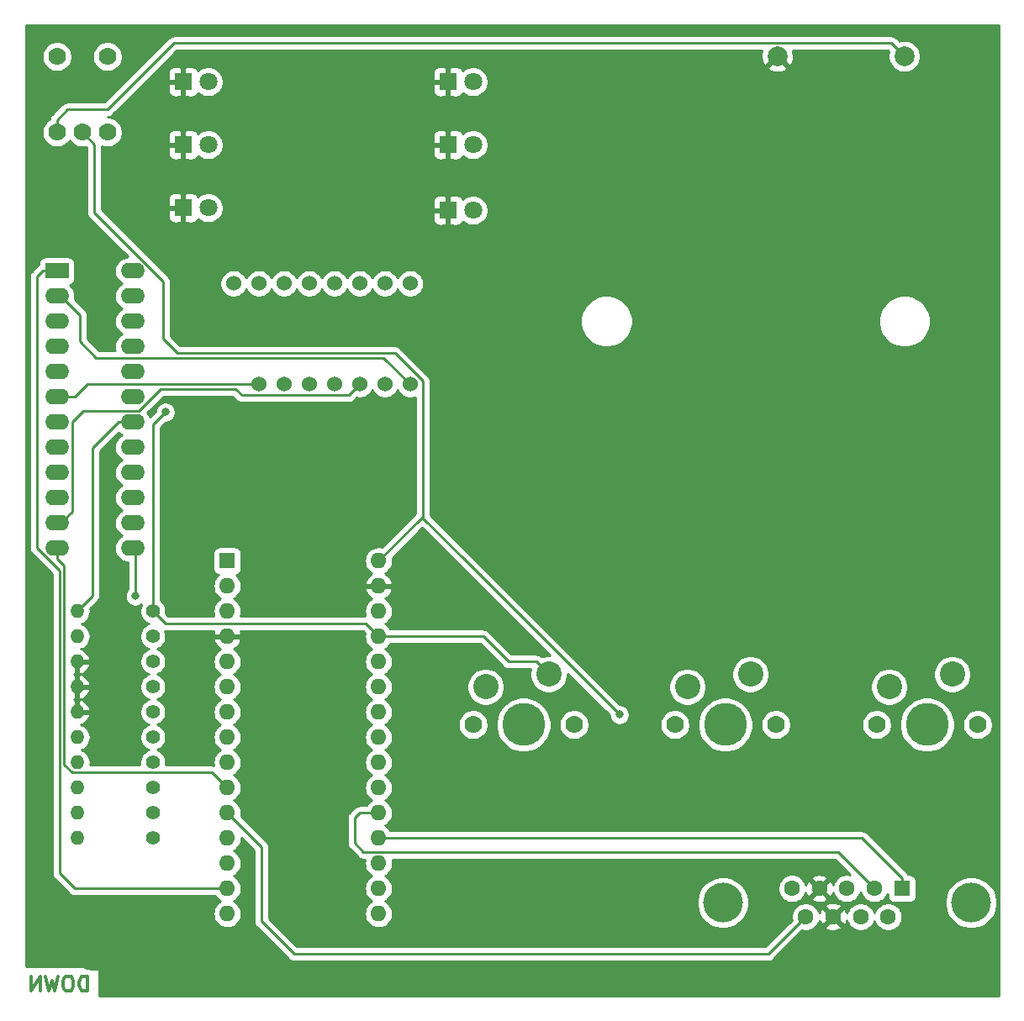
<source format=gbr>
G04 #@! TF.GenerationSoftware,KiCad,Pcbnew,(5.1.0)-1*
G04 #@! TF.CreationDate,2019-08-13T11:23:49+02:00*
G04 #@! TF.ProjectId,AirSensorModule,41697253-656e-4736-9f72-4d6f64756c65,rev?*
G04 #@! TF.SameCoordinates,Original*
G04 #@! TF.FileFunction,Copper,L2,Bot*
G04 #@! TF.FilePolarity,Positive*
%FSLAX46Y46*%
G04 Gerber Fmt 4.6, Leading zero omitted, Abs format (unit mm)*
G04 Created by KiCad (PCBNEW (5.1.0)-1) date 2019-08-13 11:23:49*
%MOMM*%
%LPD*%
G04 APERTURE LIST*
%ADD10C,0.300000*%
%ADD11R,1.600000X1.600000*%
%ADD12O,1.600000X1.600000*%
%ADD13C,2.000000*%
%ADD14R,1.800000X1.800000*%
%ADD15C,1.800000*%
%ADD16C,1.524000*%
%ADD17C,1.600000*%
%ADD18C,4.000000*%
%ADD19C,1.400000*%
%ADD20O,1.400000X1.400000*%
%ADD21C,4.318000*%
%ADD22C,2.540000*%
%ADD23C,1.778000*%
%ADD24R,2.400000X1.600000*%
%ADD25O,2.400000X1.600000*%
%ADD26C,5.000000*%
%ADD27C,0.800000*%
%ADD28C,0.250000*%
%ADD29C,0.254000*%
G04 APERTURE END LIST*
D10*
X102135428Y-157650571D02*
X102135428Y-156150571D01*
X101778285Y-156150571D01*
X101564000Y-156222000D01*
X101421142Y-156364857D01*
X101349714Y-156507714D01*
X101278285Y-156793428D01*
X101278285Y-157007714D01*
X101349714Y-157293428D01*
X101421142Y-157436285D01*
X101564000Y-157579142D01*
X101778285Y-157650571D01*
X102135428Y-157650571D01*
X100349714Y-156150571D02*
X100064000Y-156150571D01*
X99921142Y-156222000D01*
X99778285Y-156364857D01*
X99706857Y-156650571D01*
X99706857Y-157150571D01*
X99778285Y-157436285D01*
X99921142Y-157579142D01*
X100064000Y-157650571D01*
X100349714Y-157650571D01*
X100492571Y-157579142D01*
X100635428Y-157436285D01*
X100706857Y-157150571D01*
X100706857Y-156650571D01*
X100635428Y-156364857D01*
X100492571Y-156222000D01*
X100349714Y-156150571D01*
X99206857Y-156150571D02*
X98849714Y-157650571D01*
X98564000Y-156579142D01*
X98278285Y-157650571D01*
X97921142Y-156150571D01*
X97349714Y-157650571D02*
X97349714Y-156150571D01*
X96492571Y-157650571D01*
X96492571Y-156150571D01*
D11*
X116205000Y-114300000D03*
D12*
X131445000Y-147320000D03*
X116205000Y-116840000D03*
X131445000Y-144780000D03*
X116205000Y-119380000D03*
X131445000Y-142240000D03*
X116205000Y-121920000D03*
X131445000Y-139700000D03*
X116205000Y-124460000D03*
X131445000Y-137160000D03*
X116205000Y-127000000D03*
X131445000Y-134620000D03*
X116205000Y-129540000D03*
X131445000Y-132080000D03*
X116205000Y-132080000D03*
X131445000Y-129540000D03*
X116205000Y-134620000D03*
X131445000Y-127000000D03*
X116205000Y-137160000D03*
X131445000Y-124460000D03*
X116205000Y-139700000D03*
X131445000Y-121920000D03*
X116205000Y-142240000D03*
X131445000Y-119380000D03*
X116205000Y-144780000D03*
X131445000Y-116840000D03*
X116205000Y-147320000D03*
X131445000Y-114300000D03*
X116205000Y-149860000D03*
X131445000Y-149860000D03*
D13*
X184404000Y-63470000D03*
X171604000Y-63470000D03*
D14*
X138430000Y-66040000D03*
D15*
X140970000Y-66040000D03*
X140970000Y-72390000D03*
D14*
X138430000Y-72390000D03*
X138430000Y-78994000D03*
D15*
X140970000Y-78994000D03*
X114300000Y-66040000D03*
D14*
X111760000Y-66040000D03*
X111760000Y-72390000D03*
D15*
X114300000Y-72390000D03*
X114300000Y-78740000D03*
D14*
X111760000Y-78740000D03*
D16*
X119380000Y-96520000D03*
X121920000Y-96520000D03*
X124460000Y-96520000D03*
X127000000Y-96520000D03*
X129540000Y-96520000D03*
X132080000Y-96520000D03*
X134620000Y-96520000D03*
X134620000Y-86360000D03*
X132080000Y-86360000D03*
X129540000Y-86360000D03*
X127000000Y-86360000D03*
X124460000Y-86360000D03*
X121920000Y-86360000D03*
X119380000Y-86360000D03*
X116840000Y-86360000D03*
D11*
X184150000Y-147320000D03*
D17*
X181380000Y-147320000D03*
X178610000Y-147320000D03*
X175840000Y-147320000D03*
X173070000Y-147320000D03*
X182765000Y-150160000D03*
X179995000Y-150160000D03*
X177225000Y-150160000D03*
X174455000Y-150160000D03*
D18*
X166110000Y-148740000D03*
X191110000Y-148740000D03*
D19*
X108712000Y-119380000D03*
D20*
X101092000Y-119380000D03*
D19*
X108712000Y-124460000D03*
D20*
X101092000Y-124460000D03*
X101092000Y-127000000D03*
D19*
X108712000Y-127000000D03*
X108712000Y-129540000D03*
D20*
X101092000Y-129540000D03*
X101092000Y-137160000D03*
D19*
X108712000Y-137160000D03*
X108712000Y-139700000D03*
D20*
X101092000Y-139700000D03*
X101092000Y-142240000D03*
D19*
X108712000Y-142240000D03*
D20*
X101092000Y-121920000D03*
D19*
X108712000Y-121920000D03*
X108712000Y-132080000D03*
D20*
X101092000Y-132080000D03*
X101092000Y-134620000D03*
D19*
X108712000Y-134620000D03*
D21*
X186690000Y-130810000D03*
D22*
X189230000Y-125730000D03*
X182880000Y-127000000D03*
D23*
X191770000Y-130810000D03*
X181610000Y-130810000D03*
X140970000Y-130810000D03*
X151130000Y-130810000D03*
D22*
X142240000Y-127000000D03*
X148590000Y-125730000D03*
D21*
X146050000Y-130810000D03*
X166370000Y-130810000D03*
D22*
X168910000Y-125730000D03*
X162560000Y-127000000D03*
D23*
X171450000Y-130810000D03*
X161290000Y-130810000D03*
X99060000Y-63500000D03*
X104140000Y-63500000D03*
X104140000Y-71120000D03*
X101600000Y-71120000D03*
X99060000Y-71120000D03*
D24*
X99060000Y-85090000D03*
D25*
X106680000Y-113030000D03*
X99060000Y-87630000D03*
X106680000Y-110490000D03*
X99060000Y-90170000D03*
X106680000Y-107950000D03*
X99060000Y-92710000D03*
X106680000Y-105410000D03*
X99060000Y-95250000D03*
X106680000Y-102870000D03*
X99060000Y-97790000D03*
X106680000Y-100330000D03*
X99060000Y-100330000D03*
X106680000Y-97790000D03*
X99060000Y-102870000D03*
X106680000Y-95250000D03*
X99060000Y-105410000D03*
X106680000Y-92710000D03*
X99060000Y-107950000D03*
X106680000Y-90170000D03*
X99060000Y-110490000D03*
X106680000Y-87630000D03*
X99060000Y-113030000D03*
X106680000Y-85090000D03*
D26*
X102870000Y-153162000D03*
X150622000Y-149606000D03*
D27*
X109982000Y-99314000D03*
X155702000Y-129794000D03*
X106934000Y-117856000D03*
D28*
X184150000Y-146270000D02*
X184150000Y-147320000D01*
X180120000Y-142240000D02*
X184150000Y-146270000D01*
X131445000Y-142240000D02*
X180120000Y-142240000D01*
X177714999Y-143654999D02*
X129938999Y-143654999D01*
X181380000Y-147320000D02*
X177714999Y-143654999D01*
X129938999Y-143654999D02*
X129032000Y-142748000D01*
X129032000Y-142748000D02*
X129032000Y-140208000D01*
X129540000Y-139700000D02*
X131445000Y-139700000D01*
X129032000Y-140208000D02*
X129540000Y-139700000D01*
X116205000Y-137160000D02*
X114690001Y-135645001D01*
X100599999Y-135645001D02*
X99764010Y-134809012D01*
X114690001Y-135645001D02*
X100599999Y-135645001D01*
X99060000Y-114080000D02*
X99060000Y-113030000D01*
X99764010Y-114784010D02*
X99060000Y-114080000D01*
X99764010Y-134809012D02*
X99764010Y-114784010D01*
X116205000Y-139700000D02*
X119634000Y-143129000D01*
X119634000Y-143129000D02*
X119634000Y-150622000D01*
X119634000Y-150622000D02*
X122936000Y-153924000D01*
X170691000Y-153924000D02*
X174455000Y-150160000D01*
X122936000Y-153924000D02*
X170691000Y-153924000D01*
X147320001Y-124460001D02*
X144526001Y-124460001D01*
X148590000Y-125730000D02*
X147320001Y-124460001D01*
X141986000Y-121920000D02*
X131445000Y-121920000D01*
X144526001Y-124460001D02*
X141986000Y-121920000D01*
X109982000Y-120650000D02*
X108712000Y-119380000D01*
X131445000Y-121920000D02*
X130175000Y-120650000D01*
X130175000Y-120650000D02*
X109982000Y-120650000D01*
X108712000Y-119380000D02*
X108712000Y-100584000D01*
X108712000Y-100584000D02*
X109982000Y-99314000D01*
X109982000Y-99314000D02*
X109982000Y-99314000D01*
X97610000Y-85090000D02*
X97028000Y-85672000D01*
X99060000Y-85090000D02*
X97610000Y-85090000D01*
X97028000Y-112989004D02*
X99314000Y-115275004D01*
X97028000Y-85672000D02*
X97028000Y-112989004D01*
X99314000Y-115275004D02*
X99314000Y-145796000D01*
X100838000Y-147320000D02*
X116205000Y-147320000D01*
X99314000Y-145796000D02*
X100838000Y-147320000D01*
X135890000Y-96181238D02*
X135890000Y-109855000D01*
X133093762Y-93385000D02*
X135890000Y-96181238D01*
X102814001Y-79232997D02*
X109728000Y-86146996D01*
X109728000Y-86146996D02*
X109728000Y-91948000D01*
X109728000Y-91948000D02*
X111165000Y-93385000D01*
X111165000Y-93385000D02*
X133093762Y-93385000D01*
X102814001Y-72334001D02*
X101600000Y-71120000D01*
X102814001Y-79232997D02*
X102814001Y-72334001D01*
X140208000Y-114300000D02*
X135826500Y-109918500D01*
X155702000Y-129794000D02*
X140208000Y-114300000D01*
X135890000Y-109855000D02*
X135826500Y-109918500D01*
X135826500Y-109918500D02*
X131445000Y-114300000D01*
X106934000Y-113284000D02*
X106680000Y-113030000D01*
X106934000Y-117856000D02*
X106934000Y-113284000D01*
X183078999Y-62144999D02*
X110829001Y-62144999D01*
X184404000Y-63470000D02*
X183078999Y-62144999D01*
X110829001Y-62144999D02*
X104140000Y-68834000D01*
X100088765Y-68834000D02*
X104140000Y-68834000D01*
X99060000Y-69862765D02*
X100088765Y-68834000D01*
X99060000Y-71120000D02*
X99060000Y-69862765D01*
X119380000Y-96520000D02*
X102108000Y-96520000D01*
X100838000Y-97790000D02*
X99060000Y-97790000D01*
X102108000Y-96520000D02*
X100838000Y-97790000D01*
X100585010Y-109364990D02*
X99460000Y-110490000D01*
X101709010Y-99204990D02*
X100585010Y-100328990D01*
X99460000Y-110490000D02*
X99060000Y-110490000D01*
X129540000Y-96520000D02*
X128452999Y-97607001D01*
X117673001Y-97607001D02*
X117036010Y-96970010D01*
X100585010Y-100328990D02*
X100585010Y-109364990D01*
X128452999Y-97607001D02*
X117673001Y-97607001D01*
X117036010Y-96970010D02*
X109490994Y-96970010D01*
X109490994Y-96970010D02*
X107256014Y-99204990D01*
X107256014Y-99204990D02*
X101709010Y-99204990D01*
X131935010Y-93835010D02*
X102979010Y-93835010D01*
X134620000Y-96520000D02*
X131935010Y-93835010D01*
X102979010Y-93835010D02*
X101346000Y-92202000D01*
X99460000Y-87630000D02*
X99060000Y-87630000D01*
X101346000Y-89516000D02*
X99460000Y-87630000D01*
X101346000Y-92202000D02*
X101346000Y-89516000D01*
X105230000Y-100330000D02*
X102616000Y-102944000D01*
X106680000Y-100330000D02*
X105230000Y-100330000D01*
X102616000Y-117856000D02*
X101092000Y-119380000D01*
X102616000Y-102944000D02*
X102616000Y-117856000D01*
D29*
G36*
X193920000Y-158090000D02*
G01*
X103277572Y-158090000D01*
X103277572Y-155182000D01*
X95910000Y-155182000D01*
X95910000Y-85672000D01*
X96264324Y-85672000D01*
X96268000Y-85709322D01*
X96268001Y-112951671D01*
X96264324Y-112989004D01*
X96268001Y-113026337D01*
X96278998Y-113137990D01*
X96292180Y-113181446D01*
X96322454Y-113281250D01*
X96393026Y-113413280D01*
X96464196Y-113500000D01*
X96488000Y-113529005D01*
X96516998Y-113552803D01*
X98554000Y-115589806D01*
X98554001Y-145758667D01*
X98550324Y-145796000D01*
X98564998Y-145944985D01*
X98608454Y-146088246D01*
X98679026Y-146220276D01*
X98744776Y-146300392D01*
X98774000Y-146336001D01*
X98802998Y-146359799D01*
X100274205Y-147831008D01*
X100297999Y-147860001D01*
X100326992Y-147883795D01*
X100326996Y-147883799D01*
X100390960Y-147936292D01*
X100413724Y-147954974D01*
X100545753Y-148025546D01*
X100689014Y-148069003D01*
X100800667Y-148080000D01*
X100800676Y-148080000D01*
X100837999Y-148083676D01*
X100875322Y-148080000D01*
X114984099Y-148080000D01*
X115006068Y-148121101D01*
X115185392Y-148339608D01*
X115403899Y-148518932D01*
X115536858Y-148590000D01*
X115403899Y-148661068D01*
X115185392Y-148840392D01*
X115006068Y-149058899D01*
X114872818Y-149308192D01*
X114790764Y-149578691D01*
X114763057Y-149860000D01*
X114790764Y-150141309D01*
X114872818Y-150411808D01*
X115006068Y-150661101D01*
X115185392Y-150879608D01*
X115403899Y-151058932D01*
X115653192Y-151192182D01*
X115923691Y-151274236D01*
X116134508Y-151295000D01*
X116275492Y-151295000D01*
X116486309Y-151274236D01*
X116756808Y-151192182D01*
X117006101Y-151058932D01*
X117224608Y-150879608D01*
X117403932Y-150661101D01*
X117537182Y-150411808D01*
X117619236Y-150141309D01*
X117646943Y-149860000D01*
X117619236Y-149578691D01*
X117537182Y-149308192D01*
X117403932Y-149058899D01*
X117224608Y-148840392D01*
X117006101Y-148661068D01*
X116873142Y-148590000D01*
X117006101Y-148518932D01*
X117224608Y-148339608D01*
X117403932Y-148121101D01*
X117537182Y-147871808D01*
X117619236Y-147601309D01*
X117646943Y-147320000D01*
X117619236Y-147038691D01*
X117537182Y-146768192D01*
X117403932Y-146518899D01*
X117224608Y-146300392D01*
X117006101Y-146121068D01*
X116873142Y-146050000D01*
X117006101Y-145978932D01*
X117224608Y-145799608D01*
X117403932Y-145581101D01*
X117537182Y-145331808D01*
X117619236Y-145061309D01*
X117646943Y-144780000D01*
X117619236Y-144498691D01*
X117537182Y-144228192D01*
X117403932Y-143978899D01*
X117224608Y-143760392D01*
X117006101Y-143581068D01*
X116873142Y-143510000D01*
X117006101Y-143438932D01*
X117224608Y-143259608D01*
X117403932Y-143041101D01*
X117537182Y-142791808D01*
X117619236Y-142521309D01*
X117646943Y-142240000D01*
X117644402Y-142214204D01*
X118874000Y-143443802D01*
X118874001Y-150584668D01*
X118870324Y-150622000D01*
X118884998Y-150770985D01*
X118928454Y-150914246D01*
X118999026Y-151046276D01*
X119070201Y-151133002D01*
X119094000Y-151162001D01*
X119122998Y-151185799D01*
X122372201Y-154435003D01*
X122395999Y-154464001D01*
X122511724Y-154558974D01*
X122643753Y-154629546D01*
X122787014Y-154673003D01*
X122898667Y-154684000D01*
X122898676Y-154684000D01*
X122935999Y-154687676D01*
X122973322Y-154684000D01*
X170653678Y-154684000D01*
X170691000Y-154687676D01*
X170728322Y-154684000D01*
X170728333Y-154684000D01*
X170839986Y-154673003D01*
X170983247Y-154629546D01*
X171115276Y-154558974D01*
X171231001Y-154464001D01*
X171254804Y-154434997D01*
X174131114Y-151558688D01*
X174313665Y-151595000D01*
X174596335Y-151595000D01*
X174873574Y-151539853D01*
X175134727Y-151431680D01*
X175369759Y-151274637D01*
X175491694Y-151152702D01*
X176411903Y-151152702D01*
X176483486Y-151396671D01*
X176738996Y-151517571D01*
X177013184Y-151586300D01*
X177295512Y-151600217D01*
X177575130Y-151558787D01*
X177841292Y-151463603D01*
X177966514Y-151396671D01*
X178038097Y-151152702D01*
X177225000Y-150339605D01*
X176411903Y-151152702D01*
X175491694Y-151152702D01*
X175569637Y-151074759D01*
X175726680Y-150839727D01*
X175834853Y-150578574D01*
X175840513Y-150550118D01*
X175921397Y-150776292D01*
X175988329Y-150901514D01*
X176232298Y-150973097D01*
X177045395Y-150160000D01*
X177404605Y-150160000D01*
X178217702Y-150973097D01*
X178461671Y-150901514D01*
X178582571Y-150646004D01*
X178608212Y-150543711D01*
X178615147Y-150578574D01*
X178723320Y-150839727D01*
X178880363Y-151074759D01*
X179080241Y-151274637D01*
X179315273Y-151431680D01*
X179576426Y-151539853D01*
X179853665Y-151595000D01*
X180136335Y-151595000D01*
X180413574Y-151539853D01*
X180674727Y-151431680D01*
X180909759Y-151274637D01*
X181109637Y-151074759D01*
X181266680Y-150839727D01*
X181374853Y-150578574D01*
X181380000Y-150552699D01*
X181385147Y-150578574D01*
X181493320Y-150839727D01*
X181650363Y-151074759D01*
X181850241Y-151274637D01*
X182085273Y-151431680D01*
X182346426Y-151539853D01*
X182623665Y-151595000D01*
X182906335Y-151595000D01*
X183183574Y-151539853D01*
X183444727Y-151431680D01*
X183679759Y-151274637D01*
X183879637Y-151074759D01*
X184036680Y-150839727D01*
X184144853Y-150578574D01*
X184200000Y-150301335D01*
X184200000Y-150018665D01*
X184144853Y-149741426D01*
X184036680Y-149480273D01*
X183879637Y-149245241D01*
X183679759Y-149045363D01*
X183444727Y-148888320D01*
X183183574Y-148780147D01*
X182906335Y-148725000D01*
X182623665Y-148725000D01*
X182346426Y-148780147D01*
X182085273Y-148888320D01*
X181850241Y-149045363D01*
X181650363Y-149245241D01*
X181493320Y-149480273D01*
X181385147Y-149741426D01*
X181380000Y-149767301D01*
X181374853Y-149741426D01*
X181266680Y-149480273D01*
X181109637Y-149245241D01*
X180909759Y-149045363D01*
X180674727Y-148888320D01*
X180413574Y-148780147D01*
X180136335Y-148725000D01*
X179853665Y-148725000D01*
X179576426Y-148780147D01*
X179315273Y-148888320D01*
X179080241Y-149045363D01*
X178880363Y-149245241D01*
X178723320Y-149480273D01*
X178615147Y-149741426D01*
X178609487Y-149769882D01*
X178528603Y-149543708D01*
X178461671Y-149418486D01*
X178217702Y-149346903D01*
X177404605Y-150160000D01*
X177045395Y-150160000D01*
X176232298Y-149346903D01*
X175988329Y-149418486D01*
X175867429Y-149673996D01*
X175841788Y-149776289D01*
X175834853Y-149741426D01*
X175726680Y-149480273D01*
X175569637Y-149245241D01*
X175491694Y-149167298D01*
X176411903Y-149167298D01*
X177225000Y-149980395D01*
X178038097Y-149167298D01*
X177966514Y-148923329D01*
X177711004Y-148802429D01*
X177436816Y-148733700D01*
X177154488Y-148719783D01*
X176874870Y-148761213D01*
X176608708Y-148856397D01*
X176483486Y-148923329D01*
X176411903Y-149167298D01*
X175491694Y-149167298D01*
X175369759Y-149045363D01*
X175134727Y-148888320D01*
X174873574Y-148780147D01*
X174596335Y-148725000D01*
X174313665Y-148725000D01*
X174036426Y-148780147D01*
X173775273Y-148888320D01*
X173540241Y-149045363D01*
X173340363Y-149245241D01*
X173183320Y-149480273D01*
X173075147Y-149741426D01*
X173020000Y-150018665D01*
X173020000Y-150301335D01*
X173056312Y-150483886D01*
X170376199Y-153164000D01*
X123250802Y-153164000D01*
X120394000Y-150307199D01*
X120394000Y-143166322D01*
X120397676Y-143128999D01*
X120394000Y-143091676D01*
X120394000Y-143091667D01*
X120383003Y-142980014D01*
X120339546Y-142836753D01*
X120268974Y-142704724D01*
X120174001Y-142588999D01*
X120145004Y-142565202D01*
X117605708Y-140025906D01*
X117619236Y-139981309D01*
X117646943Y-139700000D01*
X117619236Y-139418691D01*
X117537182Y-139148192D01*
X117403932Y-138898899D01*
X117224608Y-138680392D01*
X117006101Y-138501068D01*
X116873142Y-138430000D01*
X117006101Y-138358932D01*
X117224608Y-138179608D01*
X117403932Y-137961101D01*
X117537182Y-137711808D01*
X117619236Y-137441309D01*
X117646943Y-137160000D01*
X117619236Y-136878691D01*
X117537182Y-136608192D01*
X117403932Y-136358899D01*
X117224608Y-136140392D01*
X117006101Y-135961068D01*
X116873142Y-135890000D01*
X117006101Y-135818932D01*
X117224608Y-135639608D01*
X117403932Y-135421101D01*
X117537182Y-135171808D01*
X117619236Y-134901309D01*
X117646943Y-134620000D01*
X117619236Y-134338691D01*
X117537182Y-134068192D01*
X117403932Y-133818899D01*
X117224608Y-133600392D01*
X117006101Y-133421068D01*
X116873142Y-133350000D01*
X117006101Y-133278932D01*
X117224608Y-133099608D01*
X117403932Y-132881101D01*
X117537182Y-132631808D01*
X117619236Y-132361309D01*
X117646943Y-132080000D01*
X117619236Y-131798691D01*
X117537182Y-131528192D01*
X117403932Y-131278899D01*
X117224608Y-131060392D01*
X117006101Y-130881068D01*
X116873142Y-130810000D01*
X117006101Y-130738932D01*
X117224608Y-130559608D01*
X117403932Y-130341101D01*
X117537182Y-130091808D01*
X117619236Y-129821309D01*
X117646943Y-129540000D01*
X117619236Y-129258691D01*
X117537182Y-128988192D01*
X117403932Y-128738899D01*
X117224608Y-128520392D01*
X117006101Y-128341068D01*
X116873142Y-128270000D01*
X117006101Y-128198932D01*
X117224608Y-128019608D01*
X117403932Y-127801101D01*
X117537182Y-127551808D01*
X117619236Y-127281309D01*
X117646943Y-127000000D01*
X117619236Y-126718691D01*
X117537182Y-126448192D01*
X117403932Y-126198899D01*
X117224608Y-125980392D01*
X117006101Y-125801068D01*
X116873142Y-125730000D01*
X117006101Y-125658932D01*
X117224608Y-125479608D01*
X117403932Y-125261101D01*
X117537182Y-125011808D01*
X117619236Y-124741309D01*
X117646943Y-124460000D01*
X117619236Y-124178691D01*
X117537182Y-123908192D01*
X117403932Y-123658899D01*
X117224608Y-123440392D01*
X117006101Y-123261068D01*
X116868318Y-123187421D01*
X117060131Y-123072385D01*
X117268519Y-122883414D01*
X117436037Y-122657420D01*
X117556246Y-122403087D01*
X117596904Y-122269039D01*
X117474915Y-122047000D01*
X116332000Y-122047000D01*
X116332000Y-122067000D01*
X116078000Y-122067000D01*
X116078000Y-122047000D01*
X114935085Y-122047000D01*
X114813096Y-122269039D01*
X114853754Y-122403087D01*
X114973963Y-122657420D01*
X115141481Y-122883414D01*
X115349869Y-123072385D01*
X115541682Y-123187421D01*
X115403899Y-123261068D01*
X115185392Y-123440392D01*
X115006068Y-123658899D01*
X114872818Y-123908192D01*
X114790764Y-124178691D01*
X114763057Y-124460000D01*
X114790764Y-124741309D01*
X114872818Y-125011808D01*
X115006068Y-125261101D01*
X115185392Y-125479608D01*
X115403899Y-125658932D01*
X115536858Y-125730000D01*
X115403899Y-125801068D01*
X115185392Y-125980392D01*
X115006068Y-126198899D01*
X114872818Y-126448192D01*
X114790764Y-126718691D01*
X114763057Y-127000000D01*
X114790764Y-127281309D01*
X114872818Y-127551808D01*
X115006068Y-127801101D01*
X115185392Y-128019608D01*
X115403899Y-128198932D01*
X115536858Y-128270000D01*
X115403899Y-128341068D01*
X115185392Y-128520392D01*
X115006068Y-128738899D01*
X114872818Y-128988192D01*
X114790764Y-129258691D01*
X114763057Y-129540000D01*
X114790764Y-129821309D01*
X114872818Y-130091808D01*
X115006068Y-130341101D01*
X115185392Y-130559608D01*
X115403899Y-130738932D01*
X115536858Y-130810000D01*
X115403899Y-130881068D01*
X115185392Y-131060392D01*
X115006068Y-131278899D01*
X114872818Y-131528192D01*
X114790764Y-131798691D01*
X114763057Y-132080000D01*
X114790764Y-132361309D01*
X114872818Y-132631808D01*
X115006068Y-132881101D01*
X115185392Y-133099608D01*
X115403899Y-133278932D01*
X115536858Y-133350000D01*
X115403899Y-133421068D01*
X115185392Y-133600392D01*
X115006068Y-133818899D01*
X114872818Y-134068192D01*
X114790764Y-134338691D01*
X114763057Y-134620000D01*
X114789763Y-134891150D01*
X114727334Y-134885001D01*
X114727323Y-134885001D01*
X114690001Y-134881325D01*
X114652679Y-134885001D01*
X110020442Y-134885001D01*
X110047000Y-134751486D01*
X110047000Y-134488514D01*
X109995696Y-134230595D01*
X109895061Y-133987641D01*
X109748962Y-133768987D01*
X109563013Y-133583038D01*
X109344359Y-133436939D01*
X109134470Y-133350000D01*
X109344359Y-133263061D01*
X109563013Y-133116962D01*
X109748962Y-132931013D01*
X109895061Y-132712359D01*
X109995696Y-132469405D01*
X110047000Y-132211486D01*
X110047000Y-131948514D01*
X109995696Y-131690595D01*
X109895061Y-131447641D01*
X109748962Y-131228987D01*
X109563013Y-131043038D01*
X109344359Y-130896939D01*
X109134470Y-130810000D01*
X109344359Y-130723061D01*
X109563013Y-130576962D01*
X109748962Y-130391013D01*
X109895061Y-130172359D01*
X109995696Y-129929405D01*
X110047000Y-129671486D01*
X110047000Y-129408514D01*
X109995696Y-129150595D01*
X109895061Y-128907641D01*
X109748962Y-128688987D01*
X109563013Y-128503038D01*
X109344359Y-128356939D01*
X109134470Y-128270000D01*
X109344359Y-128183061D01*
X109563013Y-128036962D01*
X109748962Y-127851013D01*
X109895061Y-127632359D01*
X109995696Y-127389405D01*
X110047000Y-127131486D01*
X110047000Y-126868514D01*
X109995696Y-126610595D01*
X109895061Y-126367641D01*
X109748962Y-126148987D01*
X109563013Y-125963038D01*
X109344359Y-125816939D01*
X109134470Y-125730000D01*
X109344359Y-125643061D01*
X109563013Y-125496962D01*
X109748962Y-125311013D01*
X109895061Y-125092359D01*
X109995696Y-124849405D01*
X110047000Y-124591486D01*
X110047000Y-124328514D01*
X109995696Y-124070595D01*
X109895061Y-123827641D01*
X109748962Y-123608987D01*
X109563013Y-123423038D01*
X109344359Y-123276939D01*
X109134470Y-123190000D01*
X109344359Y-123103061D01*
X109563013Y-122956962D01*
X109748962Y-122771013D01*
X109895061Y-122552359D01*
X109995696Y-122309405D01*
X110047000Y-122051486D01*
X110047000Y-121788514D01*
X109995696Y-121530595D01*
X109945789Y-121410110D01*
X109981999Y-121413676D01*
X110019322Y-121410000D01*
X114866474Y-121410000D01*
X114853754Y-121436913D01*
X114813096Y-121570961D01*
X114935085Y-121793000D01*
X116078000Y-121793000D01*
X116078000Y-121773000D01*
X116332000Y-121773000D01*
X116332000Y-121793000D01*
X117474915Y-121793000D01*
X117596904Y-121570961D01*
X117556246Y-121436913D01*
X117543526Y-121410000D01*
X129860199Y-121410000D01*
X130044292Y-121594094D01*
X130030764Y-121638691D01*
X130003057Y-121920000D01*
X130030764Y-122201309D01*
X130112818Y-122471808D01*
X130246068Y-122721101D01*
X130425392Y-122939608D01*
X130643899Y-123118932D01*
X130776858Y-123190000D01*
X130643899Y-123261068D01*
X130425392Y-123440392D01*
X130246068Y-123658899D01*
X130112818Y-123908192D01*
X130030764Y-124178691D01*
X130003057Y-124460000D01*
X130030764Y-124741309D01*
X130112818Y-125011808D01*
X130246068Y-125261101D01*
X130425392Y-125479608D01*
X130643899Y-125658932D01*
X130776858Y-125730000D01*
X130643899Y-125801068D01*
X130425392Y-125980392D01*
X130246068Y-126198899D01*
X130112818Y-126448192D01*
X130030764Y-126718691D01*
X130003057Y-127000000D01*
X130030764Y-127281309D01*
X130112818Y-127551808D01*
X130246068Y-127801101D01*
X130425392Y-128019608D01*
X130643899Y-128198932D01*
X130776858Y-128270000D01*
X130643899Y-128341068D01*
X130425392Y-128520392D01*
X130246068Y-128738899D01*
X130112818Y-128988192D01*
X130030764Y-129258691D01*
X130003057Y-129540000D01*
X130030764Y-129821309D01*
X130112818Y-130091808D01*
X130246068Y-130341101D01*
X130425392Y-130559608D01*
X130643899Y-130738932D01*
X130776858Y-130810000D01*
X130643899Y-130881068D01*
X130425392Y-131060392D01*
X130246068Y-131278899D01*
X130112818Y-131528192D01*
X130030764Y-131798691D01*
X130003057Y-132080000D01*
X130030764Y-132361309D01*
X130112818Y-132631808D01*
X130246068Y-132881101D01*
X130425392Y-133099608D01*
X130643899Y-133278932D01*
X130776858Y-133350000D01*
X130643899Y-133421068D01*
X130425392Y-133600392D01*
X130246068Y-133818899D01*
X130112818Y-134068192D01*
X130030764Y-134338691D01*
X130003057Y-134620000D01*
X130030764Y-134901309D01*
X130112818Y-135171808D01*
X130246068Y-135421101D01*
X130425392Y-135639608D01*
X130643899Y-135818932D01*
X130776858Y-135890000D01*
X130643899Y-135961068D01*
X130425392Y-136140392D01*
X130246068Y-136358899D01*
X130112818Y-136608192D01*
X130030764Y-136878691D01*
X130003057Y-137160000D01*
X130030764Y-137441309D01*
X130112818Y-137711808D01*
X130246068Y-137961101D01*
X130425392Y-138179608D01*
X130643899Y-138358932D01*
X130776858Y-138430000D01*
X130643899Y-138501068D01*
X130425392Y-138680392D01*
X130246068Y-138898899D01*
X130224099Y-138940000D01*
X129577322Y-138940000D01*
X129539999Y-138936324D01*
X129502676Y-138940000D01*
X129502667Y-138940000D01*
X129391014Y-138950997D01*
X129247753Y-138994454D01*
X129115724Y-139065026D01*
X128999999Y-139159999D01*
X128976200Y-139188998D01*
X128520998Y-139644201D01*
X128492000Y-139667999D01*
X128468202Y-139696997D01*
X128468201Y-139696998D01*
X128397026Y-139783724D01*
X128326454Y-139915754D01*
X128282998Y-140059015D01*
X128268324Y-140208000D01*
X128272001Y-140245332D01*
X128272000Y-142710677D01*
X128268324Y-142748000D01*
X128272000Y-142785322D01*
X128272000Y-142785332D01*
X128282997Y-142896985D01*
X128309779Y-142985275D01*
X128326454Y-143040246D01*
X128397026Y-143172276D01*
X128436871Y-143220826D01*
X128491999Y-143288001D01*
X128521002Y-143311803D01*
X129375199Y-144166001D01*
X129398998Y-144195000D01*
X129514723Y-144289973D01*
X129646752Y-144360545D01*
X129790013Y-144404002D01*
X129901666Y-144414999D01*
X129901675Y-144414999D01*
X129938998Y-144418675D01*
X129976321Y-144414999D01*
X130056151Y-144414999D01*
X130030764Y-144498691D01*
X130003057Y-144780000D01*
X130030764Y-145061309D01*
X130112818Y-145331808D01*
X130246068Y-145581101D01*
X130425392Y-145799608D01*
X130643899Y-145978932D01*
X130776858Y-146050000D01*
X130643899Y-146121068D01*
X130425392Y-146300392D01*
X130246068Y-146518899D01*
X130112818Y-146768192D01*
X130030764Y-147038691D01*
X130003057Y-147320000D01*
X130030764Y-147601309D01*
X130112818Y-147871808D01*
X130246068Y-148121101D01*
X130425392Y-148339608D01*
X130643899Y-148518932D01*
X130776858Y-148590000D01*
X130643899Y-148661068D01*
X130425392Y-148840392D01*
X130246068Y-149058899D01*
X130112818Y-149308192D01*
X130030764Y-149578691D01*
X130003057Y-149860000D01*
X130030764Y-150141309D01*
X130112818Y-150411808D01*
X130246068Y-150661101D01*
X130425392Y-150879608D01*
X130643899Y-151058932D01*
X130893192Y-151192182D01*
X131163691Y-151274236D01*
X131374508Y-151295000D01*
X131515492Y-151295000D01*
X131726309Y-151274236D01*
X131996808Y-151192182D01*
X132246101Y-151058932D01*
X132464608Y-150879608D01*
X132643932Y-150661101D01*
X132777182Y-150411808D01*
X132859236Y-150141309D01*
X132886943Y-149860000D01*
X132859236Y-149578691D01*
X132777182Y-149308192D01*
X132643932Y-149058899D01*
X132464608Y-148840392D01*
X132246101Y-148661068D01*
X132113142Y-148590000D01*
X132246101Y-148518932D01*
X132292961Y-148480475D01*
X163475000Y-148480475D01*
X163475000Y-148999525D01*
X163576261Y-149508601D01*
X163774893Y-149988141D01*
X164063262Y-150419715D01*
X164430285Y-150786738D01*
X164861859Y-151075107D01*
X165341399Y-151273739D01*
X165850475Y-151375000D01*
X166369525Y-151375000D01*
X166878601Y-151273739D01*
X167358141Y-151075107D01*
X167789715Y-150786738D01*
X168156738Y-150419715D01*
X168445107Y-149988141D01*
X168643739Y-149508601D01*
X168745000Y-148999525D01*
X168745000Y-148480475D01*
X168643739Y-147971399D01*
X168445107Y-147491859D01*
X168235838Y-147178665D01*
X171635000Y-147178665D01*
X171635000Y-147461335D01*
X171690147Y-147738574D01*
X171798320Y-147999727D01*
X171955363Y-148234759D01*
X172155241Y-148434637D01*
X172390273Y-148591680D01*
X172651426Y-148699853D01*
X172928665Y-148755000D01*
X173211335Y-148755000D01*
X173488574Y-148699853D01*
X173749727Y-148591680D01*
X173984759Y-148434637D01*
X174106694Y-148312702D01*
X175026903Y-148312702D01*
X175098486Y-148556671D01*
X175353996Y-148677571D01*
X175628184Y-148746300D01*
X175910512Y-148760217D01*
X176190130Y-148718787D01*
X176456292Y-148623603D01*
X176581514Y-148556671D01*
X176653097Y-148312702D01*
X175840000Y-147499605D01*
X175026903Y-148312702D01*
X174106694Y-148312702D01*
X174184637Y-148234759D01*
X174341680Y-147999727D01*
X174449853Y-147738574D01*
X174455513Y-147710118D01*
X174536397Y-147936292D01*
X174603329Y-148061514D01*
X174847298Y-148133097D01*
X175660395Y-147320000D01*
X174847298Y-146506903D01*
X174603329Y-146578486D01*
X174482429Y-146833996D01*
X174456788Y-146936289D01*
X174449853Y-146901426D01*
X174341680Y-146640273D01*
X174184637Y-146405241D01*
X174106694Y-146327298D01*
X175026903Y-146327298D01*
X175840000Y-147140395D01*
X176653097Y-146327298D01*
X176581514Y-146083329D01*
X176326004Y-145962429D01*
X176051816Y-145893700D01*
X175769488Y-145879783D01*
X175489870Y-145921213D01*
X175223708Y-146016397D01*
X175098486Y-146083329D01*
X175026903Y-146327298D01*
X174106694Y-146327298D01*
X173984759Y-146205363D01*
X173749727Y-146048320D01*
X173488574Y-145940147D01*
X173211335Y-145885000D01*
X172928665Y-145885000D01*
X172651426Y-145940147D01*
X172390273Y-146048320D01*
X172155241Y-146205363D01*
X171955363Y-146405241D01*
X171798320Y-146640273D01*
X171690147Y-146901426D01*
X171635000Y-147178665D01*
X168235838Y-147178665D01*
X168156738Y-147060285D01*
X167789715Y-146693262D01*
X167358141Y-146404893D01*
X166878601Y-146206261D01*
X166369525Y-146105000D01*
X165850475Y-146105000D01*
X165341399Y-146206261D01*
X164861859Y-146404893D01*
X164430285Y-146693262D01*
X164063262Y-147060285D01*
X163774893Y-147491859D01*
X163576261Y-147971399D01*
X163475000Y-148480475D01*
X132292961Y-148480475D01*
X132464608Y-148339608D01*
X132643932Y-148121101D01*
X132777182Y-147871808D01*
X132859236Y-147601309D01*
X132886943Y-147320000D01*
X132859236Y-147038691D01*
X132777182Y-146768192D01*
X132643932Y-146518899D01*
X132464608Y-146300392D01*
X132246101Y-146121068D01*
X132113142Y-146050000D01*
X132246101Y-145978932D01*
X132464608Y-145799608D01*
X132643932Y-145581101D01*
X132777182Y-145331808D01*
X132859236Y-145061309D01*
X132886943Y-144780000D01*
X132859236Y-144498691D01*
X132833849Y-144414999D01*
X177400198Y-144414999D01*
X178899713Y-145914515D01*
X178751335Y-145885000D01*
X178468665Y-145885000D01*
X178191426Y-145940147D01*
X177930273Y-146048320D01*
X177695241Y-146205363D01*
X177495363Y-146405241D01*
X177338320Y-146640273D01*
X177230147Y-146901426D01*
X177224487Y-146929882D01*
X177143603Y-146703708D01*
X177076671Y-146578486D01*
X176832702Y-146506903D01*
X176019605Y-147320000D01*
X176832702Y-148133097D01*
X177076671Y-148061514D01*
X177197571Y-147806004D01*
X177223212Y-147703711D01*
X177230147Y-147738574D01*
X177338320Y-147999727D01*
X177495363Y-148234759D01*
X177695241Y-148434637D01*
X177930273Y-148591680D01*
X178191426Y-148699853D01*
X178468665Y-148755000D01*
X178751335Y-148755000D01*
X179028574Y-148699853D01*
X179289727Y-148591680D01*
X179524759Y-148434637D01*
X179724637Y-148234759D01*
X179881680Y-147999727D01*
X179989853Y-147738574D01*
X179995000Y-147712699D01*
X180000147Y-147738574D01*
X180108320Y-147999727D01*
X180265363Y-148234759D01*
X180465241Y-148434637D01*
X180700273Y-148591680D01*
X180961426Y-148699853D01*
X181238665Y-148755000D01*
X181521335Y-148755000D01*
X181798574Y-148699853D01*
X182059727Y-148591680D01*
X182294759Y-148434637D01*
X182494637Y-148234759D01*
X182651680Y-147999727D01*
X182711928Y-147854275D01*
X182711928Y-148120000D01*
X182724188Y-148244482D01*
X182760498Y-148364180D01*
X182819463Y-148474494D01*
X182898815Y-148571185D01*
X182995506Y-148650537D01*
X183105820Y-148709502D01*
X183225518Y-148745812D01*
X183350000Y-148758072D01*
X184950000Y-148758072D01*
X185074482Y-148745812D01*
X185194180Y-148709502D01*
X185304494Y-148650537D01*
X185401185Y-148571185D01*
X185475628Y-148480475D01*
X188475000Y-148480475D01*
X188475000Y-148999525D01*
X188576261Y-149508601D01*
X188774893Y-149988141D01*
X189063262Y-150419715D01*
X189430285Y-150786738D01*
X189861859Y-151075107D01*
X190341399Y-151273739D01*
X190850475Y-151375000D01*
X191369525Y-151375000D01*
X191878601Y-151273739D01*
X192358141Y-151075107D01*
X192789715Y-150786738D01*
X193156738Y-150419715D01*
X193445107Y-149988141D01*
X193643739Y-149508601D01*
X193745000Y-148999525D01*
X193745000Y-148480475D01*
X193643739Y-147971399D01*
X193445107Y-147491859D01*
X193156738Y-147060285D01*
X192789715Y-146693262D01*
X192358141Y-146404893D01*
X191878601Y-146206261D01*
X191369525Y-146105000D01*
X190850475Y-146105000D01*
X190341399Y-146206261D01*
X189861859Y-146404893D01*
X189430285Y-146693262D01*
X189063262Y-147060285D01*
X188774893Y-147491859D01*
X188576261Y-147971399D01*
X188475000Y-148480475D01*
X185475628Y-148480475D01*
X185480537Y-148474494D01*
X185539502Y-148364180D01*
X185575812Y-148244482D01*
X185588072Y-148120000D01*
X185588072Y-146520000D01*
X185575812Y-146395518D01*
X185539502Y-146275820D01*
X185480537Y-146165506D01*
X185401185Y-146068815D01*
X185304494Y-145989463D01*
X185194180Y-145930498D01*
X185074482Y-145894188D01*
X184950000Y-145881928D01*
X184804326Y-145881928D01*
X184784974Y-145845724D01*
X184690001Y-145729999D01*
X184661004Y-145706202D01*
X180683804Y-141729003D01*
X180660001Y-141699999D01*
X180544276Y-141605026D01*
X180412247Y-141534454D01*
X180268986Y-141490997D01*
X180157333Y-141480000D01*
X180157322Y-141480000D01*
X180120000Y-141476324D01*
X180082678Y-141480000D01*
X132665901Y-141480000D01*
X132643932Y-141438899D01*
X132464608Y-141220392D01*
X132246101Y-141041068D01*
X132113142Y-140970000D01*
X132246101Y-140898932D01*
X132464608Y-140719608D01*
X132643932Y-140501101D01*
X132777182Y-140251808D01*
X132859236Y-139981309D01*
X132886943Y-139700000D01*
X132859236Y-139418691D01*
X132777182Y-139148192D01*
X132643932Y-138898899D01*
X132464608Y-138680392D01*
X132246101Y-138501068D01*
X132113142Y-138430000D01*
X132246101Y-138358932D01*
X132464608Y-138179608D01*
X132643932Y-137961101D01*
X132777182Y-137711808D01*
X132859236Y-137441309D01*
X132886943Y-137160000D01*
X132859236Y-136878691D01*
X132777182Y-136608192D01*
X132643932Y-136358899D01*
X132464608Y-136140392D01*
X132246101Y-135961068D01*
X132113142Y-135890000D01*
X132246101Y-135818932D01*
X132464608Y-135639608D01*
X132643932Y-135421101D01*
X132777182Y-135171808D01*
X132859236Y-134901309D01*
X132886943Y-134620000D01*
X132859236Y-134338691D01*
X132777182Y-134068192D01*
X132643932Y-133818899D01*
X132464608Y-133600392D01*
X132246101Y-133421068D01*
X132113142Y-133350000D01*
X132246101Y-133278932D01*
X132464608Y-133099608D01*
X132643932Y-132881101D01*
X132777182Y-132631808D01*
X132859236Y-132361309D01*
X132886943Y-132080000D01*
X132859236Y-131798691D01*
X132777182Y-131528192D01*
X132643932Y-131278899D01*
X132464608Y-131060392D01*
X132246101Y-130881068D01*
X132113142Y-130810000D01*
X132246101Y-130738932D01*
X132342403Y-130659899D01*
X139446000Y-130659899D01*
X139446000Y-130960101D01*
X139504566Y-131254534D01*
X139619449Y-131531885D01*
X139786232Y-131781493D01*
X139998507Y-131993768D01*
X140248115Y-132160551D01*
X140525466Y-132275434D01*
X140819899Y-132334000D01*
X141120101Y-132334000D01*
X141414534Y-132275434D01*
X141691885Y-132160551D01*
X141941493Y-131993768D01*
X142153768Y-131781493D01*
X142320551Y-131531885D01*
X142435434Y-131254534D01*
X142494000Y-130960101D01*
X142494000Y-130659899D01*
X142469120Y-130534815D01*
X143256000Y-130534815D01*
X143256000Y-131085185D01*
X143363372Y-131624980D01*
X143573989Y-132133455D01*
X143879758Y-132591071D01*
X144268929Y-132980242D01*
X144726545Y-133286011D01*
X145235020Y-133496628D01*
X145774815Y-133604000D01*
X146325185Y-133604000D01*
X146864980Y-133496628D01*
X147373455Y-133286011D01*
X147831071Y-132980242D01*
X148220242Y-132591071D01*
X148526011Y-132133455D01*
X148736628Y-131624980D01*
X148844000Y-131085185D01*
X148844000Y-130659899D01*
X149606000Y-130659899D01*
X149606000Y-130960101D01*
X149664566Y-131254534D01*
X149779449Y-131531885D01*
X149946232Y-131781493D01*
X150158507Y-131993768D01*
X150408115Y-132160551D01*
X150685466Y-132275434D01*
X150979899Y-132334000D01*
X151280101Y-132334000D01*
X151574534Y-132275434D01*
X151851885Y-132160551D01*
X152101493Y-131993768D01*
X152313768Y-131781493D01*
X152480551Y-131531885D01*
X152595434Y-131254534D01*
X152654000Y-130960101D01*
X152654000Y-130659899D01*
X152595434Y-130365466D01*
X152480551Y-130088115D01*
X152313768Y-129838507D01*
X152101493Y-129626232D01*
X151851885Y-129459449D01*
X151574534Y-129344566D01*
X151280101Y-129286000D01*
X150979899Y-129286000D01*
X150685466Y-129344566D01*
X150408115Y-129459449D01*
X150158507Y-129626232D01*
X149946232Y-129838507D01*
X149779449Y-130088115D01*
X149664566Y-130365466D01*
X149606000Y-130659899D01*
X148844000Y-130659899D01*
X148844000Y-130534815D01*
X148736628Y-129995020D01*
X148526011Y-129486545D01*
X148220242Y-129028929D01*
X147831071Y-128639758D01*
X147373455Y-128333989D01*
X146864980Y-128123372D01*
X146325185Y-128016000D01*
X145774815Y-128016000D01*
X145235020Y-128123372D01*
X144726545Y-128333989D01*
X144268929Y-128639758D01*
X143879758Y-129028929D01*
X143573989Y-129486545D01*
X143363372Y-129995020D01*
X143256000Y-130534815D01*
X142469120Y-130534815D01*
X142435434Y-130365466D01*
X142320551Y-130088115D01*
X142153768Y-129838507D01*
X141941493Y-129626232D01*
X141691885Y-129459449D01*
X141414534Y-129344566D01*
X141120101Y-129286000D01*
X140819899Y-129286000D01*
X140525466Y-129344566D01*
X140248115Y-129459449D01*
X139998507Y-129626232D01*
X139786232Y-129838507D01*
X139619449Y-130088115D01*
X139504566Y-130365466D01*
X139446000Y-130659899D01*
X132342403Y-130659899D01*
X132464608Y-130559608D01*
X132643932Y-130341101D01*
X132777182Y-130091808D01*
X132859236Y-129821309D01*
X132886943Y-129540000D01*
X132859236Y-129258691D01*
X132777182Y-128988192D01*
X132643932Y-128738899D01*
X132464608Y-128520392D01*
X132246101Y-128341068D01*
X132113142Y-128270000D01*
X132246101Y-128198932D01*
X132464608Y-128019608D01*
X132643932Y-127801101D01*
X132777182Y-127551808D01*
X132859236Y-127281309D01*
X132886943Y-127000000D01*
X132868464Y-126812374D01*
X140335000Y-126812374D01*
X140335000Y-127187626D01*
X140408209Y-127555668D01*
X140551811Y-127902356D01*
X140760290Y-128214366D01*
X141025634Y-128479710D01*
X141337644Y-128688189D01*
X141684332Y-128831791D01*
X142052374Y-128905000D01*
X142427626Y-128905000D01*
X142795668Y-128831791D01*
X143142356Y-128688189D01*
X143454366Y-128479710D01*
X143719710Y-128214366D01*
X143928189Y-127902356D01*
X144071791Y-127555668D01*
X144145000Y-127187626D01*
X144145000Y-126812374D01*
X144071791Y-126444332D01*
X143928189Y-126097644D01*
X143719710Y-125785634D01*
X143454366Y-125520290D01*
X143142356Y-125311811D01*
X142795668Y-125168209D01*
X142427626Y-125095000D01*
X142052374Y-125095000D01*
X141684332Y-125168209D01*
X141337644Y-125311811D01*
X141025634Y-125520290D01*
X140760290Y-125785634D01*
X140551811Y-126097644D01*
X140408209Y-126444332D01*
X140335000Y-126812374D01*
X132868464Y-126812374D01*
X132859236Y-126718691D01*
X132777182Y-126448192D01*
X132643932Y-126198899D01*
X132464608Y-125980392D01*
X132246101Y-125801068D01*
X132113142Y-125730000D01*
X132246101Y-125658932D01*
X132464608Y-125479608D01*
X132643932Y-125261101D01*
X132777182Y-125011808D01*
X132859236Y-124741309D01*
X132886943Y-124460000D01*
X132859236Y-124178691D01*
X132777182Y-123908192D01*
X132643932Y-123658899D01*
X132464608Y-123440392D01*
X132246101Y-123261068D01*
X132113142Y-123190000D01*
X132246101Y-123118932D01*
X132464608Y-122939608D01*
X132643932Y-122721101D01*
X132665901Y-122680000D01*
X141671199Y-122680000D01*
X143962201Y-124971003D01*
X143986000Y-125000002D01*
X144101725Y-125094975D01*
X144233754Y-125165547D01*
X144377015Y-125209004D01*
X144488668Y-125220001D01*
X144488678Y-125220001D01*
X144526001Y-125223677D01*
X144563324Y-125220001D01*
X146749125Y-125220001D01*
X146685000Y-125542374D01*
X146685000Y-125917626D01*
X146758209Y-126285668D01*
X146901811Y-126632356D01*
X147110290Y-126944366D01*
X147375634Y-127209710D01*
X147687644Y-127418189D01*
X148034332Y-127561791D01*
X148402374Y-127635000D01*
X148777626Y-127635000D01*
X149145668Y-127561791D01*
X149492356Y-127418189D01*
X149804366Y-127209710D01*
X150069710Y-126944366D01*
X150278189Y-126632356D01*
X150421791Y-126285668D01*
X150495000Y-125917626D01*
X150495000Y-125661802D01*
X154667000Y-129833802D01*
X154667000Y-129895939D01*
X154706774Y-130095898D01*
X154784795Y-130284256D01*
X154898063Y-130453774D01*
X155042226Y-130597937D01*
X155211744Y-130711205D01*
X155400102Y-130789226D01*
X155600061Y-130829000D01*
X155803939Y-130829000D01*
X156003898Y-130789226D01*
X156192256Y-130711205D01*
X156269041Y-130659899D01*
X159766000Y-130659899D01*
X159766000Y-130960101D01*
X159824566Y-131254534D01*
X159939449Y-131531885D01*
X160106232Y-131781493D01*
X160318507Y-131993768D01*
X160568115Y-132160551D01*
X160845466Y-132275434D01*
X161139899Y-132334000D01*
X161440101Y-132334000D01*
X161734534Y-132275434D01*
X162011885Y-132160551D01*
X162261493Y-131993768D01*
X162473768Y-131781493D01*
X162640551Y-131531885D01*
X162755434Y-131254534D01*
X162814000Y-130960101D01*
X162814000Y-130659899D01*
X162789120Y-130534815D01*
X163576000Y-130534815D01*
X163576000Y-131085185D01*
X163683372Y-131624980D01*
X163893989Y-132133455D01*
X164199758Y-132591071D01*
X164588929Y-132980242D01*
X165046545Y-133286011D01*
X165555020Y-133496628D01*
X166094815Y-133604000D01*
X166645185Y-133604000D01*
X167184980Y-133496628D01*
X167693455Y-133286011D01*
X168151071Y-132980242D01*
X168540242Y-132591071D01*
X168846011Y-132133455D01*
X169056628Y-131624980D01*
X169164000Y-131085185D01*
X169164000Y-130659899D01*
X169926000Y-130659899D01*
X169926000Y-130960101D01*
X169984566Y-131254534D01*
X170099449Y-131531885D01*
X170266232Y-131781493D01*
X170478507Y-131993768D01*
X170728115Y-132160551D01*
X171005466Y-132275434D01*
X171299899Y-132334000D01*
X171600101Y-132334000D01*
X171894534Y-132275434D01*
X172171885Y-132160551D01*
X172421493Y-131993768D01*
X172633768Y-131781493D01*
X172800551Y-131531885D01*
X172915434Y-131254534D01*
X172974000Y-130960101D01*
X172974000Y-130659899D01*
X180086000Y-130659899D01*
X180086000Y-130960101D01*
X180144566Y-131254534D01*
X180259449Y-131531885D01*
X180426232Y-131781493D01*
X180638507Y-131993768D01*
X180888115Y-132160551D01*
X181165466Y-132275434D01*
X181459899Y-132334000D01*
X181760101Y-132334000D01*
X182054534Y-132275434D01*
X182331885Y-132160551D01*
X182581493Y-131993768D01*
X182793768Y-131781493D01*
X182960551Y-131531885D01*
X183075434Y-131254534D01*
X183134000Y-130960101D01*
X183134000Y-130659899D01*
X183109120Y-130534815D01*
X183896000Y-130534815D01*
X183896000Y-131085185D01*
X184003372Y-131624980D01*
X184213989Y-132133455D01*
X184519758Y-132591071D01*
X184908929Y-132980242D01*
X185366545Y-133286011D01*
X185875020Y-133496628D01*
X186414815Y-133604000D01*
X186965185Y-133604000D01*
X187504980Y-133496628D01*
X188013455Y-133286011D01*
X188471071Y-132980242D01*
X188860242Y-132591071D01*
X189166011Y-132133455D01*
X189376628Y-131624980D01*
X189484000Y-131085185D01*
X189484000Y-130659899D01*
X190246000Y-130659899D01*
X190246000Y-130960101D01*
X190304566Y-131254534D01*
X190419449Y-131531885D01*
X190586232Y-131781493D01*
X190798507Y-131993768D01*
X191048115Y-132160551D01*
X191325466Y-132275434D01*
X191619899Y-132334000D01*
X191920101Y-132334000D01*
X192214534Y-132275434D01*
X192491885Y-132160551D01*
X192741493Y-131993768D01*
X192953768Y-131781493D01*
X193120551Y-131531885D01*
X193235434Y-131254534D01*
X193294000Y-130960101D01*
X193294000Y-130659899D01*
X193235434Y-130365466D01*
X193120551Y-130088115D01*
X192953768Y-129838507D01*
X192741493Y-129626232D01*
X192491885Y-129459449D01*
X192214534Y-129344566D01*
X191920101Y-129286000D01*
X191619899Y-129286000D01*
X191325466Y-129344566D01*
X191048115Y-129459449D01*
X190798507Y-129626232D01*
X190586232Y-129838507D01*
X190419449Y-130088115D01*
X190304566Y-130365466D01*
X190246000Y-130659899D01*
X189484000Y-130659899D01*
X189484000Y-130534815D01*
X189376628Y-129995020D01*
X189166011Y-129486545D01*
X188860242Y-129028929D01*
X188471071Y-128639758D01*
X188013455Y-128333989D01*
X187504980Y-128123372D01*
X186965185Y-128016000D01*
X186414815Y-128016000D01*
X185875020Y-128123372D01*
X185366545Y-128333989D01*
X184908929Y-128639758D01*
X184519758Y-129028929D01*
X184213989Y-129486545D01*
X184003372Y-129995020D01*
X183896000Y-130534815D01*
X183109120Y-130534815D01*
X183075434Y-130365466D01*
X182960551Y-130088115D01*
X182793768Y-129838507D01*
X182581493Y-129626232D01*
X182331885Y-129459449D01*
X182054534Y-129344566D01*
X181760101Y-129286000D01*
X181459899Y-129286000D01*
X181165466Y-129344566D01*
X180888115Y-129459449D01*
X180638507Y-129626232D01*
X180426232Y-129838507D01*
X180259449Y-130088115D01*
X180144566Y-130365466D01*
X180086000Y-130659899D01*
X172974000Y-130659899D01*
X172915434Y-130365466D01*
X172800551Y-130088115D01*
X172633768Y-129838507D01*
X172421493Y-129626232D01*
X172171885Y-129459449D01*
X171894534Y-129344566D01*
X171600101Y-129286000D01*
X171299899Y-129286000D01*
X171005466Y-129344566D01*
X170728115Y-129459449D01*
X170478507Y-129626232D01*
X170266232Y-129838507D01*
X170099449Y-130088115D01*
X169984566Y-130365466D01*
X169926000Y-130659899D01*
X169164000Y-130659899D01*
X169164000Y-130534815D01*
X169056628Y-129995020D01*
X168846011Y-129486545D01*
X168540242Y-129028929D01*
X168151071Y-128639758D01*
X167693455Y-128333989D01*
X167184980Y-128123372D01*
X166645185Y-128016000D01*
X166094815Y-128016000D01*
X165555020Y-128123372D01*
X165046545Y-128333989D01*
X164588929Y-128639758D01*
X164199758Y-129028929D01*
X163893989Y-129486545D01*
X163683372Y-129995020D01*
X163576000Y-130534815D01*
X162789120Y-130534815D01*
X162755434Y-130365466D01*
X162640551Y-130088115D01*
X162473768Y-129838507D01*
X162261493Y-129626232D01*
X162011885Y-129459449D01*
X161734534Y-129344566D01*
X161440101Y-129286000D01*
X161139899Y-129286000D01*
X160845466Y-129344566D01*
X160568115Y-129459449D01*
X160318507Y-129626232D01*
X160106232Y-129838507D01*
X159939449Y-130088115D01*
X159824566Y-130365466D01*
X159766000Y-130659899D01*
X156269041Y-130659899D01*
X156361774Y-130597937D01*
X156505937Y-130453774D01*
X156619205Y-130284256D01*
X156697226Y-130095898D01*
X156737000Y-129895939D01*
X156737000Y-129692061D01*
X156697226Y-129492102D01*
X156619205Y-129303744D01*
X156505937Y-129134226D01*
X156361774Y-128990063D01*
X156192256Y-128876795D01*
X156003898Y-128798774D01*
X155803939Y-128759000D01*
X155741802Y-128759000D01*
X153795176Y-126812374D01*
X160655000Y-126812374D01*
X160655000Y-127187626D01*
X160728209Y-127555668D01*
X160871811Y-127902356D01*
X161080290Y-128214366D01*
X161345634Y-128479710D01*
X161657644Y-128688189D01*
X162004332Y-128831791D01*
X162372374Y-128905000D01*
X162747626Y-128905000D01*
X163115668Y-128831791D01*
X163462356Y-128688189D01*
X163774366Y-128479710D01*
X164039710Y-128214366D01*
X164248189Y-127902356D01*
X164391791Y-127555668D01*
X164465000Y-127187626D01*
X164465000Y-126812374D01*
X164391791Y-126444332D01*
X164248189Y-126097644D01*
X164039710Y-125785634D01*
X163796450Y-125542374D01*
X167005000Y-125542374D01*
X167005000Y-125917626D01*
X167078209Y-126285668D01*
X167221811Y-126632356D01*
X167430290Y-126944366D01*
X167695634Y-127209710D01*
X168007644Y-127418189D01*
X168354332Y-127561791D01*
X168722374Y-127635000D01*
X169097626Y-127635000D01*
X169465668Y-127561791D01*
X169812356Y-127418189D01*
X170124366Y-127209710D01*
X170389710Y-126944366D01*
X170477904Y-126812374D01*
X180975000Y-126812374D01*
X180975000Y-127187626D01*
X181048209Y-127555668D01*
X181191811Y-127902356D01*
X181400290Y-128214366D01*
X181665634Y-128479710D01*
X181977644Y-128688189D01*
X182324332Y-128831791D01*
X182692374Y-128905000D01*
X183067626Y-128905000D01*
X183435668Y-128831791D01*
X183782356Y-128688189D01*
X184094366Y-128479710D01*
X184359710Y-128214366D01*
X184568189Y-127902356D01*
X184711791Y-127555668D01*
X184785000Y-127187626D01*
X184785000Y-126812374D01*
X184711791Y-126444332D01*
X184568189Y-126097644D01*
X184359710Y-125785634D01*
X184116450Y-125542374D01*
X187325000Y-125542374D01*
X187325000Y-125917626D01*
X187398209Y-126285668D01*
X187541811Y-126632356D01*
X187750290Y-126944366D01*
X188015634Y-127209710D01*
X188327644Y-127418189D01*
X188674332Y-127561791D01*
X189042374Y-127635000D01*
X189417626Y-127635000D01*
X189785668Y-127561791D01*
X190132356Y-127418189D01*
X190444366Y-127209710D01*
X190709710Y-126944366D01*
X190918189Y-126632356D01*
X191061791Y-126285668D01*
X191135000Y-125917626D01*
X191135000Y-125542374D01*
X191061791Y-125174332D01*
X190918189Y-124827644D01*
X190709710Y-124515634D01*
X190444366Y-124250290D01*
X190132356Y-124041811D01*
X189785668Y-123898209D01*
X189417626Y-123825000D01*
X189042374Y-123825000D01*
X188674332Y-123898209D01*
X188327644Y-124041811D01*
X188015634Y-124250290D01*
X187750290Y-124515634D01*
X187541811Y-124827644D01*
X187398209Y-125174332D01*
X187325000Y-125542374D01*
X184116450Y-125542374D01*
X184094366Y-125520290D01*
X183782356Y-125311811D01*
X183435668Y-125168209D01*
X183067626Y-125095000D01*
X182692374Y-125095000D01*
X182324332Y-125168209D01*
X181977644Y-125311811D01*
X181665634Y-125520290D01*
X181400290Y-125785634D01*
X181191811Y-126097644D01*
X181048209Y-126444332D01*
X180975000Y-126812374D01*
X170477904Y-126812374D01*
X170598189Y-126632356D01*
X170741791Y-126285668D01*
X170815000Y-125917626D01*
X170815000Y-125542374D01*
X170741791Y-125174332D01*
X170598189Y-124827644D01*
X170389710Y-124515634D01*
X170124366Y-124250290D01*
X169812356Y-124041811D01*
X169465668Y-123898209D01*
X169097626Y-123825000D01*
X168722374Y-123825000D01*
X168354332Y-123898209D01*
X168007644Y-124041811D01*
X167695634Y-124250290D01*
X167430290Y-124515634D01*
X167221811Y-124827644D01*
X167078209Y-125174332D01*
X167005000Y-125542374D01*
X163796450Y-125542374D01*
X163774366Y-125520290D01*
X163462356Y-125311811D01*
X163115668Y-125168209D01*
X162747626Y-125095000D01*
X162372374Y-125095000D01*
X162004332Y-125168209D01*
X161657644Y-125311811D01*
X161345634Y-125520290D01*
X161080290Y-125785634D01*
X160871811Y-126097644D01*
X160728209Y-126444332D01*
X160655000Y-126812374D01*
X153795176Y-126812374D01*
X140771804Y-113789003D01*
X140771799Y-113788997D01*
X136650000Y-109667199D01*
X136650000Y-96218563D01*
X136653676Y-96181238D01*
X136650000Y-96143913D01*
X136650000Y-96143905D01*
X136639003Y-96032252D01*
X136595546Y-95888991D01*
X136524974Y-95756962D01*
X136430001Y-95641237D01*
X136401004Y-95617440D01*
X133657566Y-92874003D01*
X133633763Y-92844999D01*
X133518038Y-92750026D01*
X133386009Y-92679454D01*
X133242748Y-92635997D01*
X133131095Y-92625000D01*
X133131084Y-92625000D01*
X133093762Y-92621324D01*
X133056440Y-92625000D01*
X111479802Y-92625000D01*
X110488000Y-91633199D01*
X110488000Y-89910475D01*
X151769000Y-89910475D01*
X151769000Y-90429525D01*
X151870261Y-90938601D01*
X152068893Y-91418141D01*
X152357262Y-91849715D01*
X152724285Y-92216738D01*
X153155859Y-92505107D01*
X153635399Y-92703739D01*
X154144475Y-92805000D01*
X154663525Y-92805000D01*
X155172601Y-92703739D01*
X155652141Y-92505107D01*
X156083715Y-92216738D01*
X156450738Y-91849715D01*
X156739107Y-91418141D01*
X156937739Y-90938601D01*
X157039000Y-90429525D01*
X157039000Y-89910475D01*
X181769000Y-89910475D01*
X181769000Y-90429525D01*
X181870261Y-90938601D01*
X182068893Y-91418141D01*
X182357262Y-91849715D01*
X182724285Y-92216738D01*
X183155859Y-92505107D01*
X183635399Y-92703739D01*
X184144475Y-92805000D01*
X184663525Y-92805000D01*
X185172601Y-92703739D01*
X185652141Y-92505107D01*
X186083715Y-92216738D01*
X186450738Y-91849715D01*
X186739107Y-91418141D01*
X186937739Y-90938601D01*
X187039000Y-90429525D01*
X187039000Y-89910475D01*
X186937739Y-89401399D01*
X186739107Y-88921859D01*
X186450738Y-88490285D01*
X186083715Y-88123262D01*
X185652141Y-87834893D01*
X185172601Y-87636261D01*
X184663525Y-87535000D01*
X184144475Y-87535000D01*
X183635399Y-87636261D01*
X183155859Y-87834893D01*
X182724285Y-88123262D01*
X182357262Y-88490285D01*
X182068893Y-88921859D01*
X181870261Y-89401399D01*
X181769000Y-89910475D01*
X157039000Y-89910475D01*
X156937739Y-89401399D01*
X156739107Y-88921859D01*
X156450738Y-88490285D01*
X156083715Y-88123262D01*
X155652141Y-87834893D01*
X155172601Y-87636261D01*
X154663525Y-87535000D01*
X154144475Y-87535000D01*
X153635399Y-87636261D01*
X153155859Y-87834893D01*
X152724285Y-88123262D01*
X152357262Y-88490285D01*
X152068893Y-88921859D01*
X151870261Y-89401399D01*
X151769000Y-89910475D01*
X110488000Y-89910475D01*
X110488000Y-86222408D01*
X115443000Y-86222408D01*
X115443000Y-86497592D01*
X115496686Y-86767490D01*
X115601995Y-87021727D01*
X115754880Y-87250535D01*
X115949465Y-87445120D01*
X116178273Y-87598005D01*
X116432510Y-87703314D01*
X116702408Y-87757000D01*
X116977592Y-87757000D01*
X117247490Y-87703314D01*
X117501727Y-87598005D01*
X117730535Y-87445120D01*
X117925120Y-87250535D01*
X118078005Y-87021727D01*
X118110000Y-86944485D01*
X118141995Y-87021727D01*
X118294880Y-87250535D01*
X118489465Y-87445120D01*
X118718273Y-87598005D01*
X118972510Y-87703314D01*
X119242408Y-87757000D01*
X119517592Y-87757000D01*
X119787490Y-87703314D01*
X120041727Y-87598005D01*
X120270535Y-87445120D01*
X120465120Y-87250535D01*
X120618005Y-87021727D01*
X120650000Y-86944485D01*
X120681995Y-87021727D01*
X120834880Y-87250535D01*
X121029465Y-87445120D01*
X121258273Y-87598005D01*
X121512510Y-87703314D01*
X121782408Y-87757000D01*
X122057592Y-87757000D01*
X122327490Y-87703314D01*
X122581727Y-87598005D01*
X122810535Y-87445120D01*
X123005120Y-87250535D01*
X123158005Y-87021727D01*
X123190000Y-86944485D01*
X123221995Y-87021727D01*
X123374880Y-87250535D01*
X123569465Y-87445120D01*
X123798273Y-87598005D01*
X124052510Y-87703314D01*
X124322408Y-87757000D01*
X124597592Y-87757000D01*
X124867490Y-87703314D01*
X125121727Y-87598005D01*
X125350535Y-87445120D01*
X125545120Y-87250535D01*
X125698005Y-87021727D01*
X125730000Y-86944485D01*
X125761995Y-87021727D01*
X125914880Y-87250535D01*
X126109465Y-87445120D01*
X126338273Y-87598005D01*
X126592510Y-87703314D01*
X126862408Y-87757000D01*
X127137592Y-87757000D01*
X127407490Y-87703314D01*
X127661727Y-87598005D01*
X127890535Y-87445120D01*
X128085120Y-87250535D01*
X128238005Y-87021727D01*
X128270000Y-86944485D01*
X128301995Y-87021727D01*
X128454880Y-87250535D01*
X128649465Y-87445120D01*
X128878273Y-87598005D01*
X129132510Y-87703314D01*
X129402408Y-87757000D01*
X129677592Y-87757000D01*
X129947490Y-87703314D01*
X130201727Y-87598005D01*
X130430535Y-87445120D01*
X130625120Y-87250535D01*
X130778005Y-87021727D01*
X130810000Y-86944485D01*
X130841995Y-87021727D01*
X130994880Y-87250535D01*
X131189465Y-87445120D01*
X131418273Y-87598005D01*
X131672510Y-87703314D01*
X131942408Y-87757000D01*
X132217592Y-87757000D01*
X132487490Y-87703314D01*
X132741727Y-87598005D01*
X132970535Y-87445120D01*
X133165120Y-87250535D01*
X133318005Y-87021727D01*
X133350000Y-86944485D01*
X133381995Y-87021727D01*
X133534880Y-87250535D01*
X133729465Y-87445120D01*
X133958273Y-87598005D01*
X134212510Y-87703314D01*
X134482408Y-87757000D01*
X134757592Y-87757000D01*
X135027490Y-87703314D01*
X135281727Y-87598005D01*
X135510535Y-87445120D01*
X135705120Y-87250535D01*
X135858005Y-87021727D01*
X135963314Y-86767490D01*
X136017000Y-86497592D01*
X136017000Y-86222408D01*
X135963314Y-85952510D01*
X135858005Y-85698273D01*
X135705120Y-85469465D01*
X135510535Y-85274880D01*
X135281727Y-85121995D01*
X135027490Y-85016686D01*
X134757592Y-84963000D01*
X134482408Y-84963000D01*
X134212510Y-85016686D01*
X133958273Y-85121995D01*
X133729465Y-85274880D01*
X133534880Y-85469465D01*
X133381995Y-85698273D01*
X133350000Y-85775515D01*
X133318005Y-85698273D01*
X133165120Y-85469465D01*
X132970535Y-85274880D01*
X132741727Y-85121995D01*
X132487490Y-85016686D01*
X132217592Y-84963000D01*
X131942408Y-84963000D01*
X131672510Y-85016686D01*
X131418273Y-85121995D01*
X131189465Y-85274880D01*
X130994880Y-85469465D01*
X130841995Y-85698273D01*
X130810000Y-85775515D01*
X130778005Y-85698273D01*
X130625120Y-85469465D01*
X130430535Y-85274880D01*
X130201727Y-85121995D01*
X129947490Y-85016686D01*
X129677592Y-84963000D01*
X129402408Y-84963000D01*
X129132510Y-85016686D01*
X128878273Y-85121995D01*
X128649465Y-85274880D01*
X128454880Y-85469465D01*
X128301995Y-85698273D01*
X128270000Y-85775515D01*
X128238005Y-85698273D01*
X128085120Y-85469465D01*
X127890535Y-85274880D01*
X127661727Y-85121995D01*
X127407490Y-85016686D01*
X127137592Y-84963000D01*
X126862408Y-84963000D01*
X126592510Y-85016686D01*
X126338273Y-85121995D01*
X126109465Y-85274880D01*
X125914880Y-85469465D01*
X125761995Y-85698273D01*
X125730000Y-85775515D01*
X125698005Y-85698273D01*
X125545120Y-85469465D01*
X125350535Y-85274880D01*
X125121727Y-85121995D01*
X124867490Y-85016686D01*
X124597592Y-84963000D01*
X124322408Y-84963000D01*
X124052510Y-85016686D01*
X123798273Y-85121995D01*
X123569465Y-85274880D01*
X123374880Y-85469465D01*
X123221995Y-85698273D01*
X123190000Y-85775515D01*
X123158005Y-85698273D01*
X123005120Y-85469465D01*
X122810535Y-85274880D01*
X122581727Y-85121995D01*
X122327490Y-85016686D01*
X122057592Y-84963000D01*
X121782408Y-84963000D01*
X121512510Y-85016686D01*
X121258273Y-85121995D01*
X121029465Y-85274880D01*
X120834880Y-85469465D01*
X120681995Y-85698273D01*
X120650000Y-85775515D01*
X120618005Y-85698273D01*
X120465120Y-85469465D01*
X120270535Y-85274880D01*
X120041727Y-85121995D01*
X119787490Y-85016686D01*
X119517592Y-84963000D01*
X119242408Y-84963000D01*
X118972510Y-85016686D01*
X118718273Y-85121995D01*
X118489465Y-85274880D01*
X118294880Y-85469465D01*
X118141995Y-85698273D01*
X118110000Y-85775515D01*
X118078005Y-85698273D01*
X117925120Y-85469465D01*
X117730535Y-85274880D01*
X117501727Y-85121995D01*
X117247490Y-85016686D01*
X116977592Y-84963000D01*
X116702408Y-84963000D01*
X116432510Y-85016686D01*
X116178273Y-85121995D01*
X115949465Y-85274880D01*
X115754880Y-85469465D01*
X115601995Y-85698273D01*
X115496686Y-85952510D01*
X115443000Y-86222408D01*
X110488000Y-86222408D01*
X110488000Y-86184318D01*
X110491676Y-86146995D01*
X110488000Y-86109672D01*
X110488000Y-86109663D01*
X110477003Y-85998010D01*
X110433546Y-85854749D01*
X110431008Y-85850000D01*
X110362974Y-85722719D01*
X110291799Y-85635993D01*
X110268001Y-85606995D01*
X110239004Y-85583198D01*
X104295806Y-79640000D01*
X110221928Y-79640000D01*
X110234188Y-79764482D01*
X110270498Y-79884180D01*
X110329463Y-79994494D01*
X110408815Y-80091185D01*
X110505506Y-80170537D01*
X110615820Y-80229502D01*
X110735518Y-80265812D01*
X110860000Y-80278072D01*
X111474250Y-80275000D01*
X111633000Y-80116250D01*
X111633000Y-78867000D01*
X110383750Y-78867000D01*
X110225000Y-79025750D01*
X110221928Y-79640000D01*
X104295806Y-79640000D01*
X103574001Y-78918196D01*
X103574001Y-77840000D01*
X110221928Y-77840000D01*
X110225000Y-78454250D01*
X110383750Y-78613000D01*
X111633000Y-78613000D01*
X111633000Y-77363750D01*
X111887000Y-77363750D01*
X111887000Y-78613000D01*
X111907000Y-78613000D01*
X111907000Y-78867000D01*
X111887000Y-78867000D01*
X111887000Y-80116250D01*
X112045750Y-80275000D01*
X112660000Y-80278072D01*
X112784482Y-80265812D01*
X112904180Y-80229502D01*
X113014494Y-80170537D01*
X113111185Y-80091185D01*
X113190537Y-79994494D01*
X113249502Y-79884180D01*
X113255056Y-79865873D01*
X113321495Y-79932312D01*
X113572905Y-80100299D01*
X113852257Y-80216011D01*
X114148816Y-80275000D01*
X114451184Y-80275000D01*
X114747743Y-80216011D01*
X115027095Y-80100299D01*
X115278505Y-79932312D01*
X115316817Y-79894000D01*
X136891928Y-79894000D01*
X136904188Y-80018482D01*
X136940498Y-80138180D01*
X136999463Y-80248494D01*
X137078815Y-80345185D01*
X137175506Y-80424537D01*
X137285820Y-80483502D01*
X137405518Y-80519812D01*
X137530000Y-80532072D01*
X138144250Y-80529000D01*
X138303000Y-80370250D01*
X138303000Y-79121000D01*
X137053750Y-79121000D01*
X136895000Y-79279750D01*
X136891928Y-79894000D01*
X115316817Y-79894000D01*
X115492312Y-79718505D01*
X115660299Y-79467095D01*
X115776011Y-79187743D01*
X115835000Y-78891184D01*
X115835000Y-78588816D01*
X115776011Y-78292257D01*
X115693890Y-78094000D01*
X136891928Y-78094000D01*
X136895000Y-78708250D01*
X137053750Y-78867000D01*
X138303000Y-78867000D01*
X138303000Y-77617750D01*
X138557000Y-77617750D01*
X138557000Y-78867000D01*
X138577000Y-78867000D01*
X138577000Y-79121000D01*
X138557000Y-79121000D01*
X138557000Y-80370250D01*
X138715750Y-80529000D01*
X139330000Y-80532072D01*
X139454482Y-80519812D01*
X139574180Y-80483502D01*
X139684494Y-80424537D01*
X139781185Y-80345185D01*
X139860537Y-80248494D01*
X139919502Y-80138180D01*
X139925056Y-80119873D01*
X139991495Y-80186312D01*
X140242905Y-80354299D01*
X140522257Y-80470011D01*
X140818816Y-80529000D01*
X141121184Y-80529000D01*
X141417743Y-80470011D01*
X141697095Y-80354299D01*
X141948505Y-80186312D01*
X142162312Y-79972505D01*
X142330299Y-79721095D01*
X142446011Y-79441743D01*
X142505000Y-79145184D01*
X142505000Y-78842816D01*
X142446011Y-78546257D01*
X142330299Y-78266905D01*
X142162312Y-78015495D01*
X141948505Y-77801688D01*
X141697095Y-77633701D01*
X141417743Y-77517989D01*
X141121184Y-77459000D01*
X140818816Y-77459000D01*
X140522257Y-77517989D01*
X140242905Y-77633701D01*
X139991495Y-77801688D01*
X139925056Y-77868127D01*
X139919502Y-77849820D01*
X139860537Y-77739506D01*
X139781185Y-77642815D01*
X139684494Y-77563463D01*
X139574180Y-77504498D01*
X139454482Y-77468188D01*
X139330000Y-77455928D01*
X138715750Y-77459000D01*
X138557000Y-77617750D01*
X138303000Y-77617750D01*
X138144250Y-77459000D01*
X137530000Y-77455928D01*
X137405518Y-77468188D01*
X137285820Y-77504498D01*
X137175506Y-77563463D01*
X137078815Y-77642815D01*
X136999463Y-77739506D01*
X136940498Y-77849820D01*
X136904188Y-77969518D01*
X136891928Y-78094000D01*
X115693890Y-78094000D01*
X115660299Y-78012905D01*
X115492312Y-77761495D01*
X115278505Y-77547688D01*
X115027095Y-77379701D01*
X114747743Y-77263989D01*
X114451184Y-77205000D01*
X114148816Y-77205000D01*
X113852257Y-77263989D01*
X113572905Y-77379701D01*
X113321495Y-77547688D01*
X113255056Y-77614127D01*
X113249502Y-77595820D01*
X113190537Y-77485506D01*
X113111185Y-77388815D01*
X113014494Y-77309463D01*
X112904180Y-77250498D01*
X112784482Y-77214188D01*
X112660000Y-77201928D01*
X112045750Y-77205000D01*
X111887000Y-77363750D01*
X111633000Y-77363750D01*
X111474250Y-77205000D01*
X110860000Y-77201928D01*
X110735518Y-77214188D01*
X110615820Y-77250498D01*
X110505506Y-77309463D01*
X110408815Y-77388815D01*
X110329463Y-77485506D01*
X110270498Y-77595820D01*
X110234188Y-77715518D01*
X110221928Y-77840000D01*
X103574001Y-77840000D01*
X103574001Y-73290000D01*
X110221928Y-73290000D01*
X110234188Y-73414482D01*
X110270498Y-73534180D01*
X110329463Y-73644494D01*
X110408815Y-73741185D01*
X110505506Y-73820537D01*
X110615820Y-73879502D01*
X110735518Y-73915812D01*
X110860000Y-73928072D01*
X111474250Y-73925000D01*
X111633000Y-73766250D01*
X111633000Y-72517000D01*
X110383750Y-72517000D01*
X110225000Y-72675750D01*
X110221928Y-73290000D01*
X103574001Y-73290000D01*
X103574001Y-72535121D01*
X103695466Y-72585434D01*
X103989899Y-72644000D01*
X104290101Y-72644000D01*
X104584534Y-72585434D01*
X104861885Y-72470551D01*
X105111493Y-72303768D01*
X105323768Y-72091493D01*
X105490551Y-71841885D01*
X105605434Y-71564534D01*
X105620259Y-71490000D01*
X110221928Y-71490000D01*
X110225000Y-72104250D01*
X110383750Y-72263000D01*
X111633000Y-72263000D01*
X111633000Y-71013750D01*
X111887000Y-71013750D01*
X111887000Y-72263000D01*
X111907000Y-72263000D01*
X111907000Y-72517000D01*
X111887000Y-72517000D01*
X111887000Y-73766250D01*
X112045750Y-73925000D01*
X112660000Y-73928072D01*
X112784482Y-73915812D01*
X112904180Y-73879502D01*
X113014494Y-73820537D01*
X113111185Y-73741185D01*
X113190537Y-73644494D01*
X113249502Y-73534180D01*
X113255056Y-73515873D01*
X113321495Y-73582312D01*
X113572905Y-73750299D01*
X113852257Y-73866011D01*
X114148816Y-73925000D01*
X114451184Y-73925000D01*
X114747743Y-73866011D01*
X115027095Y-73750299D01*
X115278505Y-73582312D01*
X115492312Y-73368505D01*
X115544767Y-73290000D01*
X136891928Y-73290000D01*
X136904188Y-73414482D01*
X136940498Y-73534180D01*
X136999463Y-73644494D01*
X137078815Y-73741185D01*
X137175506Y-73820537D01*
X137285820Y-73879502D01*
X137405518Y-73915812D01*
X137530000Y-73928072D01*
X138144250Y-73925000D01*
X138303000Y-73766250D01*
X138303000Y-72517000D01*
X137053750Y-72517000D01*
X136895000Y-72675750D01*
X136891928Y-73290000D01*
X115544767Y-73290000D01*
X115660299Y-73117095D01*
X115776011Y-72837743D01*
X115835000Y-72541184D01*
X115835000Y-72238816D01*
X115776011Y-71942257D01*
X115660299Y-71662905D01*
X115544768Y-71490000D01*
X136891928Y-71490000D01*
X136895000Y-72104250D01*
X137053750Y-72263000D01*
X138303000Y-72263000D01*
X138303000Y-71013750D01*
X138557000Y-71013750D01*
X138557000Y-72263000D01*
X138577000Y-72263000D01*
X138577000Y-72517000D01*
X138557000Y-72517000D01*
X138557000Y-73766250D01*
X138715750Y-73925000D01*
X139330000Y-73928072D01*
X139454482Y-73915812D01*
X139574180Y-73879502D01*
X139684494Y-73820537D01*
X139781185Y-73741185D01*
X139860537Y-73644494D01*
X139919502Y-73534180D01*
X139925056Y-73515873D01*
X139991495Y-73582312D01*
X140242905Y-73750299D01*
X140522257Y-73866011D01*
X140818816Y-73925000D01*
X141121184Y-73925000D01*
X141417743Y-73866011D01*
X141697095Y-73750299D01*
X141948505Y-73582312D01*
X142162312Y-73368505D01*
X142330299Y-73117095D01*
X142446011Y-72837743D01*
X142505000Y-72541184D01*
X142505000Y-72238816D01*
X142446011Y-71942257D01*
X142330299Y-71662905D01*
X142162312Y-71411495D01*
X141948505Y-71197688D01*
X141697095Y-71029701D01*
X141417743Y-70913989D01*
X141121184Y-70855000D01*
X140818816Y-70855000D01*
X140522257Y-70913989D01*
X140242905Y-71029701D01*
X139991495Y-71197688D01*
X139925056Y-71264127D01*
X139919502Y-71245820D01*
X139860537Y-71135506D01*
X139781185Y-71038815D01*
X139684494Y-70959463D01*
X139574180Y-70900498D01*
X139454482Y-70864188D01*
X139330000Y-70851928D01*
X138715750Y-70855000D01*
X138557000Y-71013750D01*
X138303000Y-71013750D01*
X138144250Y-70855000D01*
X137530000Y-70851928D01*
X137405518Y-70864188D01*
X137285820Y-70900498D01*
X137175506Y-70959463D01*
X137078815Y-71038815D01*
X136999463Y-71135506D01*
X136940498Y-71245820D01*
X136904188Y-71365518D01*
X136891928Y-71490000D01*
X115544768Y-71490000D01*
X115492312Y-71411495D01*
X115278505Y-71197688D01*
X115027095Y-71029701D01*
X114747743Y-70913989D01*
X114451184Y-70855000D01*
X114148816Y-70855000D01*
X113852257Y-70913989D01*
X113572905Y-71029701D01*
X113321495Y-71197688D01*
X113255056Y-71264127D01*
X113249502Y-71245820D01*
X113190537Y-71135506D01*
X113111185Y-71038815D01*
X113014494Y-70959463D01*
X112904180Y-70900498D01*
X112784482Y-70864188D01*
X112660000Y-70851928D01*
X112045750Y-70855000D01*
X111887000Y-71013750D01*
X111633000Y-71013750D01*
X111474250Y-70855000D01*
X110860000Y-70851928D01*
X110735518Y-70864188D01*
X110615820Y-70900498D01*
X110505506Y-70959463D01*
X110408815Y-71038815D01*
X110329463Y-71135506D01*
X110270498Y-71245820D01*
X110234188Y-71365518D01*
X110221928Y-71490000D01*
X105620259Y-71490000D01*
X105664000Y-71270101D01*
X105664000Y-70969899D01*
X105605434Y-70675466D01*
X105490551Y-70398115D01*
X105323768Y-70148507D01*
X105111493Y-69936232D01*
X104861885Y-69769449D01*
X104584534Y-69654566D01*
X104290101Y-69596000D01*
X104157016Y-69596000D01*
X104177322Y-69594000D01*
X104177333Y-69594000D01*
X104288986Y-69583003D01*
X104432247Y-69539546D01*
X104564276Y-69468974D01*
X104680001Y-69374001D01*
X104703804Y-69344997D01*
X107108801Y-66940000D01*
X110221928Y-66940000D01*
X110234188Y-67064482D01*
X110270498Y-67184180D01*
X110329463Y-67294494D01*
X110408815Y-67391185D01*
X110505506Y-67470537D01*
X110615820Y-67529502D01*
X110735518Y-67565812D01*
X110860000Y-67578072D01*
X111474250Y-67575000D01*
X111633000Y-67416250D01*
X111633000Y-66167000D01*
X110383750Y-66167000D01*
X110225000Y-66325750D01*
X110221928Y-66940000D01*
X107108801Y-66940000D01*
X108908801Y-65140000D01*
X110221928Y-65140000D01*
X110225000Y-65754250D01*
X110383750Y-65913000D01*
X111633000Y-65913000D01*
X111633000Y-64663750D01*
X111887000Y-64663750D01*
X111887000Y-65913000D01*
X111907000Y-65913000D01*
X111907000Y-66167000D01*
X111887000Y-66167000D01*
X111887000Y-67416250D01*
X112045750Y-67575000D01*
X112660000Y-67578072D01*
X112784482Y-67565812D01*
X112904180Y-67529502D01*
X113014494Y-67470537D01*
X113111185Y-67391185D01*
X113190537Y-67294494D01*
X113249502Y-67184180D01*
X113255056Y-67165873D01*
X113321495Y-67232312D01*
X113572905Y-67400299D01*
X113852257Y-67516011D01*
X114148816Y-67575000D01*
X114451184Y-67575000D01*
X114747743Y-67516011D01*
X115027095Y-67400299D01*
X115278505Y-67232312D01*
X115492312Y-67018505D01*
X115544767Y-66940000D01*
X136891928Y-66940000D01*
X136904188Y-67064482D01*
X136940498Y-67184180D01*
X136999463Y-67294494D01*
X137078815Y-67391185D01*
X137175506Y-67470537D01*
X137285820Y-67529502D01*
X137405518Y-67565812D01*
X137530000Y-67578072D01*
X138144250Y-67575000D01*
X138303000Y-67416250D01*
X138303000Y-66167000D01*
X137053750Y-66167000D01*
X136895000Y-66325750D01*
X136891928Y-66940000D01*
X115544767Y-66940000D01*
X115660299Y-66767095D01*
X115776011Y-66487743D01*
X115835000Y-66191184D01*
X115835000Y-65888816D01*
X115776011Y-65592257D01*
X115660299Y-65312905D01*
X115544768Y-65140000D01*
X136891928Y-65140000D01*
X136895000Y-65754250D01*
X137053750Y-65913000D01*
X138303000Y-65913000D01*
X138303000Y-64663750D01*
X138557000Y-64663750D01*
X138557000Y-65913000D01*
X138577000Y-65913000D01*
X138577000Y-66167000D01*
X138557000Y-66167000D01*
X138557000Y-67416250D01*
X138715750Y-67575000D01*
X139330000Y-67578072D01*
X139454482Y-67565812D01*
X139574180Y-67529502D01*
X139684494Y-67470537D01*
X139781185Y-67391185D01*
X139860537Y-67294494D01*
X139919502Y-67184180D01*
X139925056Y-67165873D01*
X139991495Y-67232312D01*
X140242905Y-67400299D01*
X140522257Y-67516011D01*
X140818816Y-67575000D01*
X141121184Y-67575000D01*
X141417743Y-67516011D01*
X141697095Y-67400299D01*
X141948505Y-67232312D01*
X142162312Y-67018505D01*
X142330299Y-66767095D01*
X142446011Y-66487743D01*
X142505000Y-66191184D01*
X142505000Y-65888816D01*
X142446011Y-65592257D01*
X142330299Y-65312905D01*
X142162312Y-65061495D01*
X141948505Y-64847688D01*
X141697095Y-64679701D01*
X141517749Y-64605413D01*
X170648192Y-64605413D01*
X170743956Y-64869814D01*
X171033571Y-65010704D01*
X171345108Y-65092384D01*
X171666595Y-65111718D01*
X171985675Y-65067961D01*
X172290088Y-64962795D01*
X172464044Y-64869814D01*
X172559808Y-64605413D01*
X171604000Y-63649605D01*
X170648192Y-64605413D01*
X141517749Y-64605413D01*
X141417743Y-64563989D01*
X141121184Y-64505000D01*
X140818816Y-64505000D01*
X140522257Y-64563989D01*
X140242905Y-64679701D01*
X139991495Y-64847688D01*
X139925056Y-64914127D01*
X139919502Y-64895820D01*
X139860537Y-64785506D01*
X139781185Y-64688815D01*
X139684494Y-64609463D01*
X139574180Y-64550498D01*
X139454482Y-64514188D01*
X139330000Y-64501928D01*
X138715750Y-64505000D01*
X138557000Y-64663750D01*
X138303000Y-64663750D01*
X138144250Y-64505000D01*
X137530000Y-64501928D01*
X137405518Y-64514188D01*
X137285820Y-64550498D01*
X137175506Y-64609463D01*
X137078815Y-64688815D01*
X136999463Y-64785506D01*
X136940498Y-64895820D01*
X136904188Y-65015518D01*
X136891928Y-65140000D01*
X115544768Y-65140000D01*
X115492312Y-65061495D01*
X115278505Y-64847688D01*
X115027095Y-64679701D01*
X114747743Y-64563989D01*
X114451184Y-64505000D01*
X114148816Y-64505000D01*
X113852257Y-64563989D01*
X113572905Y-64679701D01*
X113321495Y-64847688D01*
X113255056Y-64914127D01*
X113249502Y-64895820D01*
X113190537Y-64785506D01*
X113111185Y-64688815D01*
X113014494Y-64609463D01*
X112904180Y-64550498D01*
X112784482Y-64514188D01*
X112660000Y-64501928D01*
X112045750Y-64505000D01*
X111887000Y-64663750D01*
X111633000Y-64663750D01*
X111474250Y-64505000D01*
X110860000Y-64501928D01*
X110735518Y-64514188D01*
X110615820Y-64550498D01*
X110505506Y-64609463D01*
X110408815Y-64688815D01*
X110329463Y-64785506D01*
X110270498Y-64895820D01*
X110234188Y-65015518D01*
X110221928Y-65140000D01*
X108908801Y-65140000D01*
X111143803Y-62904999D01*
X170061873Y-62904999D01*
X169981616Y-63211108D01*
X169962282Y-63532595D01*
X170006039Y-63851675D01*
X170111205Y-64156088D01*
X170204186Y-64330044D01*
X170468587Y-64425808D01*
X171424395Y-63470000D01*
X171410253Y-63455858D01*
X171589858Y-63276253D01*
X171604000Y-63290395D01*
X171618143Y-63276253D01*
X171797748Y-63455858D01*
X171783605Y-63470000D01*
X172739413Y-64425808D01*
X173003814Y-64330044D01*
X173144704Y-64040429D01*
X173226384Y-63728892D01*
X173245718Y-63407405D01*
X173201961Y-63088325D01*
X173138627Y-62904999D01*
X182764198Y-62904999D01*
X182837823Y-62978624D01*
X182831832Y-62993088D01*
X182769000Y-63308967D01*
X182769000Y-63631033D01*
X182831832Y-63946912D01*
X182955082Y-64244463D01*
X183134013Y-64512252D01*
X183361748Y-64739987D01*
X183629537Y-64918918D01*
X183927088Y-65042168D01*
X184242967Y-65105000D01*
X184565033Y-65105000D01*
X184880912Y-65042168D01*
X185178463Y-64918918D01*
X185446252Y-64739987D01*
X185673987Y-64512252D01*
X185852918Y-64244463D01*
X185976168Y-63946912D01*
X186039000Y-63631033D01*
X186039000Y-63308967D01*
X185976168Y-62993088D01*
X185852918Y-62695537D01*
X185673987Y-62427748D01*
X185446252Y-62200013D01*
X185178463Y-62021082D01*
X184880912Y-61897832D01*
X184565033Y-61835000D01*
X184242967Y-61835000D01*
X183927088Y-61897832D01*
X183912624Y-61903823D01*
X183642802Y-61634001D01*
X183619000Y-61604998D01*
X183503275Y-61510025D01*
X183371246Y-61439453D01*
X183227985Y-61395996D01*
X183116332Y-61384999D01*
X183116321Y-61384999D01*
X183078999Y-61381323D01*
X183041677Y-61384999D01*
X110866324Y-61384999D01*
X110829001Y-61381323D01*
X110791678Y-61384999D01*
X110791668Y-61384999D01*
X110680015Y-61395996D01*
X110536754Y-61439453D01*
X110404724Y-61510025D01*
X110321084Y-61578667D01*
X110289000Y-61604998D01*
X110265202Y-61633996D01*
X103825199Y-68074000D01*
X100126087Y-68074000D01*
X100088764Y-68070324D01*
X100051441Y-68074000D01*
X100051432Y-68074000D01*
X99939779Y-68084997D01*
X99796518Y-68128454D01*
X99664489Y-68199026D01*
X99664487Y-68199027D01*
X99664488Y-68199027D01*
X99577761Y-68270201D01*
X99577757Y-68270205D01*
X99548764Y-68293999D01*
X99524970Y-68322992D01*
X98548998Y-69298966D01*
X98520000Y-69322764D01*
X98496202Y-69351762D01*
X98496201Y-69351763D01*
X98425026Y-69438489D01*
X98354454Y-69570519D01*
X98310998Y-69713780D01*
X98303218Y-69792766D01*
X98088507Y-69936232D01*
X97876232Y-70148507D01*
X97709449Y-70398115D01*
X97594566Y-70675466D01*
X97536000Y-70969899D01*
X97536000Y-71270101D01*
X97594566Y-71564534D01*
X97709449Y-71841885D01*
X97876232Y-72091493D01*
X98088507Y-72303768D01*
X98338115Y-72470551D01*
X98615466Y-72585434D01*
X98909899Y-72644000D01*
X99210101Y-72644000D01*
X99504534Y-72585434D01*
X99781885Y-72470551D01*
X100031493Y-72303768D01*
X100243768Y-72091493D01*
X100330000Y-71962438D01*
X100416232Y-72091493D01*
X100628507Y-72303768D01*
X100878115Y-72470551D01*
X101155466Y-72585434D01*
X101449899Y-72644000D01*
X101750101Y-72644000D01*
X101999575Y-72594377D01*
X102054002Y-72648804D01*
X102054001Y-79195674D01*
X102050325Y-79232997D01*
X102054001Y-79270319D01*
X102054001Y-79270329D01*
X102064998Y-79381982D01*
X102108455Y-79525243D01*
X102179027Y-79657273D01*
X102218872Y-79705823D01*
X102274000Y-79772998D01*
X102303004Y-79796801D01*
X106165534Y-83659331D01*
X105998691Y-83675764D01*
X105728192Y-83757818D01*
X105478899Y-83891068D01*
X105260392Y-84070392D01*
X105081068Y-84288899D01*
X104947818Y-84538192D01*
X104865764Y-84808691D01*
X104838057Y-85090000D01*
X104865764Y-85371309D01*
X104947818Y-85641808D01*
X105081068Y-85891101D01*
X105260392Y-86109608D01*
X105478899Y-86288932D01*
X105611858Y-86360000D01*
X105478899Y-86431068D01*
X105260392Y-86610392D01*
X105081068Y-86828899D01*
X104947818Y-87078192D01*
X104865764Y-87348691D01*
X104838057Y-87630000D01*
X104865764Y-87911309D01*
X104947818Y-88181808D01*
X105081068Y-88431101D01*
X105260392Y-88649608D01*
X105478899Y-88828932D01*
X105611858Y-88900000D01*
X105478899Y-88971068D01*
X105260392Y-89150392D01*
X105081068Y-89368899D01*
X104947818Y-89618192D01*
X104865764Y-89888691D01*
X104838057Y-90170000D01*
X104865764Y-90451309D01*
X104947818Y-90721808D01*
X105081068Y-90971101D01*
X105260392Y-91189608D01*
X105478899Y-91368932D01*
X105611858Y-91440000D01*
X105478899Y-91511068D01*
X105260392Y-91690392D01*
X105081068Y-91908899D01*
X104947818Y-92158192D01*
X104865764Y-92428691D01*
X104838057Y-92710000D01*
X104865764Y-92991309D01*
X104891154Y-93075010D01*
X103293812Y-93075010D01*
X102106000Y-91887199D01*
X102106000Y-89553325D01*
X102109676Y-89516000D01*
X102106000Y-89478675D01*
X102106000Y-89478667D01*
X102095003Y-89367014D01*
X102051546Y-89223753D01*
X101980974Y-89091724D01*
X101886001Y-88975999D01*
X101857003Y-88952201D01*
X100860708Y-87955906D01*
X100874236Y-87911309D01*
X100901943Y-87630000D01*
X100874236Y-87348691D01*
X100792182Y-87078192D01*
X100658932Y-86828899D01*
X100479608Y-86610392D01*
X100366518Y-86517581D01*
X100384482Y-86515812D01*
X100504180Y-86479502D01*
X100614494Y-86420537D01*
X100711185Y-86341185D01*
X100790537Y-86244494D01*
X100849502Y-86134180D01*
X100885812Y-86014482D01*
X100898072Y-85890000D01*
X100898072Y-84290000D01*
X100885812Y-84165518D01*
X100849502Y-84045820D01*
X100790537Y-83935506D01*
X100711185Y-83838815D01*
X100614494Y-83759463D01*
X100504180Y-83700498D01*
X100384482Y-83664188D01*
X100260000Y-83651928D01*
X97860000Y-83651928D01*
X97735518Y-83664188D01*
X97615820Y-83700498D01*
X97505506Y-83759463D01*
X97408815Y-83838815D01*
X97329463Y-83935506D01*
X97270498Y-84045820D01*
X97234188Y-84165518D01*
X97221928Y-84290000D01*
X97221928Y-84435674D01*
X97185724Y-84455026D01*
X97069999Y-84549999D01*
X97046200Y-84578998D01*
X96517002Y-85108197D01*
X96487999Y-85131999D01*
X96432871Y-85199174D01*
X96393026Y-85247724D01*
X96378511Y-85274880D01*
X96322454Y-85379754D01*
X96278997Y-85523015D01*
X96268000Y-85634668D01*
X96268000Y-85634678D01*
X96264324Y-85672000D01*
X95910000Y-85672000D01*
X95910000Y-63349899D01*
X97536000Y-63349899D01*
X97536000Y-63650101D01*
X97594566Y-63944534D01*
X97709449Y-64221885D01*
X97876232Y-64471493D01*
X98088507Y-64683768D01*
X98338115Y-64850551D01*
X98615466Y-64965434D01*
X98909899Y-65024000D01*
X99210101Y-65024000D01*
X99504534Y-64965434D01*
X99781885Y-64850551D01*
X100031493Y-64683768D01*
X100243768Y-64471493D01*
X100410551Y-64221885D01*
X100525434Y-63944534D01*
X100584000Y-63650101D01*
X100584000Y-63349899D01*
X102616000Y-63349899D01*
X102616000Y-63650101D01*
X102674566Y-63944534D01*
X102789449Y-64221885D01*
X102956232Y-64471493D01*
X103168507Y-64683768D01*
X103418115Y-64850551D01*
X103695466Y-64965434D01*
X103989899Y-65024000D01*
X104290101Y-65024000D01*
X104584534Y-64965434D01*
X104861885Y-64850551D01*
X105111493Y-64683768D01*
X105323768Y-64471493D01*
X105490551Y-64221885D01*
X105605434Y-63944534D01*
X105664000Y-63650101D01*
X105664000Y-63349899D01*
X105605434Y-63055466D01*
X105490551Y-62778115D01*
X105323768Y-62528507D01*
X105111493Y-62316232D01*
X104861885Y-62149449D01*
X104584534Y-62034566D01*
X104290101Y-61976000D01*
X103989899Y-61976000D01*
X103695466Y-62034566D01*
X103418115Y-62149449D01*
X103168507Y-62316232D01*
X102956232Y-62528507D01*
X102789449Y-62778115D01*
X102674566Y-63055466D01*
X102616000Y-63349899D01*
X100584000Y-63349899D01*
X100525434Y-63055466D01*
X100410551Y-62778115D01*
X100243768Y-62528507D01*
X100031493Y-62316232D01*
X99781885Y-62149449D01*
X99504534Y-62034566D01*
X99210101Y-61976000D01*
X98909899Y-61976000D01*
X98615466Y-62034566D01*
X98338115Y-62149449D01*
X98088507Y-62316232D01*
X97876232Y-62528507D01*
X97709449Y-62778115D01*
X97594566Y-63055466D01*
X97536000Y-63349899D01*
X95910000Y-63349899D01*
X95910000Y-60350000D01*
X193920001Y-60350000D01*
X193920000Y-158090000D01*
X193920000Y-158090000D01*
G37*
X193920000Y-158090000D02*
X103277572Y-158090000D01*
X103277572Y-155182000D01*
X95910000Y-155182000D01*
X95910000Y-85672000D01*
X96264324Y-85672000D01*
X96268000Y-85709322D01*
X96268001Y-112951671D01*
X96264324Y-112989004D01*
X96268001Y-113026337D01*
X96278998Y-113137990D01*
X96292180Y-113181446D01*
X96322454Y-113281250D01*
X96393026Y-113413280D01*
X96464196Y-113500000D01*
X96488000Y-113529005D01*
X96516998Y-113552803D01*
X98554000Y-115589806D01*
X98554001Y-145758667D01*
X98550324Y-145796000D01*
X98564998Y-145944985D01*
X98608454Y-146088246D01*
X98679026Y-146220276D01*
X98744776Y-146300392D01*
X98774000Y-146336001D01*
X98802998Y-146359799D01*
X100274205Y-147831008D01*
X100297999Y-147860001D01*
X100326992Y-147883795D01*
X100326996Y-147883799D01*
X100390960Y-147936292D01*
X100413724Y-147954974D01*
X100545753Y-148025546D01*
X100689014Y-148069003D01*
X100800667Y-148080000D01*
X100800676Y-148080000D01*
X100837999Y-148083676D01*
X100875322Y-148080000D01*
X114984099Y-148080000D01*
X115006068Y-148121101D01*
X115185392Y-148339608D01*
X115403899Y-148518932D01*
X115536858Y-148590000D01*
X115403899Y-148661068D01*
X115185392Y-148840392D01*
X115006068Y-149058899D01*
X114872818Y-149308192D01*
X114790764Y-149578691D01*
X114763057Y-149860000D01*
X114790764Y-150141309D01*
X114872818Y-150411808D01*
X115006068Y-150661101D01*
X115185392Y-150879608D01*
X115403899Y-151058932D01*
X115653192Y-151192182D01*
X115923691Y-151274236D01*
X116134508Y-151295000D01*
X116275492Y-151295000D01*
X116486309Y-151274236D01*
X116756808Y-151192182D01*
X117006101Y-151058932D01*
X117224608Y-150879608D01*
X117403932Y-150661101D01*
X117537182Y-150411808D01*
X117619236Y-150141309D01*
X117646943Y-149860000D01*
X117619236Y-149578691D01*
X117537182Y-149308192D01*
X117403932Y-149058899D01*
X117224608Y-148840392D01*
X117006101Y-148661068D01*
X116873142Y-148590000D01*
X117006101Y-148518932D01*
X117224608Y-148339608D01*
X117403932Y-148121101D01*
X117537182Y-147871808D01*
X117619236Y-147601309D01*
X117646943Y-147320000D01*
X117619236Y-147038691D01*
X117537182Y-146768192D01*
X117403932Y-146518899D01*
X117224608Y-146300392D01*
X117006101Y-146121068D01*
X116873142Y-146050000D01*
X117006101Y-145978932D01*
X117224608Y-145799608D01*
X117403932Y-145581101D01*
X117537182Y-145331808D01*
X117619236Y-145061309D01*
X117646943Y-144780000D01*
X117619236Y-144498691D01*
X117537182Y-144228192D01*
X117403932Y-143978899D01*
X117224608Y-143760392D01*
X117006101Y-143581068D01*
X116873142Y-143510000D01*
X117006101Y-143438932D01*
X117224608Y-143259608D01*
X117403932Y-143041101D01*
X117537182Y-142791808D01*
X117619236Y-142521309D01*
X117646943Y-142240000D01*
X117644402Y-142214204D01*
X118874000Y-143443802D01*
X118874001Y-150584668D01*
X118870324Y-150622000D01*
X118884998Y-150770985D01*
X118928454Y-150914246D01*
X118999026Y-151046276D01*
X119070201Y-151133002D01*
X119094000Y-151162001D01*
X119122998Y-151185799D01*
X122372201Y-154435003D01*
X122395999Y-154464001D01*
X122511724Y-154558974D01*
X122643753Y-154629546D01*
X122787014Y-154673003D01*
X122898667Y-154684000D01*
X122898676Y-154684000D01*
X122935999Y-154687676D01*
X122973322Y-154684000D01*
X170653678Y-154684000D01*
X170691000Y-154687676D01*
X170728322Y-154684000D01*
X170728333Y-154684000D01*
X170839986Y-154673003D01*
X170983247Y-154629546D01*
X171115276Y-154558974D01*
X171231001Y-154464001D01*
X171254804Y-154434997D01*
X174131114Y-151558688D01*
X174313665Y-151595000D01*
X174596335Y-151595000D01*
X174873574Y-151539853D01*
X175134727Y-151431680D01*
X175369759Y-151274637D01*
X175491694Y-151152702D01*
X176411903Y-151152702D01*
X176483486Y-151396671D01*
X176738996Y-151517571D01*
X177013184Y-151586300D01*
X177295512Y-151600217D01*
X177575130Y-151558787D01*
X177841292Y-151463603D01*
X177966514Y-151396671D01*
X178038097Y-151152702D01*
X177225000Y-150339605D01*
X176411903Y-151152702D01*
X175491694Y-151152702D01*
X175569637Y-151074759D01*
X175726680Y-150839727D01*
X175834853Y-150578574D01*
X175840513Y-150550118D01*
X175921397Y-150776292D01*
X175988329Y-150901514D01*
X176232298Y-150973097D01*
X177045395Y-150160000D01*
X177404605Y-150160000D01*
X178217702Y-150973097D01*
X178461671Y-150901514D01*
X178582571Y-150646004D01*
X178608212Y-150543711D01*
X178615147Y-150578574D01*
X178723320Y-150839727D01*
X178880363Y-151074759D01*
X179080241Y-151274637D01*
X179315273Y-151431680D01*
X179576426Y-151539853D01*
X179853665Y-151595000D01*
X180136335Y-151595000D01*
X180413574Y-151539853D01*
X180674727Y-151431680D01*
X180909759Y-151274637D01*
X181109637Y-151074759D01*
X181266680Y-150839727D01*
X181374853Y-150578574D01*
X181380000Y-150552699D01*
X181385147Y-150578574D01*
X181493320Y-150839727D01*
X181650363Y-151074759D01*
X181850241Y-151274637D01*
X182085273Y-151431680D01*
X182346426Y-151539853D01*
X182623665Y-151595000D01*
X182906335Y-151595000D01*
X183183574Y-151539853D01*
X183444727Y-151431680D01*
X183679759Y-151274637D01*
X183879637Y-151074759D01*
X184036680Y-150839727D01*
X184144853Y-150578574D01*
X184200000Y-150301335D01*
X184200000Y-150018665D01*
X184144853Y-149741426D01*
X184036680Y-149480273D01*
X183879637Y-149245241D01*
X183679759Y-149045363D01*
X183444727Y-148888320D01*
X183183574Y-148780147D01*
X182906335Y-148725000D01*
X182623665Y-148725000D01*
X182346426Y-148780147D01*
X182085273Y-148888320D01*
X181850241Y-149045363D01*
X181650363Y-149245241D01*
X181493320Y-149480273D01*
X181385147Y-149741426D01*
X181380000Y-149767301D01*
X181374853Y-149741426D01*
X181266680Y-149480273D01*
X181109637Y-149245241D01*
X180909759Y-149045363D01*
X180674727Y-148888320D01*
X180413574Y-148780147D01*
X180136335Y-148725000D01*
X179853665Y-148725000D01*
X179576426Y-148780147D01*
X179315273Y-148888320D01*
X179080241Y-149045363D01*
X178880363Y-149245241D01*
X178723320Y-149480273D01*
X178615147Y-149741426D01*
X178609487Y-149769882D01*
X178528603Y-149543708D01*
X178461671Y-149418486D01*
X178217702Y-149346903D01*
X177404605Y-150160000D01*
X177045395Y-150160000D01*
X176232298Y-149346903D01*
X175988329Y-149418486D01*
X175867429Y-149673996D01*
X175841788Y-149776289D01*
X175834853Y-149741426D01*
X175726680Y-149480273D01*
X175569637Y-149245241D01*
X175491694Y-149167298D01*
X176411903Y-149167298D01*
X177225000Y-149980395D01*
X178038097Y-149167298D01*
X177966514Y-148923329D01*
X177711004Y-148802429D01*
X177436816Y-148733700D01*
X177154488Y-148719783D01*
X176874870Y-148761213D01*
X176608708Y-148856397D01*
X176483486Y-148923329D01*
X176411903Y-149167298D01*
X175491694Y-149167298D01*
X175369759Y-149045363D01*
X175134727Y-148888320D01*
X174873574Y-148780147D01*
X174596335Y-148725000D01*
X174313665Y-148725000D01*
X174036426Y-148780147D01*
X173775273Y-148888320D01*
X173540241Y-149045363D01*
X173340363Y-149245241D01*
X173183320Y-149480273D01*
X173075147Y-149741426D01*
X173020000Y-150018665D01*
X173020000Y-150301335D01*
X173056312Y-150483886D01*
X170376199Y-153164000D01*
X123250802Y-153164000D01*
X120394000Y-150307199D01*
X120394000Y-143166322D01*
X120397676Y-143128999D01*
X120394000Y-143091676D01*
X120394000Y-143091667D01*
X120383003Y-142980014D01*
X120339546Y-142836753D01*
X120268974Y-142704724D01*
X120174001Y-142588999D01*
X120145004Y-142565202D01*
X117605708Y-140025906D01*
X117619236Y-139981309D01*
X117646943Y-139700000D01*
X117619236Y-139418691D01*
X117537182Y-139148192D01*
X117403932Y-138898899D01*
X117224608Y-138680392D01*
X117006101Y-138501068D01*
X116873142Y-138430000D01*
X117006101Y-138358932D01*
X117224608Y-138179608D01*
X117403932Y-137961101D01*
X117537182Y-137711808D01*
X117619236Y-137441309D01*
X117646943Y-137160000D01*
X117619236Y-136878691D01*
X117537182Y-136608192D01*
X117403932Y-136358899D01*
X117224608Y-136140392D01*
X117006101Y-135961068D01*
X116873142Y-135890000D01*
X117006101Y-135818932D01*
X117224608Y-135639608D01*
X117403932Y-135421101D01*
X117537182Y-135171808D01*
X117619236Y-134901309D01*
X117646943Y-134620000D01*
X117619236Y-134338691D01*
X117537182Y-134068192D01*
X117403932Y-133818899D01*
X117224608Y-133600392D01*
X117006101Y-133421068D01*
X116873142Y-133350000D01*
X117006101Y-133278932D01*
X117224608Y-133099608D01*
X117403932Y-132881101D01*
X117537182Y-132631808D01*
X117619236Y-132361309D01*
X117646943Y-132080000D01*
X117619236Y-131798691D01*
X117537182Y-131528192D01*
X117403932Y-131278899D01*
X117224608Y-131060392D01*
X117006101Y-130881068D01*
X116873142Y-130810000D01*
X117006101Y-130738932D01*
X117224608Y-130559608D01*
X117403932Y-130341101D01*
X117537182Y-130091808D01*
X117619236Y-129821309D01*
X117646943Y-129540000D01*
X117619236Y-129258691D01*
X117537182Y-128988192D01*
X117403932Y-128738899D01*
X117224608Y-128520392D01*
X117006101Y-128341068D01*
X116873142Y-128270000D01*
X117006101Y-128198932D01*
X117224608Y-128019608D01*
X117403932Y-127801101D01*
X117537182Y-127551808D01*
X117619236Y-127281309D01*
X117646943Y-127000000D01*
X117619236Y-126718691D01*
X117537182Y-126448192D01*
X117403932Y-126198899D01*
X117224608Y-125980392D01*
X117006101Y-125801068D01*
X116873142Y-125730000D01*
X117006101Y-125658932D01*
X117224608Y-125479608D01*
X117403932Y-125261101D01*
X117537182Y-125011808D01*
X117619236Y-124741309D01*
X117646943Y-124460000D01*
X117619236Y-124178691D01*
X117537182Y-123908192D01*
X117403932Y-123658899D01*
X117224608Y-123440392D01*
X117006101Y-123261068D01*
X116868318Y-123187421D01*
X117060131Y-123072385D01*
X117268519Y-122883414D01*
X117436037Y-122657420D01*
X117556246Y-122403087D01*
X117596904Y-122269039D01*
X117474915Y-122047000D01*
X116332000Y-122047000D01*
X116332000Y-122067000D01*
X116078000Y-122067000D01*
X116078000Y-122047000D01*
X114935085Y-122047000D01*
X114813096Y-122269039D01*
X114853754Y-122403087D01*
X114973963Y-122657420D01*
X115141481Y-122883414D01*
X115349869Y-123072385D01*
X115541682Y-123187421D01*
X115403899Y-123261068D01*
X115185392Y-123440392D01*
X115006068Y-123658899D01*
X114872818Y-123908192D01*
X114790764Y-124178691D01*
X114763057Y-124460000D01*
X114790764Y-124741309D01*
X114872818Y-125011808D01*
X115006068Y-125261101D01*
X115185392Y-125479608D01*
X115403899Y-125658932D01*
X115536858Y-125730000D01*
X115403899Y-125801068D01*
X115185392Y-125980392D01*
X115006068Y-126198899D01*
X114872818Y-126448192D01*
X114790764Y-126718691D01*
X114763057Y-127000000D01*
X114790764Y-127281309D01*
X114872818Y-127551808D01*
X115006068Y-127801101D01*
X115185392Y-128019608D01*
X115403899Y-128198932D01*
X115536858Y-128270000D01*
X115403899Y-128341068D01*
X115185392Y-128520392D01*
X115006068Y-128738899D01*
X114872818Y-128988192D01*
X114790764Y-129258691D01*
X114763057Y-129540000D01*
X114790764Y-129821309D01*
X114872818Y-130091808D01*
X115006068Y-130341101D01*
X115185392Y-130559608D01*
X115403899Y-130738932D01*
X115536858Y-130810000D01*
X115403899Y-130881068D01*
X115185392Y-131060392D01*
X115006068Y-131278899D01*
X114872818Y-131528192D01*
X114790764Y-131798691D01*
X114763057Y-132080000D01*
X114790764Y-132361309D01*
X114872818Y-132631808D01*
X115006068Y-132881101D01*
X115185392Y-133099608D01*
X115403899Y-133278932D01*
X115536858Y-133350000D01*
X115403899Y-133421068D01*
X115185392Y-133600392D01*
X115006068Y-133818899D01*
X114872818Y-134068192D01*
X114790764Y-134338691D01*
X114763057Y-134620000D01*
X114789763Y-134891150D01*
X114727334Y-134885001D01*
X114727323Y-134885001D01*
X114690001Y-134881325D01*
X114652679Y-134885001D01*
X110020442Y-134885001D01*
X110047000Y-134751486D01*
X110047000Y-134488514D01*
X109995696Y-134230595D01*
X109895061Y-133987641D01*
X109748962Y-133768987D01*
X109563013Y-133583038D01*
X109344359Y-133436939D01*
X109134470Y-133350000D01*
X109344359Y-133263061D01*
X109563013Y-133116962D01*
X109748962Y-132931013D01*
X109895061Y-132712359D01*
X109995696Y-132469405D01*
X110047000Y-132211486D01*
X110047000Y-131948514D01*
X109995696Y-131690595D01*
X109895061Y-131447641D01*
X109748962Y-131228987D01*
X109563013Y-131043038D01*
X109344359Y-130896939D01*
X109134470Y-130810000D01*
X109344359Y-130723061D01*
X109563013Y-130576962D01*
X109748962Y-130391013D01*
X109895061Y-130172359D01*
X109995696Y-129929405D01*
X110047000Y-129671486D01*
X110047000Y-129408514D01*
X109995696Y-129150595D01*
X109895061Y-128907641D01*
X109748962Y-128688987D01*
X109563013Y-128503038D01*
X109344359Y-128356939D01*
X109134470Y-128270000D01*
X109344359Y-128183061D01*
X109563013Y-128036962D01*
X109748962Y-127851013D01*
X109895061Y-127632359D01*
X109995696Y-127389405D01*
X110047000Y-127131486D01*
X110047000Y-126868514D01*
X109995696Y-126610595D01*
X109895061Y-126367641D01*
X109748962Y-126148987D01*
X109563013Y-125963038D01*
X109344359Y-125816939D01*
X109134470Y-125730000D01*
X109344359Y-125643061D01*
X109563013Y-125496962D01*
X109748962Y-125311013D01*
X109895061Y-125092359D01*
X109995696Y-124849405D01*
X110047000Y-124591486D01*
X110047000Y-124328514D01*
X109995696Y-124070595D01*
X109895061Y-123827641D01*
X109748962Y-123608987D01*
X109563013Y-123423038D01*
X109344359Y-123276939D01*
X109134470Y-123190000D01*
X109344359Y-123103061D01*
X109563013Y-122956962D01*
X109748962Y-122771013D01*
X109895061Y-122552359D01*
X109995696Y-122309405D01*
X110047000Y-122051486D01*
X110047000Y-121788514D01*
X109995696Y-121530595D01*
X109945789Y-121410110D01*
X109981999Y-121413676D01*
X110019322Y-121410000D01*
X114866474Y-121410000D01*
X114853754Y-121436913D01*
X114813096Y-121570961D01*
X114935085Y-121793000D01*
X116078000Y-121793000D01*
X116078000Y-121773000D01*
X116332000Y-121773000D01*
X116332000Y-121793000D01*
X117474915Y-121793000D01*
X117596904Y-121570961D01*
X117556246Y-121436913D01*
X117543526Y-121410000D01*
X129860199Y-121410000D01*
X130044292Y-121594094D01*
X130030764Y-121638691D01*
X130003057Y-121920000D01*
X130030764Y-122201309D01*
X130112818Y-122471808D01*
X130246068Y-122721101D01*
X130425392Y-122939608D01*
X130643899Y-123118932D01*
X130776858Y-123190000D01*
X130643899Y-123261068D01*
X130425392Y-123440392D01*
X130246068Y-123658899D01*
X130112818Y-123908192D01*
X130030764Y-124178691D01*
X130003057Y-124460000D01*
X130030764Y-124741309D01*
X130112818Y-125011808D01*
X130246068Y-125261101D01*
X130425392Y-125479608D01*
X130643899Y-125658932D01*
X130776858Y-125730000D01*
X130643899Y-125801068D01*
X130425392Y-125980392D01*
X130246068Y-126198899D01*
X130112818Y-126448192D01*
X130030764Y-126718691D01*
X130003057Y-127000000D01*
X130030764Y-127281309D01*
X130112818Y-127551808D01*
X130246068Y-127801101D01*
X130425392Y-128019608D01*
X130643899Y-128198932D01*
X130776858Y-128270000D01*
X130643899Y-128341068D01*
X130425392Y-128520392D01*
X130246068Y-128738899D01*
X130112818Y-128988192D01*
X130030764Y-129258691D01*
X130003057Y-129540000D01*
X130030764Y-129821309D01*
X130112818Y-130091808D01*
X130246068Y-130341101D01*
X130425392Y-130559608D01*
X130643899Y-130738932D01*
X130776858Y-130810000D01*
X130643899Y-130881068D01*
X130425392Y-131060392D01*
X130246068Y-131278899D01*
X130112818Y-131528192D01*
X130030764Y-131798691D01*
X130003057Y-132080000D01*
X130030764Y-132361309D01*
X130112818Y-132631808D01*
X130246068Y-132881101D01*
X130425392Y-133099608D01*
X130643899Y-133278932D01*
X130776858Y-133350000D01*
X130643899Y-133421068D01*
X130425392Y-133600392D01*
X130246068Y-133818899D01*
X130112818Y-134068192D01*
X130030764Y-134338691D01*
X130003057Y-134620000D01*
X130030764Y-134901309D01*
X130112818Y-135171808D01*
X130246068Y-135421101D01*
X130425392Y-135639608D01*
X130643899Y-135818932D01*
X130776858Y-135890000D01*
X130643899Y-135961068D01*
X130425392Y-136140392D01*
X130246068Y-136358899D01*
X130112818Y-136608192D01*
X130030764Y-136878691D01*
X130003057Y-137160000D01*
X130030764Y-137441309D01*
X130112818Y-137711808D01*
X130246068Y-137961101D01*
X130425392Y-138179608D01*
X130643899Y-138358932D01*
X130776858Y-138430000D01*
X130643899Y-138501068D01*
X130425392Y-138680392D01*
X130246068Y-138898899D01*
X130224099Y-138940000D01*
X129577322Y-138940000D01*
X129539999Y-138936324D01*
X129502676Y-138940000D01*
X129502667Y-138940000D01*
X129391014Y-138950997D01*
X129247753Y-138994454D01*
X129115724Y-139065026D01*
X128999999Y-139159999D01*
X128976200Y-139188998D01*
X128520998Y-139644201D01*
X128492000Y-139667999D01*
X128468202Y-139696997D01*
X128468201Y-139696998D01*
X128397026Y-139783724D01*
X128326454Y-139915754D01*
X128282998Y-140059015D01*
X128268324Y-140208000D01*
X128272001Y-140245332D01*
X128272000Y-142710677D01*
X128268324Y-142748000D01*
X128272000Y-142785322D01*
X128272000Y-142785332D01*
X128282997Y-142896985D01*
X128309779Y-142985275D01*
X128326454Y-143040246D01*
X128397026Y-143172276D01*
X128436871Y-143220826D01*
X128491999Y-143288001D01*
X128521002Y-143311803D01*
X129375199Y-144166001D01*
X129398998Y-144195000D01*
X129514723Y-144289973D01*
X129646752Y-144360545D01*
X129790013Y-144404002D01*
X129901666Y-144414999D01*
X129901675Y-144414999D01*
X129938998Y-144418675D01*
X129976321Y-144414999D01*
X130056151Y-144414999D01*
X130030764Y-144498691D01*
X130003057Y-144780000D01*
X130030764Y-145061309D01*
X130112818Y-145331808D01*
X130246068Y-145581101D01*
X130425392Y-145799608D01*
X130643899Y-145978932D01*
X130776858Y-146050000D01*
X130643899Y-146121068D01*
X130425392Y-146300392D01*
X130246068Y-146518899D01*
X130112818Y-146768192D01*
X130030764Y-147038691D01*
X130003057Y-147320000D01*
X130030764Y-147601309D01*
X130112818Y-147871808D01*
X130246068Y-148121101D01*
X130425392Y-148339608D01*
X130643899Y-148518932D01*
X130776858Y-148590000D01*
X130643899Y-148661068D01*
X130425392Y-148840392D01*
X130246068Y-149058899D01*
X130112818Y-149308192D01*
X130030764Y-149578691D01*
X130003057Y-149860000D01*
X130030764Y-150141309D01*
X130112818Y-150411808D01*
X130246068Y-150661101D01*
X130425392Y-150879608D01*
X130643899Y-151058932D01*
X130893192Y-151192182D01*
X131163691Y-151274236D01*
X131374508Y-151295000D01*
X131515492Y-151295000D01*
X131726309Y-151274236D01*
X131996808Y-151192182D01*
X132246101Y-151058932D01*
X132464608Y-150879608D01*
X132643932Y-150661101D01*
X132777182Y-150411808D01*
X132859236Y-150141309D01*
X132886943Y-149860000D01*
X132859236Y-149578691D01*
X132777182Y-149308192D01*
X132643932Y-149058899D01*
X132464608Y-148840392D01*
X132246101Y-148661068D01*
X132113142Y-148590000D01*
X132246101Y-148518932D01*
X132292961Y-148480475D01*
X163475000Y-148480475D01*
X163475000Y-148999525D01*
X163576261Y-149508601D01*
X163774893Y-149988141D01*
X164063262Y-150419715D01*
X164430285Y-150786738D01*
X164861859Y-151075107D01*
X165341399Y-151273739D01*
X165850475Y-151375000D01*
X166369525Y-151375000D01*
X166878601Y-151273739D01*
X167358141Y-151075107D01*
X167789715Y-150786738D01*
X168156738Y-150419715D01*
X168445107Y-149988141D01*
X168643739Y-149508601D01*
X168745000Y-148999525D01*
X168745000Y-148480475D01*
X168643739Y-147971399D01*
X168445107Y-147491859D01*
X168235838Y-147178665D01*
X171635000Y-147178665D01*
X171635000Y-147461335D01*
X171690147Y-147738574D01*
X171798320Y-147999727D01*
X171955363Y-148234759D01*
X172155241Y-148434637D01*
X172390273Y-148591680D01*
X172651426Y-148699853D01*
X172928665Y-148755000D01*
X173211335Y-148755000D01*
X173488574Y-148699853D01*
X173749727Y-148591680D01*
X173984759Y-148434637D01*
X174106694Y-148312702D01*
X175026903Y-148312702D01*
X175098486Y-148556671D01*
X175353996Y-148677571D01*
X175628184Y-148746300D01*
X175910512Y-148760217D01*
X176190130Y-148718787D01*
X176456292Y-148623603D01*
X176581514Y-148556671D01*
X176653097Y-148312702D01*
X175840000Y-147499605D01*
X175026903Y-148312702D01*
X174106694Y-148312702D01*
X174184637Y-148234759D01*
X174341680Y-147999727D01*
X174449853Y-147738574D01*
X174455513Y-147710118D01*
X174536397Y-147936292D01*
X174603329Y-148061514D01*
X174847298Y-148133097D01*
X175660395Y-147320000D01*
X174847298Y-146506903D01*
X174603329Y-146578486D01*
X174482429Y-146833996D01*
X174456788Y-146936289D01*
X174449853Y-146901426D01*
X174341680Y-146640273D01*
X174184637Y-146405241D01*
X174106694Y-146327298D01*
X175026903Y-146327298D01*
X175840000Y-147140395D01*
X176653097Y-146327298D01*
X176581514Y-146083329D01*
X176326004Y-145962429D01*
X176051816Y-145893700D01*
X175769488Y-145879783D01*
X175489870Y-145921213D01*
X175223708Y-146016397D01*
X175098486Y-146083329D01*
X175026903Y-146327298D01*
X174106694Y-146327298D01*
X173984759Y-146205363D01*
X173749727Y-146048320D01*
X173488574Y-145940147D01*
X173211335Y-145885000D01*
X172928665Y-145885000D01*
X172651426Y-145940147D01*
X172390273Y-146048320D01*
X172155241Y-146205363D01*
X171955363Y-146405241D01*
X171798320Y-146640273D01*
X171690147Y-146901426D01*
X171635000Y-147178665D01*
X168235838Y-147178665D01*
X168156738Y-147060285D01*
X167789715Y-146693262D01*
X167358141Y-146404893D01*
X166878601Y-146206261D01*
X166369525Y-146105000D01*
X165850475Y-146105000D01*
X165341399Y-146206261D01*
X164861859Y-146404893D01*
X164430285Y-146693262D01*
X164063262Y-147060285D01*
X163774893Y-147491859D01*
X163576261Y-147971399D01*
X163475000Y-148480475D01*
X132292961Y-148480475D01*
X132464608Y-148339608D01*
X132643932Y-148121101D01*
X132777182Y-147871808D01*
X132859236Y-147601309D01*
X132886943Y-147320000D01*
X132859236Y-147038691D01*
X132777182Y-146768192D01*
X132643932Y-146518899D01*
X132464608Y-146300392D01*
X132246101Y-146121068D01*
X132113142Y-146050000D01*
X132246101Y-145978932D01*
X132464608Y-145799608D01*
X132643932Y-145581101D01*
X132777182Y-145331808D01*
X132859236Y-145061309D01*
X132886943Y-144780000D01*
X132859236Y-144498691D01*
X132833849Y-144414999D01*
X177400198Y-144414999D01*
X178899713Y-145914515D01*
X178751335Y-145885000D01*
X178468665Y-145885000D01*
X178191426Y-145940147D01*
X177930273Y-146048320D01*
X177695241Y-146205363D01*
X177495363Y-146405241D01*
X177338320Y-146640273D01*
X177230147Y-146901426D01*
X177224487Y-146929882D01*
X177143603Y-146703708D01*
X177076671Y-146578486D01*
X176832702Y-146506903D01*
X176019605Y-147320000D01*
X176832702Y-148133097D01*
X177076671Y-148061514D01*
X177197571Y-147806004D01*
X177223212Y-147703711D01*
X177230147Y-147738574D01*
X177338320Y-147999727D01*
X177495363Y-148234759D01*
X177695241Y-148434637D01*
X177930273Y-148591680D01*
X178191426Y-148699853D01*
X178468665Y-148755000D01*
X178751335Y-148755000D01*
X179028574Y-148699853D01*
X179289727Y-148591680D01*
X179524759Y-148434637D01*
X179724637Y-148234759D01*
X179881680Y-147999727D01*
X179989853Y-147738574D01*
X179995000Y-147712699D01*
X180000147Y-147738574D01*
X180108320Y-147999727D01*
X180265363Y-148234759D01*
X180465241Y-148434637D01*
X180700273Y-148591680D01*
X180961426Y-148699853D01*
X181238665Y-148755000D01*
X181521335Y-148755000D01*
X181798574Y-148699853D01*
X182059727Y-148591680D01*
X182294759Y-148434637D01*
X182494637Y-148234759D01*
X182651680Y-147999727D01*
X182711928Y-147854275D01*
X182711928Y-148120000D01*
X182724188Y-148244482D01*
X182760498Y-148364180D01*
X182819463Y-148474494D01*
X182898815Y-148571185D01*
X182995506Y-148650537D01*
X183105820Y-148709502D01*
X183225518Y-148745812D01*
X183350000Y-148758072D01*
X184950000Y-148758072D01*
X185074482Y-148745812D01*
X185194180Y-148709502D01*
X185304494Y-148650537D01*
X185401185Y-148571185D01*
X185475628Y-148480475D01*
X188475000Y-148480475D01*
X188475000Y-148999525D01*
X188576261Y-149508601D01*
X188774893Y-149988141D01*
X189063262Y-150419715D01*
X189430285Y-150786738D01*
X189861859Y-151075107D01*
X190341399Y-151273739D01*
X190850475Y-151375000D01*
X191369525Y-151375000D01*
X191878601Y-151273739D01*
X192358141Y-151075107D01*
X192789715Y-150786738D01*
X193156738Y-150419715D01*
X193445107Y-149988141D01*
X193643739Y-149508601D01*
X193745000Y-148999525D01*
X193745000Y-148480475D01*
X193643739Y-147971399D01*
X193445107Y-147491859D01*
X193156738Y-147060285D01*
X192789715Y-146693262D01*
X192358141Y-146404893D01*
X191878601Y-146206261D01*
X191369525Y-146105000D01*
X190850475Y-146105000D01*
X190341399Y-146206261D01*
X189861859Y-146404893D01*
X189430285Y-146693262D01*
X189063262Y-147060285D01*
X188774893Y-147491859D01*
X188576261Y-147971399D01*
X188475000Y-148480475D01*
X185475628Y-148480475D01*
X185480537Y-148474494D01*
X185539502Y-148364180D01*
X185575812Y-148244482D01*
X185588072Y-148120000D01*
X185588072Y-146520000D01*
X185575812Y-146395518D01*
X185539502Y-146275820D01*
X185480537Y-146165506D01*
X185401185Y-146068815D01*
X185304494Y-145989463D01*
X185194180Y-145930498D01*
X185074482Y-145894188D01*
X184950000Y-145881928D01*
X184804326Y-145881928D01*
X184784974Y-145845724D01*
X184690001Y-145729999D01*
X184661004Y-145706202D01*
X180683804Y-141729003D01*
X180660001Y-141699999D01*
X180544276Y-141605026D01*
X180412247Y-141534454D01*
X180268986Y-141490997D01*
X180157333Y-141480000D01*
X180157322Y-141480000D01*
X180120000Y-141476324D01*
X180082678Y-141480000D01*
X132665901Y-141480000D01*
X132643932Y-141438899D01*
X132464608Y-141220392D01*
X132246101Y-141041068D01*
X132113142Y-140970000D01*
X132246101Y-140898932D01*
X132464608Y-140719608D01*
X132643932Y-140501101D01*
X132777182Y-140251808D01*
X132859236Y-139981309D01*
X132886943Y-139700000D01*
X132859236Y-139418691D01*
X132777182Y-139148192D01*
X132643932Y-138898899D01*
X132464608Y-138680392D01*
X132246101Y-138501068D01*
X132113142Y-138430000D01*
X132246101Y-138358932D01*
X132464608Y-138179608D01*
X132643932Y-137961101D01*
X132777182Y-137711808D01*
X132859236Y-137441309D01*
X132886943Y-137160000D01*
X132859236Y-136878691D01*
X132777182Y-136608192D01*
X132643932Y-136358899D01*
X132464608Y-136140392D01*
X132246101Y-135961068D01*
X132113142Y-135890000D01*
X132246101Y-135818932D01*
X132464608Y-135639608D01*
X132643932Y-135421101D01*
X132777182Y-135171808D01*
X132859236Y-134901309D01*
X132886943Y-134620000D01*
X132859236Y-134338691D01*
X132777182Y-134068192D01*
X132643932Y-133818899D01*
X132464608Y-133600392D01*
X132246101Y-133421068D01*
X132113142Y-133350000D01*
X132246101Y-133278932D01*
X132464608Y-133099608D01*
X132643932Y-132881101D01*
X132777182Y-132631808D01*
X132859236Y-132361309D01*
X132886943Y-132080000D01*
X132859236Y-131798691D01*
X132777182Y-131528192D01*
X132643932Y-131278899D01*
X132464608Y-131060392D01*
X132246101Y-130881068D01*
X132113142Y-130810000D01*
X132246101Y-130738932D01*
X132342403Y-130659899D01*
X139446000Y-130659899D01*
X139446000Y-130960101D01*
X139504566Y-131254534D01*
X139619449Y-131531885D01*
X139786232Y-131781493D01*
X139998507Y-131993768D01*
X140248115Y-132160551D01*
X140525466Y-132275434D01*
X140819899Y-132334000D01*
X141120101Y-132334000D01*
X141414534Y-132275434D01*
X141691885Y-132160551D01*
X141941493Y-131993768D01*
X142153768Y-131781493D01*
X142320551Y-131531885D01*
X142435434Y-131254534D01*
X142494000Y-130960101D01*
X142494000Y-130659899D01*
X142469120Y-130534815D01*
X143256000Y-130534815D01*
X143256000Y-131085185D01*
X143363372Y-131624980D01*
X143573989Y-132133455D01*
X143879758Y-132591071D01*
X144268929Y-132980242D01*
X144726545Y-133286011D01*
X145235020Y-133496628D01*
X145774815Y-133604000D01*
X146325185Y-133604000D01*
X146864980Y-133496628D01*
X147373455Y-133286011D01*
X147831071Y-132980242D01*
X148220242Y-132591071D01*
X148526011Y-132133455D01*
X148736628Y-131624980D01*
X148844000Y-131085185D01*
X148844000Y-130659899D01*
X149606000Y-130659899D01*
X149606000Y-130960101D01*
X149664566Y-131254534D01*
X149779449Y-131531885D01*
X149946232Y-131781493D01*
X150158507Y-131993768D01*
X150408115Y-132160551D01*
X150685466Y-132275434D01*
X150979899Y-132334000D01*
X151280101Y-132334000D01*
X151574534Y-132275434D01*
X151851885Y-132160551D01*
X152101493Y-131993768D01*
X152313768Y-131781493D01*
X152480551Y-131531885D01*
X152595434Y-131254534D01*
X152654000Y-130960101D01*
X152654000Y-130659899D01*
X152595434Y-130365466D01*
X152480551Y-130088115D01*
X152313768Y-129838507D01*
X152101493Y-129626232D01*
X151851885Y-129459449D01*
X151574534Y-129344566D01*
X151280101Y-129286000D01*
X150979899Y-129286000D01*
X150685466Y-129344566D01*
X150408115Y-129459449D01*
X150158507Y-129626232D01*
X149946232Y-129838507D01*
X149779449Y-130088115D01*
X149664566Y-130365466D01*
X149606000Y-130659899D01*
X148844000Y-130659899D01*
X148844000Y-130534815D01*
X148736628Y-129995020D01*
X148526011Y-129486545D01*
X148220242Y-129028929D01*
X147831071Y-128639758D01*
X147373455Y-128333989D01*
X146864980Y-128123372D01*
X146325185Y-128016000D01*
X145774815Y-128016000D01*
X145235020Y-128123372D01*
X144726545Y-128333989D01*
X144268929Y-128639758D01*
X143879758Y-129028929D01*
X143573989Y-129486545D01*
X143363372Y-129995020D01*
X143256000Y-130534815D01*
X142469120Y-130534815D01*
X142435434Y-130365466D01*
X142320551Y-130088115D01*
X142153768Y-129838507D01*
X141941493Y-129626232D01*
X141691885Y-129459449D01*
X141414534Y-129344566D01*
X141120101Y-129286000D01*
X140819899Y-129286000D01*
X140525466Y-129344566D01*
X140248115Y-129459449D01*
X139998507Y-129626232D01*
X139786232Y-129838507D01*
X139619449Y-130088115D01*
X139504566Y-130365466D01*
X139446000Y-130659899D01*
X132342403Y-130659899D01*
X132464608Y-130559608D01*
X132643932Y-130341101D01*
X132777182Y-130091808D01*
X132859236Y-129821309D01*
X132886943Y-129540000D01*
X132859236Y-129258691D01*
X132777182Y-128988192D01*
X132643932Y-128738899D01*
X132464608Y-128520392D01*
X132246101Y-128341068D01*
X132113142Y-128270000D01*
X132246101Y-128198932D01*
X132464608Y-128019608D01*
X132643932Y-127801101D01*
X132777182Y-127551808D01*
X132859236Y-127281309D01*
X132886943Y-127000000D01*
X132868464Y-126812374D01*
X140335000Y-126812374D01*
X140335000Y-127187626D01*
X140408209Y-127555668D01*
X140551811Y-127902356D01*
X140760290Y-128214366D01*
X141025634Y-128479710D01*
X141337644Y-128688189D01*
X141684332Y-128831791D01*
X142052374Y-128905000D01*
X142427626Y-128905000D01*
X142795668Y-128831791D01*
X143142356Y-128688189D01*
X143454366Y-128479710D01*
X143719710Y-128214366D01*
X143928189Y-127902356D01*
X144071791Y-127555668D01*
X144145000Y-127187626D01*
X144145000Y-126812374D01*
X144071791Y-126444332D01*
X143928189Y-126097644D01*
X143719710Y-125785634D01*
X143454366Y-125520290D01*
X143142356Y-125311811D01*
X142795668Y-125168209D01*
X142427626Y-125095000D01*
X142052374Y-125095000D01*
X141684332Y-125168209D01*
X141337644Y-125311811D01*
X141025634Y-125520290D01*
X140760290Y-125785634D01*
X140551811Y-126097644D01*
X140408209Y-126444332D01*
X140335000Y-126812374D01*
X132868464Y-126812374D01*
X132859236Y-126718691D01*
X132777182Y-126448192D01*
X132643932Y-126198899D01*
X132464608Y-125980392D01*
X132246101Y-125801068D01*
X132113142Y-125730000D01*
X132246101Y-125658932D01*
X132464608Y-125479608D01*
X132643932Y-125261101D01*
X132777182Y-125011808D01*
X132859236Y-124741309D01*
X132886943Y-124460000D01*
X132859236Y-124178691D01*
X132777182Y-123908192D01*
X132643932Y-123658899D01*
X132464608Y-123440392D01*
X132246101Y-123261068D01*
X132113142Y-123190000D01*
X132246101Y-123118932D01*
X132464608Y-122939608D01*
X132643932Y-122721101D01*
X132665901Y-122680000D01*
X141671199Y-122680000D01*
X143962201Y-124971003D01*
X143986000Y-125000002D01*
X144101725Y-125094975D01*
X144233754Y-125165547D01*
X144377015Y-125209004D01*
X144488668Y-125220001D01*
X144488678Y-125220001D01*
X144526001Y-125223677D01*
X144563324Y-125220001D01*
X146749125Y-125220001D01*
X146685000Y-125542374D01*
X146685000Y-125917626D01*
X146758209Y-126285668D01*
X146901811Y-126632356D01*
X147110290Y-126944366D01*
X147375634Y-127209710D01*
X147687644Y-127418189D01*
X148034332Y-127561791D01*
X148402374Y-127635000D01*
X148777626Y-127635000D01*
X149145668Y-127561791D01*
X149492356Y-127418189D01*
X149804366Y-127209710D01*
X150069710Y-126944366D01*
X150278189Y-126632356D01*
X150421791Y-126285668D01*
X150495000Y-125917626D01*
X150495000Y-125661802D01*
X154667000Y-129833802D01*
X154667000Y-129895939D01*
X154706774Y-130095898D01*
X154784795Y-130284256D01*
X154898063Y-130453774D01*
X155042226Y-130597937D01*
X155211744Y-130711205D01*
X155400102Y-130789226D01*
X155600061Y-130829000D01*
X155803939Y-130829000D01*
X156003898Y-130789226D01*
X156192256Y-130711205D01*
X156269041Y-130659899D01*
X159766000Y-130659899D01*
X159766000Y-130960101D01*
X159824566Y-131254534D01*
X159939449Y-131531885D01*
X160106232Y-131781493D01*
X160318507Y-131993768D01*
X160568115Y-132160551D01*
X160845466Y-132275434D01*
X161139899Y-132334000D01*
X161440101Y-132334000D01*
X161734534Y-132275434D01*
X162011885Y-132160551D01*
X162261493Y-131993768D01*
X162473768Y-131781493D01*
X162640551Y-131531885D01*
X162755434Y-131254534D01*
X162814000Y-130960101D01*
X162814000Y-130659899D01*
X162789120Y-130534815D01*
X163576000Y-130534815D01*
X163576000Y-131085185D01*
X163683372Y-131624980D01*
X163893989Y-132133455D01*
X164199758Y-132591071D01*
X164588929Y-132980242D01*
X165046545Y-133286011D01*
X165555020Y-133496628D01*
X166094815Y-133604000D01*
X166645185Y-133604000D01*
X167184980Y-133496628D01*
X167693455Y-133286011D01*
X168151071Y-132980242D01*
X168540242Y-132591071D01*
X168846011Y-132133455D01*
X169056628Y-131624980D01*
X169164000Y-131085185D01*
X169164000Y-130659899D01*
X169926000Y-130659899D01*
X169926000Y-130960101D01*
X169984566Y-131254534D01*
X170099449Y-131531885D01*
X170266232Y-131781493D01*
X170478507Y-131993768D01*
X170728115Y-132160551D01*
X171005466Y-132275434D01*
X171299899Y-132334000D01*
X171600101Y-132334000D01*
X171894534Y-132275434D01*
X172171885Y-132160551D01*
X172421493Y-131993768D01*
X172633768Y-131781493D01*
X172800551Y-131531885D01*
X172915434Y-131254534D01*
X172974000Y-130960101D01*
X172974000Y-130659899D01*
X180086000Y-130659899D01*
X180086000Y-130960101D01*
X180144566Y-131254534D01*
X180259449Y-131531885D01*
X180426232Y-131781493D01*
X180638507Y-131993768D01*
X180888115Y-132160551D01*
X181165466Y-132275434D01*
X181459899Y-132334000D01*
X181760101Y-132334000D01*
X182054534Y-132275434D01*
X182331885Y-132160551D01*
X182581493Y-131993768D01*
X182793768Y-131781493D01*
X182960551Y-131531885D01*
X183075434Y-131254534D01*
X183134000Y-130960101D01*
X183134000Y-130659899D01*
X183109120Y-130534815D01*
X183896000Y-130534815D01*
X183896000Y-131085185D01*
X184003372Y-131624980D01*
X184213989Y-132133455D01*
X184519758Y-132591071D01*
X184908929Y-132980242D01*
X185366545Y-133286011D01*
X185875020Y-133496628D01*
X186414815Y-133604000D01*
X186965185Y-133604000D01*
X187504980Y-133496628D01*
X188013455Y-133286011D01*
X188471071Y-132980242D01*
X188860242Y-132591071D01*
X189166011Y-132133455D01*
X189376628Y-131624980D01*
X189484000Y-131085185D01*
X189484000Y-130659899D01*
X190246000Y-130659899D01*
X190246000Y-130960101D01*
X190304566Y-131254534D01*
X190419449Y-131531885D01*
X190586232Y-131781493D01*
X190798507Y-131993768D01*
X191048115Y-132160551D01*
X191325466Y-132275434D01*
X191619899Y-132334000D01*
X191920101Y-132334000D01*
X192214534Y-132275434D01*
X192491885Y-132160551D01*
X192741493Y-131993768D01*
X192953768Y-131781493D01*
X193120551Y-131531885D01*
X193235434Y-131254534D01*
X193294000Y-130960101D01*
X193294000Y-130659899D01*
X193235434Y-130365466D01*
X193120551Y-130088115D01*
X192953768Y-129838507D01*
X192741493Y-129626232D01*
X192491885Y-129459449D01*
X192214534Y-129344566D01*
X191920101Y-129286000D01*
X191619899Y-129286000D01*
X191325466Y-129344566D01*
X191048115Y-129459449D01*
X190798507Y-129626232D01*
X190586232Y-129838507D01*
X190419449Y-130088115D01*
X190304566Y-130365466D01*
X190246000Y-130659899D01*
X189484000Y-130659899D01*
X189484000Y-130534815D01*
X189376628Y-129995020D01*
X189166011Y-129486545D01*
X188860242Y-129028929D01*
X188471071Y-128639758D01*
X188013455Y-128333989D01*
X187504980Y-128123372D01*
X186965185Y-128016000D01*
X186414815Y-128016000D01*
X185875020Y-128123372D01*
X185366545Y-128333989D01*
X184908929Y-128639758D01*
X184519758Y-129028929D01*
X184213989Y-129486545D01*
X184003372Y-129995020D01*
X183896000Y-130534815D01*
X183109120Y-130534815D01*
X183075434Y-130365466D01*
X182960551Y-130088115D01*
X182793768Y-129838507D01*
X182581493Y-129626232D01*
X182331885Y-129459449D01*
X182054534Y-129344566D01*
X181760101Y-129286000D01*
X181459899Y-129286000D01*
X181165466Y-129344566D01*
X180888115Y-129459449D01*
X180638507Y-129626232D01*
X180426232Y-129838507D01*
X180259449Y-130088115D01*
X180144566Y-130365466D01*
X180086000Y-130659899D01*
X172974000Y-130659899D01*
X172915434Y-130365466D01*
X172800551Y-130088115D01*
X172633768Y-129838507D01*
X172421493Y-129626232D01*
X172171885Y-129459449D01*
X171894534Y-129344566D01*
X171600101Y-129286000D01*
X171299899Y-129286000D01*
X171005466Y-129344566D01*
X170728115Y-129459449D01*
X170478507Y-129626232D01*
X170266232Y-129838507D01*
X170099449Y-130088115D01*
X169984566Y-130365466D01*
X169926000Y-130659899D01*
X169164000Y-130659899D01*
X169164000Y-130534815D01*
X169056628Y-129995020D01*
X168846011Y-129486545D01*
X168540242Y-129028929D01*
X168151071Y-128639758D01*
X167693455Y-128333989D01*
X167184980Y-128123372D01*
X166645185Y-128016000D01*
X166094815Y-128016000D01*
X165555020Y-128123372D01*
X165046545Y-128333989D01*
X164588929Y-128639758D01*
X164199758Y-129028929D01*
X163893989Y-129486545D01*
X163683372Y-129995020D01*
X163576000Y-130534815D01*
X162789120Y-130534815D01*
X162755434Y-130365466D01*
X162640551Y-130088115D01*
X162473768Y-129838507D01*
X162261493Y-129626232D01*
X162011885Y-129459449D01*
X161734534Y-129344566D01*
X161440101Y-129286000D01*
X161139899Y-129286000D01*
X160845466Y-129344566D01*
X160568115Y-129459449D01*
X160318507Y-129626232D01*
X160106232Y-129838507D01*
X159939449Y-130088115D01*
X159824566Y-130365466D01*
X159766000Y-130659899D01*
X156269041Y-130659899D01*
X156361774Y-130597937D01*
X156505937Y-130453774D01*
X156619205Y-130284256D01*
X156697226Y-130095898D01*
X156737000Y-129895939D01*
X156737000Y-129692061D01*
X156697226Y-129492102D01*
X156619205Y-129303744D01*
X156505937Y-129134226D01*
X156361774Y-128990063D01*
X156192256Y-128876795D01*
X156003898Y-128798774D01*
X155803939Y-128759000D01*
X155741802Y-128759000D01*
X153795176Y-126812374D01*
X160655000Y-126812374D01*
X160655000Y-127187626D01*
X160728209Y-127555668D01*
X160871811Y-127902356D01*
X161080290Y-128214366D01*
X161345634Y-128479710D01*
X161657644Y-128688189D01*
X162004332Y-128831791D01*
X162372374Y-128905000D01*
X162747626Y-128905000D01*
X163115668Y-128831791D01*
X163462356Y-128688189D01*
X163774366Y-128479710D01*
X164039710Y-128214366D01*
X164248189Y-127902356D01*
X164391791Y-127555668D01*
X164465000Y-127187626D01*
X164465000Y-126812374D01*
X164391791Y-126444332D01*
X164248189Y-126097644D01*
X164039710Y-125785634D01*
X163796450Y-125542374D01*
X167005000Y-125542374D01*
X167005000Y-125917626D01*
X167078209Y-126285668D01*
X167221811Y-126632356D01*
X167430290Y-126944366D01*
X167695634Y-127209710D01*
X168007644Y-127418189D01*
X168354332Y-127561791D01*
X168722374Y-127635000D01*
X169097626Y-127635000D01*
X169465668Y-127561791D01*
X169812356Y-127418189D01*
X170124366Y-127209710D01*
X170389710Y-126944366D01*
X170477904Y-126812374D01*
X180975000Y-126812374D01*
X180975000Y-127187626D01*
X181048209Y-127555668D01*
X181191811Y-127902356D01*
X181400290Y-128214366D01*
X181665634Y-128479710D01*
X181977644Y-128688189D01*
X182324332Y-128831791D01*
X182692374Y-128905000D01*
X183067626Y-128905000D01*
X183435668Y-128831791D01*
X183782356Y-128688189D01*
X184094366Y-128479710D01*
X184359710Y-128214366D01*
X184568189Y-127902356D01*
X184711791Y-127555668D01*
X184785000Y-127187626D01*
X184785000Y-126812374D01*
X184711791Y-126444332D01*
X184568189Y-126097644D01*
X184359710Y-125785634D01*
X184116450Y-125542374D01*
X187325000Y-125542374D01*
X187325000Y-125917626D01*
X187398209Y-126285668D01*
X187541811Y-126632356D01*
X187750290Y-126944366D01*
X188015634Y-127209710D01*
X188327644Y-127418189D01*
X188674332Y-127561791D01*
X189042374Y-127635000D01*
X189417626Y-127635000D01*
X189785668Y-127561791D01*
X190132356Y-127418189D01*
X190444366Y-127209710D01*
X190709710Y-126944366D01*
X190918189Y-126632356D01*
X191061791Y-126285668D01*
X191135000Y-125917626D01*
X191135000Y-125542374D01*
X191061791Y-125174332D01*
X190918189Y-124827644D01*
X190709710Y-124515634D01*
X190444366Y-124250290D01*
X190132356Y-124041811D01*
X189785668Y-123898209D01*
X189417626Y-123825000D01*
X189042374Y-123825000D01*
X188674332Y-123898209D01*
X188327644Y-124041811D01*
X188015634Y-124250290D01*
X187750290Y-124515634D01*
X187541811Y-124827644D01*
X187398209Y-125174332D01*
X187325000Y-125542374D01*
X184116450Y-125542374D01*
X184094366Y-125520290D01*
X183782356Y-125311811D01*
X183435668Y-125168209D01*
X183067626Y-125095000D01*
X182692374Y-125095000D01*
X182324332Y-125168209D01*
X181977644Y-125311811D01*
X181665634Y-125520290D01*
X181400290Y-125785634D01*
X181191811Y-126097644D01*
X181048209Y-126444332D01*
X180975000Y-126812374D01*
X170477904Y-126812374D01*
X170598189Y-126632356D01*
X170741791Y-126285668D01*
X170815000Y-125917626D01*
X170815000Y-125542374D01*
X170741791Y-125174332D01*
X170598189Y-124827644D01*
X170389710Y-124515634D01*
X170124366Y-124250290D01*
X169812356Y-124041811D01*
X169465668Y-123898209D01*
X169097626Y-123825000D01*
X168722374Y-123825000D01*
X168354332Y-123898209D01*
X168007644Y-124041811D01*
X167695634Y-124250290D01*
X167430290Y-124515634D01*
X167221811Y-124827644D01*
X167078209Y-125174332D01*
X167005000Y-125542374D01*
X163796450Y-125542374D01*
X163774366Y-125520290D01*
X163462356Y-125311811D01*
X163115668Y-125168209D01*
X162747626Y-125095000D01*
X162372374Y-125095000D01*
X162004332Y-125168209D01*
X161657644Y-125311811D01*
X161345634Y-125520290D01*
X161080290Y-125785634D01*
X160871811Y-126097644D01*
X160728209Y-126444332D01*
X160655000Y-126812374D01*
X153795176Y-126812374D01*
X140771804Y-113789003D01*
X140771799Y-113788997D01*
X136650000Y-109667199D01*
X136650000Y-96218563D01*
X136653676Y-96181238D01*
X136650000Y-96143913D01*
X136650000Y-96143905D01*
X136639003Y-96032252D01*
X136595546Y-95888991D01*
X136524974Y-95756962D01*
X136430001Y-95641237D01*
X136401004Y-95617440D01*
X133657566Y-92874003D01*
X133633763Y-92844999D01*
X133518038Y-92750026D01*
X133386009Y-92679454D01*
X133242748Y-92635997D01*
X133131095Y-92625000D01*
X133131084Y-92625000D01*
X133093762Y-92621324D01*
X133056440Y-92625000D01*
X111479802Y-92625000D01*
X110488000Y-91633199D01*
X110488000Y-89910475D01*
X151769000Y-89910475D01*
X151769000Y-90429525D01*
X151870261Y-90938601D01*
X152068893Y-91418141D01*
X152357262Y-91849715D01*
X152724285Y-92216738D01*
X153155859Y-92505107D01*
X153635399Y-92703739D01*
X154144475Y-92805000D01*
X154663525Y-92805000D01*
X155172601Y-92703739D01*
X155652141Y-92505107D01*
X156083715Y-92216738D01*
X156450738Y-91849715D01*
X156739107Y-91418141D01*
X156937739Y-90938601D01*
X157039000Y-90429525D01*
X157039000Y-89910475D01*
X181769000Y-89910475D01*
X181769000Y-90429525D01*
X181870261Y-90938601D01*
X182068893Y-91418141D01*
X182357262Y-91849715D01*
X182724285Y-92216738D01*
X183155859Y-92505107D01*
X183635399Y-92703739D01*
X184144475Y-92805000D01*
X184663525Y-92805000D01*
X185172601Y-92703739D01*
X185652141Y-92505107D01*
X186083715Y-92216738D01*
X186450738Y-91849715D01*
X186739107Y-91418141D01*
X186937739Y-90938601D01*
X187039000Y-90429525D01*
X187039000Y-89910475D01*
X186937739Y-89401399D01*
X186739107Y-88921859D01*
X186450738Y-88490285D01*
X186083715Y-88123262D01*
X185652141Y-87834893D01*
X185172601Y-87636261D01*
X184663525Y-87535000D01*
X184144475Y-87535000D01*
X183635399Y-87636261D01*
X183155859Y-87834893D01*
X182724285Y-88123262D01*
X182357262Y-88490285D01*
X182068893Y-88921859D01*
X181870261Y-89401399D01*
X181769000Y-89910475D01*
X157039000Y-89910475D01*
X156937739Y-89401399D01*
X156739107Y-88921859D01*
X156450738Y-88490285D01*
X156083715Y-88123262D01*
X155652141Y-87834893D01*
X155172601Y-87636261D01*
X154663525Y-87535000D01*
X154144475Y-87535000D01*
X153635399Y-87636261D01*
X153155859Y-87834893D01*
X152724285Y-88123262D01*
X152357262Y-88490285D01*
X152068893Y-88921859D01*
X151870261Y-89401399D01*
X151769000Y-89910475D01*
X110488000Y-89910475D01*
X110488000Y-86222408D01*
X115443000Y-86222408D01*
X115443000Y-86497592D01*
X115496686Y-86767490D01*
X115601995Y-87021727D01*
X115754880Y-87250535D01*
X115949465Y-87445120D01*
X116178273Y-87598005D01*
X116432510Y-87703314D01*
X116702408Y-87757000D01*
X116977592Y-87757000D01*
X117247490Y-87703314D01*
X117501727Y-87598005D01*
X117730535Y-87445120D01*
X117925120Y-87250535D01*
X118078005Y-87021727D01*
X118110000Y-86944485D01*
X118141995Y-87021727D01*
X118294880Y-87250535D01*
X118489465Y-87445120D01*
X118718273Y-87598005D01*
X118972510Y-87703314D01*
X119242408Y-87757000D01*
X119517592Y-87757000D01*
X119787490Y-87703314D01*
X120041727Y-87598005D01*
X120270535Y-87445120D01*
X120465120Y-87250535D01*
X120618005Y-87021727D01*
X120650000Y-86944485D01*
X120681995Y-87021727D01*
X120834880Y-87250535D01*
X121029465Y-87445120D01*
X121258273Y-87598005D01*
X121512510Y-87703314D01*
X121782408Y-87757000D01*
X122057592Y-87757000D01*
X122327490Y-87703314D01*
X122581727Y-87598005D01*
X122810535Y-87445120D01*
X123005120Y-87250535D01*
X123158005Y-87021727D01*
X123190000Y-86944485D01*
X123221995Y-87021727D01*
X123374880Y-87250535D01*
X123569465Y-87445120D01*
X123798273Y-87598005D01*
X124052510Y-87703314D01*
X124322408Y-87757000D01*
X124597592Y-87757000D01*
X124867490Y-87703314D01*
X125121727Y-87598005D01*
X125350535Y-87445120D01*
X125545120Y-87250535D01*
X125698005Y-87021727D01*
X125730000Y-86944485D01*
X125761995Y-87021727D01*
X125914880Y-87250535D01*
X126109465Y-87445120D01*
X126338273Y-87598005D01*
X126592510Y-87703314D01*
X126862408Y-87757000D01*
X127137592Y-87757000D01*
X127407490Y-87703314D01*
X127661727Y-87598005D01*
X127890535Y-87445120D01*
X128085120Y-87250535D01*
X128238005Y-87021727D01*
X128270000Y-86944485D01*
X128301995Y-87021727D01*
X128454880Y-87250535D01*
X128649465Y-87445120D01*
X128878273Y-87598005D01*
X129132510Y-87703314D01*
X129402408Y-87757000D01*
X129677592Y-87757000D01*
X129947490Y-87703314D01*
X130201727Y-87598005D01*
X130430535Y-87445120D01*
X130625120Y-87250535D01*
X130778005Y-87021727D01*
X130810000Y-86944485D01*
X130841995Y-87021727D01*
X130994880Y-87250535D01*
X131189465Y-87445120D01*
X131418273Y-87598005D01*
X131672510Y-87703314D01*
X131942408Y-87757000D01*
X132217592Y-87757000D01*
X132487490Y-87703314D01*
X132741727Y-87598005D01*
X132970535Y-87445120D01*
X133165120Y-87250535D01*
X133318005Y-87021727D01*
X133350000Y-86944485D01*
X133381995Y-87021727D01*
X133534880Y-87250535D01*
X133729465Y-87445120D01*
X133958273Y-87598005D01*
X134212510Y-87703314D01*
X134482408Y-87757000D01*
X134757592Y-87757000D01*
X135027490Y-87703314D01*
X135281727Y-87598005D01*
X135510535Y-87445120D01*
X135705120Y-87250535D01*
X135858005Y-87021727D01*
X135963314Y-86767490D01*
X136017000Y-86497592D01*
X136017000Y-86222408D01*
X135963314Y-85952510D01*
X135858005Y-85698273D01*
X135705120Y-85469465D01*
X135510535Y-85274880D01*
X135281727Y-85121995D01*
X135027490Y-85016686D01*
X134757592Y-84963000D01*
X134482408Y-84963000D01*
X134212510Y-85016686D01*
X133958273Y-85121995D01*
X133729465Y-85274880D01*
X133534880Y-85469465D01*
X133381995Y-85698273D01*
X133350000Y-85775515D01*
X133318005Y-85698273D01*
X133165120Y-85469465D01*
X132970535Y-85274880D01*
X132741727Y-85121995D01*
X132487490Y-85016686D01*
X132217592Y-84963000D01*
X131942408Y-84963000D01*
X131672510Y-85016686D01*
X131418273Y-85121995D01*
X131189465Y-85274880D01*
X130994880Y-85469465D01*
X130841995Y-85698273D01*
X130810000Y-85775515D01*
X130778005Y-85698273D01*
X130625120Y-85469465D01*
X130430535Y-85274880D01*
X130201727Y-85121995D01*
X129947490Y-85016686D01*
X129677592Y-84963000D01*
X129402408Y-84963000D01*
X129132510Y-85016686D01*
X128878273Y-85121995D01*
X128649465Y-85274880D01*
X128454880Y-85469465D01*
X128301995Y-85698273D01*
X128270000Y-85775515D01*
X128238005Y-85698273D01*
X128085120Y-85469465D01*
X127890535Y-85274880D01*
X127661727Y-85121995D01*
X127407490Y-85016686D01*
X127137592Y-84963000D01*
X126862408Y-84963000D01*
X126592510Y-85016686D01*
X126338273Y-85121995D01*
X126109465Y-85274880D01*
X125914880Y-85469465D01*
X125761995Y-85698273D01*
X125730000Y-85775515D01*
X125698005Y-85698273D01*
X125545120Y-85469465D01*
X125350535Y-85274880D01*
X125121727Y-85121995D01*
X124867490Y-85016686D01*
X124597592Y-84963000D01*
X124322408Y-84963000D01*
X124052510Y-85016686D01*
X123798273Y-85121995D01*
X123569465Y-85274880D01*
X123374880Y-85469465D01*
X123221995Y-85698273D01*
X123190000Y-85775515D01*
X123158005Y-85698273D01*
X123005120Y-85469465D01*
X122810535Y-85274880D01*
X122581727Y-85121995D01*
X122327490Y-85016686D01*
X122057592Y-84963000D01*
X121782408Y-84963000D01*
X121512510Y-85016686D01*
X121258273Y-85121995D01*
X121029465Y-85274880D01*
X120834880Y-85469465D01*
X120681995Y-85698273D01*
X120650000Y-85775515D01*
X120618005Y-85698273D01*
X120465120Y-85469465D01*
X120270535Y-85274880D01*
X120041727Y-85121995D01*
X119787490Y-85016686D01*
X119517592Y-84963000D01*
X119242408Y-84963000D01*
X118972510Y-85016686D01*
X118718273Y-85121995D01*
X118489465Y-85274880D01*
X118294880Y-85469465D01*
X118141995Y-85698273D01*
X118110000Y-85775515D01*
X118078005Y-85698273D01*
X117925120Y-85469465D01*
X117730535Y-85274880D01*
X117501727Y-85121995D01*
X117247490Y-85016686D01*
X116977592Y-84963000D01*
X116702408Y-84963000D01*
X116432510Y-85016686D01*
X116178273Y-85121995D01*
X115949465Y-85274880D01*
X115754880Y-85469465D01*
X115601995Y-85698273D01*
X115496686Y-85952510D01*
X115443000Y-86222408D01*
X110488000Y-86222408D01*
X110488000Y-86184318D01*
X110491676Y-86146995D01*
X110488000Y-86109672D01*
X110488000Y-86109663D01*
X110477003Y-85998010D01*
X110433546Y-85854749D01*
X110431008Y-85850000D01*
X110362974Y-85722719D01*
X110291799Y-85635993D01*
X110268001Y-85606995D01*
X110239004Y-85583198D01*
X104295806Y-79640000D01*
X110221928Y-79640000D01*
X110234188Y-79764482D01*
X110270498Y-79884180D01*
X110329463Y-79994494D01*
X110408815Y-80091185D01*
X110505506Y-80170537D01*
X110615820Y-80229502D01*
X110735518Y-80265812D01*
X110860000Y-80278072D01*
X111474250Y-80275000D01*
X111633000Y-80116250D01*
X111633000Y-78867000D01*
X110383750Y-78867000D01*
X110225000Y-79025750D01*
X110221928Y-79640000D01*
X104295806Y-79640000D01*
X103574001Y-78918196D01*
X103574001Y-77840000D01*
X110221928Y-77840000D01*
X110225000Y-78454250D01*
X110383750Y-78613000D01*
X111633000Y-78613000D01*
X111633000Y-77363750D01*
X111887000Y-77363750D01*
X111887000Y-78613000D01*
X111907000Y-78613000D01*
X111907000Y-78867000D01*
X111887000Y-78867000D01*
X111887000Y-80116250D01*
X112045750Y-80275000D01*
X112660000Y-80278072D01*
X112784482Y-80265812D01*
X112904180Y-80229502D01*
X113014494Y-80170537D01*
X113111185Y-80091185D01*
X113190537Y-79994494D01*
X113249502Y-79884180D01*
X113255056Y-79865873D01*
X113321495Y-79932312D01*
X113572905Y-80100299D01*
X113852257Y-80216011D01*
X114148816Y-80275000D01*
X114451184Y-80275000D01*
X114747743Y-80216011D01*
X115027095Y-80100299D01*
X115278505Y-79932312D01*
X115316817Y-79894000D01*
X136891928Y-79894000D01*
X136904188Y-80018482D01*
X136940498Y-80138180D01*
X136999463Y-80248494D01*
X137078815Y-80345185D01*
X137175506Y-80424537D01*
X137285820Y-80483502D01*
X137405518Y-80519812D01*
X137530000Y-80532072D01*
X138144250Y-80529000D01*
X138303000Y-80370250D01*
X138303000Y-79121000D01*
X137053750Y-79121000D01*
X136895000Y-79279750D01*
X136891928Y-79894000D01*
X115316817Y-79894000D01*
X115492312Y-79718505D01*
X115660299Y-79467095D01*
X115776011Y-79187743D01*
X115835000Y-78891184D01*
X115835000Y-78588816D01*
X115776011Y-78292257D01*
X115693890Y-78094000D01*
X136891928Y-78094000D01*
X136895000Y-78708250D01*
X137053750Y-78867000D01*
X138303000Y-78867000D01*
X138303000Y-77617750D01*
X138557000Y-77617750D01*
X138557000Y-78867000D01*
X138577000Y-78867000D01*
X138577000Y-79121000D01*
X138557000Y-79121000D01*
X138557000Y-80370250D01*
X138715750Y-80529000D01*
X139330000Y-80532072D01*
X139454482Y-80519812D01*
X139574180Y-80483502D01*
X139684494Y-80424537D01*
X139781185Y-80345185D01*
X139860537Y-80248494D01*
X139919502Y-80138180D01*
X139925056Y-80119873D01*
X139991495Y-80186312D01*
X140242905Y-80354299D01*
X140522257Y-80470011D01*
X140818816Y-80529000D01*
X141121184Y-80529000D01*
X141417743Y-80470011D01*
X141697095Y-80354299D01*
X141948505Y-80186312D01*
X142162312Y-79972505D01*
X142330299Y-79721095D01*
X142446011Y-79441743D01*
X142505000Y-79145184D01*
X142505000Y-78842816D01*
X142446011Y-78546257D01*
X142330299Y-78266905D01*
X142162312Y-78015495D01*
X141948505Y-77801688D01*
X141697095Y-77633701D01*
X141417743Y-77517989D01*
X141121184Y-77459000D01*
X140818816Y-77459000D01*
X140522257Y-77517989D01*
X140242905Y-77633701D01*
X139991495Y-77801688D01*
X139925056Y-77868127D01*
X139919502Y-77849820D01*
X139860537Y-77739506D01*
X139781185Y-77642815D01*
X139684494Y-77563463D01*
X139574180Y-77504498D01*
X139454482Y-77468188D01*
X139330000Y-77455928D01*
X138715750Y-77459000D01*
X138557000Y-77617750D01*
X138303000Y-77617750D01*
X138144250Y-77459000D01*
X137530000Y-77455928D01*
X137405518Y-77468188D01*
X137285820Y-77504498D01*
X137175506Y-77563463D01*
X137078815Y-77642815D01*
X136999463Y-77739506D01*
X136940498Y-77849820D01*
X136904188Y-77969518D01*
X136891928Y-78094000D01*
X115693890Y-78094000D01*
X115660299Y-78012905D01*
X115492312Y-77761495D01*
X115278505Y-77547688D01*
X115027095Y-77379701D01*
X114747743Y-77263989D01*
X114451184Y-77205000D01*
X114148816Y-77205000D01*
X113852257Y-77263989D01*
X113572905Y-77379701D01*
X113321495Y-77547688D01*
X113255056Y-77614127D01*
X113249502Y-77595820D01*
X113190537Y-77485506D01*
X113111185Y-77388815D01*
X113014494Y-77309463D01*
X112904180Y-77250498D01*
X112784482Y-77214188D01*
X112660000Y-77201928D01*
X112045750Y-77205000D01*
X111887000Y-77363750D01*
X111633000Y-77363750D01*
X111474250Y-77205000D01*
X110860000Y-77201928D01*
X110735518Y-77214188D01*
X110615820Y-77250498D01*
X110505506Y-77309463D01*
X110408815Y-77388815D01*
X110329463Y-77485506D01*
X110270498Y-77595820D01*
X110234188Y-77715518D01*
X110221928Y-77840000D01*
X103574001Y-77840000D01*
X103574001Y-73290000D01*
X110221928Y-73290000D01*
X110234188Y-73414482D01*
X110270498Y-73534180D01*
X110329463Y-73644494D01*
X110408815Y-73741185D01*
X110505506Y-73820537D01*
X110615820Y-73879502D01*
X110735518Y-73915812D01*
X110860000Y-73928072D01*
X111474250Y-73925000D01*
X111633000Y-73766250D01*
X111633000Y-72517000D01*
X110383750Y-72517000D01*
X110225000Y-72675750D01*
X110221928Y-73290000D01*
X103574001Y-73290000D01*
X103574001Y-72535121D01*
X103695466Y-72585434D01*
X103989899Y-72644000D01*
X104290101Y-72644000D01*
X104584534Y-72585434D01*
X104861885Y-72470551D01*
X105111493Y-72303768D01*
X105323768Y-72091493D01*
X105490551Y-71841885D01*
X105605434Y-71564534D01*
X105620259Y-71490000D01*
X110221928Y-71490000D01*
X110225000Y-72104250D01*
X110383750Y-72263000D01*
X111633000Y-72263000D01*
X111633000Y-71013750D01*
X111887000Y-71013750D01*
X111887000Y-72263000D01*
X111907000Y-72263000D01*
X111907000Y-72517000D01*
X111887000Y-72517000D01*
X111887000Y-73766250D01*
X112045750Y-73925000D01*
X112660000Y-73928072D01*
X112784482Y-73915812D01*
X112904180Y-73879502D01*
X113014494Y-73820537D01*
X113111185Y-73741185D01*
X113190537Y-73644494D01*
X113249502Y-73534180D01*
X113255056Y-73515873D01*
X113321495Y-73582312D01*
X113572905Y-73750299D01*
X113852257Y-73866011D01*
X114148816Y-73925000D01*
X114451184Y-73925000D01*
X114747743Y-73866011D01*
X115027095Y-73750299D01*
X115278505Y-73582312D01*
X115492312Y-73368505D01*
X115544767Y-73290000D01*
X136891928Y-73290000D01*
X136904188Y-73414482D01*
X136940498Y-73534180D01*
X136999463Y-73644494D01*
X137078815Y-73741185D01*
X137175506Y-73820537D01*
X137285820Y-73879502D01*
X137405518Y-73915812D01*
X137530000Y-73928072D01*
X138144250Y-73925000D01*
X138303000Y-73766250D01*
X138303000Y-72517000D01*
X137053750Y-72517000D01*
X136895000Y-72675750D01*
X136891928Y-73290000D01*
X115544767Y-73290000D01*
X115660299Y-73117095D01*
X115776011Y-72837743D01*
X115835000Y-72541184D01*
X115835000Y-72238816D01*
X115776011Y-71942257D01*
X115660299Y-71662905D01*
X115544768Y-71490000D01*
X136891928Y-71490000D01*
X136895000Y-72104250D01*
X137053750Y-72263000D01*
X138303000Y-72263000D01*
X138303000Y-71013750D01*
X138557000Y-71013750D01*
X138557000Y-72263000D01*
X138577000Y-72263000D01*
X138577000Y-72517000D01*
X138557000Y-72517000D01*
X138557000Y-73766250D01*
X138715750Y-73925000D01*
X139330000Y-73928072D01*
X139454482Y-73915812D01*
X139574180Y-73879502D01*
X139684494Y-73820537D01*
X139781185Y-73741185D01*
X139860537Y-73644494D01*
X139919502Y-73534180D01*
X139925056Y-73515873D01*
X139991495Y-73582312D01*
X140242905Y-73750299D01*
X140522257Y-73866011D01*
X140818816Y-73925000D01*
X141121184Y-73925000D01*
X141417743Y-73866011D01*
X141697095Y-73750299D01*
X141948505Y-73582312D01*
X142162312Y-73368505D01*
X142330299Y-73117095D01*
X142446011Y-72837743D01*
X142505000Y-72541184D01*
X142505000Y-72238816D01*
X142446011Y-71942257D01*
X142330299Y-71662905D01*
X142162312Y-71411495D01*
X141948505Y-71197688D01*
X141697095Y-71029701D01*
X141417743Y-70913989D01*
X141121184Y-70855000D01*
X140818816Y-70855000D01*
X140522257Y-70913989D01*
X140242905Y-71029701D01*
X139991495Y-71197688D01*
X139925056Y-71264127D01*
X139919502Y-71245820D01*
X139860537Y-71135506D01*
X139781185Y-71038815D01*
X139684494Y-70959463D01*
X139574180Y-70900498D01*
X139454482Y-70864188D01*
X139330000Y-70851928D01*
X138715750Y-70855000D01*
X138557000Y-71013750D01*
X138303000Y-71013750D01*
X138144250Y-70855000D01*
X137530000Y-70851928D01*
X137405518Y-70864188D01*
X137285820Y-70900498D01*
X137175506Y-70959463D01*
X137078815Y-71038815D01*
X136999463Y-71135506D01*
X136940498Y-71245820D01*
X136904188Y-71365518D01*
X136891928Y-71490000D01*
X115544768Y-71490000D01*
X115492312Y-71411495D01*
X115278505Y-71197688D01*
X115027095Y-71029701D01*
X114747743Y-70913989D01*
X114451184Y-70855000D01*
X114148816Y-70855000D01*
X113852257Y-70913989D01*
X113572905Y-71029701D01*
X113321495Y-71197688D01*
X113255056Y-71264127D01*
X113249502Y-71245820D01*
X113190537Y-71135506D01*
X113111185Y-71038815D01*
X113014494Y-70959463D01*
X112904180Y-70900498D01*
X112784482Y-70864188D01*
X112660000Y-70851928D01*
X112045750Y-70855000D01*
X111887000Y-71013750D01*
X111633000Y-71013750D01*
X111474250Y-70855000D01*
X110860000Y-70851928D01*
X110735518Y-70864188D01*
X110615820Y-70900498D01*
X110505506Y-70959463D01*
X110408815Y-71038815D01*
X110329463Y-71135506D01*
X110270498Y-71245820D01*
X110234188Y-71365518D01*
X110221928Y-71490000D01*
X105620259Y-71490000D01*
X105664000Y-71270101D01*
X105664000Y-70969899D01*
X105605434Y-70675466D01*
X105490551Y-70398115D01*
X105323768Y-70148507D01*
X105111493Y-69936232D01*
X104861885Y-69769449D01*
X104584534Y-69654566D01*
X104290101Y-69596000D01*
X104157016Y-69596000D01*
X104177322Y-69594000D01*
X104177333Y-69594000D01*
X104288986Y-69583003D01*
X104432247Y-69539546D01*
X104564276Y-69468974D01*
X104680001Y-69374001D01*
X104703804Y-69344997D01*
X107108801Y-66940000D01*
X110221928Y-66940000D01*
X110234188Y-67064482D01*
X110270498Y-67184180D01*
X110329463Y-67294494D01*
X110408815Y-67391185D01*
X110505506Y-67470537D01*
X110615820Y-67529502D01*
X110735518Y-67565812D01*
X110860000Y-67578072D01*
X111474250Y-67575000D01*
X111633000Y-67416250D01*
X111633000Y-66167000D01*
X110383750Y-66167000D01*
X110225000Y-66325750D01*
X110221928Y-66940000D01*
X107108801Y-66940000D01*
X108908801Y-65140000D01*
X110221928Y-65140000D01*
X110225000Y-65754250D01*
X110383750Y-65913000D01*
X111633000Y-65913000D01*
X111633000Y-64663750D01*
X111887000Y-64663750D01*
X111887000Y-65913000D01*
X111907000Y-65913000D01*
X111907000Y-66167000D01*
X111887000Y-66167000D01*
X111887000Y-67416250D01*
X112045750Y-67575000D01*
X112660000Y-67578072D01*
X112784482Y-67565812D01*
X112904180Y-67529502D01*
X113014494Y-67470537D01*
X113111185Y-67391185D01*
X113190537Y-67294494D01*
X113249502Y-67184180D01*
X113255056Y-67165873D01*
X113321495Y-67232312D01*
X113572905Y-67400299D01*
X113852257Y-67516011D01*
X114148816Y-67575000D01*
X114451184Y-67575000D01*
X114747743Y-67516011D01*
X115027095Y-67400299D01*
X115278505Y-67232312D01*
X115492312Y-67018505D01*
X115544767Y-66940000D01*
X136891928Y-66940000D01*
X136904188Y-67064482D01*
X136940498Y-67184180D01*
X136999463Y-67294494D01*
X137078815Y-67391185D01*
X137175506Y-67470537D01*
X137285820Y-67529502D01*
X137405518Y-67565812D01*
X137530000Y-67578072D01*
X138144250Y-67575000D01*
X138303000Y-67416250D01*
X138303000Y-66167000D01*
X137053750Y-66167000D01*
X136895000Y-66325750D01*
X136891928Y-66940000D01*
X115544767Y-66940000D01*
X115660299Y-66767095D01*
X115776011Y-66487743D01*
X115835000Y-66191184D01*
X115835000Y-65888816D01*
X115776011Y-65592257D01*
X115660299Y-65312905D01*
X115544768Y-65140000D01*
X136891928Y-65140000D01*
X136895000Y-65754250D01*
X137053750Y-65913000D01*
X138303000Y-65913000D01*
X138303000Y-64663750D01*
X138557000Y-64663750D01*
X138557000Y-65913000D01*
X138577000Y-65913000D01*
X138577000Y-66167000D01*
X138557000Y-66167000D01*
X138557000Y-67416250D01*
X138715750Y-67575000D01*
X139330000Y-67578072D01*
X139454482Y-67565812D01*
X139574180Y-67529502D01*
X139684494Y-67470537D01*
X139781185Y-67391185D01*
X139860537Y-67294494D01*
X139919502Y-67184180D01*
X139925056Y-67165873D01*
X139991495Y-67232312D01*
X140242905Y-67400299D01*
X140522257Y-67516011D01*
X140818816Y-67575000D01*
X141121184Y-67575000D01*
X141417743Y-67516011D01*
X141697095Y-67400299D01*
X141948505Y-67232312D01*
X142162312Y-67018505D01*
X142330299Y-66767095D01*
X142446011Y-66487743D01*
X142505000Y-66191184D01*
X142505000Y-65888816D01*
X142446011Y-65592257D01*
X142330299Y-65312905D01*
X142162312Y-65061495D01*
X141948505Y-64847688D01*
X141697095Y-64679701D01*
X141517749Y-64605413D01*
X170648192Y-64605413D01*
X170743956Y-64869814D01*
X171033571Y-65010704D01*
X171345108Y-65092384D01*
X171666595Y-65111718D01*
X171985675Y-65067961D01*
X172290088Y-64962795D01*
X172464044Y-64869814D01*
X172559808Y-64605413D01*
X171604000Y-63649605D01*
X170648192Y-64605413D01*
X141517749Y-64605413D01*
X141417743Y-64563989D01*
X141121184Y-64505000D01*
X140818816Y-64505000D01*
X140522257Y-64563989D01*
X140242905Y-64679701D01*
X139991495Y-64847688D01*
X139925056Y-64914127D01*
X139919502Y-64895820D01*
X139860537Y-64785506D01*
X139781185Y-64688815D01*
X139684494Y-64609463D01*
X139574180Y-64550498D01*
X139454482Y-64514188D01*
X139330000Y-64501928D01*
X138715750Y-64505000D01*
X138557000Y-64663750D01*
X138303000Y-64663750D01*
X138144250Y-64505000D01*
X137530000Y-64501928D01*
X137405518Y-64514188D01*
X137285820Y-64550498D01*
X137175506Y-64609463D01*
X137078815Y-64688815D01*
X136999463Y-64785506D01*
X136940498Y-64895820D01*
X136904188Y-65015518D01*
X136891928Y-65140000D01*
X115544768Y-65140000D01*
X115492312Y-65061495D01*
X115278505Y-64847688D01*
X115027095Y-64679701D01*
X114747743Y-64563989D01*
X114451184Y-64505000D01*
X114148816Y-64505000D01*
X113852257Y-64563989D01*
X113572905Y-64679701D01*
X113321495Y-64847688D01*
X113255056Y-64914127D01*
X113249502Y-64895820D01*
X113190537Y-64785506D01*
X113111185Y-64688815D01*
X113014494Y-64609463D01*
X112904180Y-64550498D01*
X112784482Y-64514188D01*
X112660000Y-64501928D01*
X112045750Y-64505000D01*
X111887000Y-64663750D01*
X111633000Y-64663750D01*
X111474250Y-64505000D01*
X110860000Y-64501928D01*
X110735518Y-64514188D01*
X110615820Y-64550498D01*
X110505506Y-64609463D01*
X110408815Y-64688815D01*
X110329463Y-64785506D01*
X110270498Y-64895820D01*
X110234188Y-65015518D01*
X110221928Y-65140000D01*
X108908801Y-65140000D01*
X111143803Y-62904999D01*
X170061873Y-62904999D01*
X169981616Y-63211108D01*
X169962282Y-63532595D01*
X170006039Y-63851675D01*
X170111205Y-64156088D01*
X170204186Y-64330044D01*
X170468587Y-64425808D01*
X171424395Y-63470000D01*
X171410253Y-63455858D01*
X171589858Y-63276253D01*
X171604000Y-63290395D01*
X171618143Y-63276253D01*
X171797748Y-63455858D01*
X171783605Y-63470000D01*
X172739413Y-64425808D01*
X173003814Y-64330044D01*
X173144704Y-64040429D01*
X173226384Y-63728892D01*
X173245718Y-63407405D01*
X173201961Y-63088325D01*
X173138627Y-62904999D01*
X182764198Y-62904999D01*
X182837823Y-62978624D01*
X182831832Y-62993088D01*
X182769000Y-63308967D01*
X182769000Y-63631033D01*
X182831832Y-63946912D01*
X182955082Y-64244463D01*
X183134013Y-64512252D01*
X183361748Y-64739987D01*
X183629537Y-64918918D01*
X183927088Y-65042168D01*
X184242967Y-65105000D01*
X184565033Y-65105000D01*
X184880912Y-65042168D01*
X185178463Y-64918918D01*
X185446252Y-64739987D01*
X185673987Y-64512252D01*
X185852918Y-64244463D01*
X185976168Y-63946912D01*
X186039000Y-63631033D01*
X186039000Y-63308967D01*
X185976168Y-62993088D01*
X185852918Y-62695537D01*
X185673987Y-62427748D01*
X185446252Y-62200013D01*
X185178463Y-62021082D01*
X184880912Y-61897832D01*
X184565033Y-61835000D01*
X184242967Y-61835000D01*
X183927088Y-61897832D01*
X183912624Y-61903823D01*
X183642802Y-61634001D01*
X183619000Y-61604998D01*
X183503275Y-61510025D01*
X183371246Y-61439453D01*
X183227985Y-61395996D01*
X183116332Y-61384999D01*
X183116321Y-61384999D01*
X183078999Y-61381323D01*
X183041677Y-61384999D01*
X110866324Y-61384999D01*
X110829001Y-61381323D01*
X110791678Y-61384999D01*
X110791668Y-61384999D01*
X110680015Y-61395996D01*
X110536754Y-61439453D01*
X110404724Y-61510025D01*
X110321084Y-61578667D01*
X110289000Y-61604998D01*
X110265202Y-61633996D01*
X103825199Y-68074000D01*
X100126087Y-68074000D01*
X100088764Y-68070324D01*
X100051441Y-68074000D01*
X100051432Y-68074000D01*
X99939779Y-68084997D01*
X99796518Y-68128454D01*
X99664489Y-68199026D01*
X99664487Y-68199027D01*
X99664488Y-68199027D01*
X99577761Y-68270201D01*
X99577757Y-68270205D01*
X99548764Y-68293999D01*
X99524970Y-68322992D01*
X98548998Y-69298966D01*
X98520000Y-69322764D01*
X98496202Y-69351762D01*
X98496201Y-69351763D01*
X98425026Y-69438489D01*
X98354454Y-69570519D01*
X98310998Y-69713780D01*
X98303218Y-69792766D01*
X98088507Y-69936232D01*
X97876232Y-70148507D01*
X97709449Y-70398115D01*
X97594566Y-70675466D01*
X97536000Y-70969899D01*
X97536000Y-71270101D01*
X97594566Y-71564534D01*
X97709449Y-71841885D01*
X97876232Y-72091493D01*
X98088507Y-72303768D01*
X98338115Y-72470551D01*
X98615466Y-72585434D01*
X98909899Y-72644000D01*
X99210101Y-72644000D01*
X99504534Y-72585434D01*
X99781885Y-72470551D01*
X100031493Y-72303768D01*
X100243768Y-72091493D01*
X100330000Y-71962438D01*
X100416232Y-72091493D01*
X100628507Y-72303768D01*
X100878115Y-72470551D01*
X101155466Y-72585434D01*
X101449899Y-72644000D01*
X101750101Y-72644000D01*
X101999575Y-72594377D01*
X102054002Y-72648804D01*
X102054001Y-79195674D01*
X102050325Y-79232997D01*
X102054001Y-79270319D01*
X102054001Y-79270329D01*
X102064998Y-79381982D01*
X102108455Y-79525243D01*
X102179027Y-79657273D01*
X102218872Y-79705823D01*
X102274000Y-79772998D01*
X102303004Y-79796801D01*
X106165534Y-83659331D01*
X105998691Y-83675764D01*
X105728192Y-83757818D01*
X105478899Y-83891068D01*
X105260392Y-84070392D01*
X105081068Y-84288899D01*
X104947818Y-84538192D01*
X104865764Y-84808691D01*
X104838057Y-85090000D01*
X104865764Y-85371309D01*
X104947818Y-85641808D01*
X105081068Y-85891101D01*
X105260392Y-86109608D01*
X105478899Y-86288932D01*
X105611858Y-86360000D01*
X105478899Y-86431068D01*
X105260392Y-86610392D01*
X105081068Y-86828899D01*
X104947818Y-87078192D01*
X104865764Y-87348691D01*
X104838057Y-87630000D01*
X104865764Y-87911309D01*
X104947818Y-88181808D01*
X105081068Y-88431101D01*
X105260392Y-88649608D01*
X105478899Y-88828932D01*
X105611858Y-88900000D01*
X105478899Y-88971068D01*
X105260392Y-89150392D01*
X105081068Y-89368899D01*
X104947818Y-89618192D01*
X104865764Y-89888691D01*
X104838057Y-90170000D01*
X104865764Y-90451309D01*
X104947818Y-90721808D01*
X105081068Y-90971101D01*
X105260392Y-91189608D01*
X105478899Y-91368932D01*
X105611858Y-91440000D01*
X105478899Y-91511068D01*
X105260392Y-91690392D01*
X105081068Y-91908899D01*
X104947818Y-92158192D01*
X104865764Y-92428691D01*
X104838057Y-92710000D01*
X104865764Y-92991309D01*
X104891154Y-93075010D01*
X103293812Y-93075010D01*
X102106000Y-91887199D01*
X102106000Y-89553325D01*
X102109676Y-89516000D01*
X102106000Y-89478675D01*
X102106000Y-89478667D01*
X102095003Y-89367014D01*
X102051546Y-89223753D01*
X101980974Y-89091724D01*
X101886001Y-88975999D01*
X101857003Y-88952201D01*
X100860708Y-87955906D01*
X100874236Y-87911309D01*
X100901943Y-87630000D01*
X100874236Y-87348691D01*
X100792182Y-87078192D01*
X100658932Y-86828899D01*
X100479608Y-86610392D01*
X100366518Y-86517581D01*
X100384482Y-86515812D01*
X100504180Y-86479502D01*
X100614494Y-86420537D01*
X100711185Y-86341185D01*
X100790537Y-86244494D01*
X100849502Y-86134180D01*
X100885812Y-86014482D01*
X100898072Y-85890000D01*
X100898072Y-84290000D01*
X100885812Y-84165518D01*
X100849502Y-84045820D01*
X100790537Y-83935506D01*
X100711185Y-83838815D01*
X100614494Y-83759463D01*
X100504180Y-83700498D01*
X100384482Y-83664188D01*
X100260000Y-83651928D01*
X97860000Y-83651928D01*
X97735518Y-83664188D01*
X97615820Y-83700498D01*
X97505506Y-83759463D01*
X97408815Y-83838815D01*
X97329463Y-83935506D01*
X97270498Y-84045820D01*
X97234188Y-84165518D01*
X97221928Y-84290000D01*
X97221928Y-84435674D01*
X97185724Y-84455026D01*
X97069999Y-84549999D01*
X97046200Y-84578998D01*
X96517002Y-85108197D01*
X96487999Y-85131999D01*
X96432871Y-85199174D01*
X96393026Y-85247724D01*
X96378511Y-85274880D01*
X96322454Y-85379754D01*
X96278997Y-85523015D01*
X96268000Y-85634668D01*
X96268000Y-85634678D01*
X96264324Y-85672000D01*
X95910000Y-85672000D01*
X95910000Y-63349899D01*
X97536000Y-63349899D01*
X97536000Y-63650101D01*
X97594566Y-63944534D01*
X97709449Y-64221885D01*
X97876232Y-64471493D01*
X98088507Y-64683768D01*
X98338115Y-64850551D01*
X98615466Y-64965434D01*
X98909899Y-65024000D01*
X99210101Y-65024000D01*
X99504534Y-64965434D01*
X99781885Y-64850551D01*
X100031493Y-64683768D01*
X100243768Y-64471493D01*
X100410551Y-64221885D01*
X100525434Y-63944534D01*
X100584000Y-63650101D01*
X100584000Y-63349899D01*
X102616000Y-63349899D01*
X102616000Y-63650101D01*
X102674566Y-63944534D01*
X102789449Y-64221885D01*
X102956232Y-64471493D01*
X103168507Y-64683768D01*
X103418115Y-64850551D01*
X103695466Y-64965434D01*
X103989899Y-65024000D01*
X104290101Y-65024000D01*
X104584534Y-64965434D01*
X104861885Y-64850551D01*
X105111493Y-64683768D01*
X105323768Y-64471493D01*
X105490551Y-64221885D01*
X105605434Y-63944534D01*
X105664000Y-63650101D01*
X105664000Y-63349899D01*
X105605434Y-63055466D01*
X105490551Y-62778115D01*
X105323768Y-62528507D01*
X105111493Y-62316232D01*
X104861885Y-62149449D01*
X104584534Y-62034566D01*
X104290101Y-61976000D01*
X103989899Y-61976000D01*
X103695466Y-62034566D01*
X103418115Y-62149449D01*
X103168507Y-62316232D01*
X102956232Y-62528507D01*
X102789449Y-62778115D01*
X102674566Y-63055466D01*
X102616000Y-63349899D01*
X100584000Y-63349899D01*
X100525434Y-63055466D01*
X100410551Y-62778115D01*
X100243768Y-62528507D01*
X100031493Y-62316232D01*
X99781885Y-62149449D01*
X99504534Y-62034566D01*
X99210101Y-61976000D01*
X98909899Y-61976000D01*
X98615466Y-62034566D01*
X98338115Y-62149449D01*
X98088507Y-62316232D01*
X97876232Y-62528507D01*
X97709449Y-62778115D01*
X97594566Y-63055466D01*
X97536000Y-63349899D01*
X95910000Y-63349899D01*
X95910000Y-60350000D01*
X193920001Y-60350000D01*
X193920000Y-158090000D01*
G36*
X105478899Y-101528932D02*
G01*
X105611858Y-101600000D01*
X105478899Y-101671068D01*
X105260392Y-101850392D01*
X105081068Y-102068899D01*
X104947818Y-102318192D01*
X104865764Y-102588691D01*
X104838057Y-102870000D01*
X104865764Y-103151309D01*
X104947818Y-103421808D01*
X105081068Y-103671101D01*
X105260392Y-103889608D01*
X105478899Y-104068932D01*
X105611858Y-104140000D01*
X105478899Y-104211068D01*
X105260392Y-104390392D01*
X105081068Y-104608899D01*
X104947818Y-104858192D01*
X104865764Y-105128691D01*
X104838057Y-105410000D01*
X104865764Y-105691309D01*
X104947818Y-105961808D01*
X105081068Y-106211101D01*
X105260392Y-106429608D01*
X105478899Y-106608932D01*
X105611858Y-106680000D01*
X105478899Y-106751068D01*
X105260392Y-106930392D01*
X105081068Y-107148899D01*
X104947818Y-107398192D01*
X104865764Y-107668691D01*
X104838057Y-107950000D01*
X104865764Y-108231309D01*
X104947818Y-108501808D01*
X105081068Y-108751101D01*
X105260392Y-108969608D01*
X105478899Y-109148932D01*
X105611858Y-109220000D01*
X105478899Y-109291068D01*
X105260392Y-109470392D01*
X105081068Y-109688899D01*
X104947818Y-109938192D01*
X104865764Y-110208691D01*
X104838057Y-110490000D01*
X104865764Y-110771309D01*
X104947818Y-111041808D01*
X105081068Y-111291101D01*
X105260392Y-111509608D01*
X105478899Y-111688932D01*
X105611858Y-111760000D01*
X105478899Y-111831068D01*
X105260392Y-112010392D01*
X105081068Y-112228899D01*
X104947818Y-112478192D01*
X104865764Y-112748691D01*
X104838057Y-113030000D01*
X104865764Y-113311309D01*
X104947818Y-113581808D01*
X105081068Y-113831101D01*
X105260392Y-114049608D01*
X105478899Y-114228932D01*
X105728192Y-114362182D01*
X105998691Y-114444236D01*
X106174001Y-114461503D01*
X106174000Y-117152289D01*
X106130063Y-117196226D01*
X106016795Y-117365744D01*
X105938774Y-117554102D01*
X105899000Y-117754061D01*
X105899000Y-117957939D01*
X105938774Y-118157898D01*
X106016795Y-118346256D01*
X106130063Y-118515774D01*
X106274226Y-118659937D01*
X106443744Y-118773205D01*
X106632102Y-118851226D01*
X106832061Y-118891000D01*
X107035939Y-118891000D01*
X107235898Y-118851226D01*
X107424256Y-118773205D01*
X107582513Y-118667461D01*
X107528939Y-118747641D01*
X107428304Y-118990595D01*
X107377000Y-119248514D01*
X107377000Y-119511486D01*
X107428304Y-119769405D01*
X107528939Y-120012359D01*
X107675038Y-120231013D01*
X107860987Y-120416962D01*
X108079641Y-120563061D01*
X108289530Y-120650000D01*
X108079641Y-120736939D01*
X107860987Y-120883038D01*
X107675038Y-121068987D01*
X107528939Y-121287641D01*
X107428304Y-121530595D01*
X107377000Y-121788514D01*
X107377000Y-122051486D01*
X107428304Y-122309405D01*
X107528939Y-122552359D01*
X107675038Y-122771013D01*
X107860987Y-122956962D01*
X108079641Y-123103061D01*
X108289530Y-123190000D01*
X108079641Y-123276939D01*
X107860987Y-123423038D01*
X107675038Y-123608987D01*
X107528939Y-123827641D01*
X107428304Y-124070595D01*
X107377000Y-124328514D01*
X107377000Y-124591486D01*
X107428304Y-124849405D01*
X107528939Y-125092359D01*
X107675038Y-125311013D01*
X107860987Y-125496962D01*
X108079641Y-125643061D01*
X108289530Y-125730000D01*
X108079641Y-125816939D01*
X107860987Y-125963038D01*
X107675038Y-126148987D01*
X107528939Y-126367641D01*
X107428304Y-126610595D01*
X107377000Y-126868514D01*
X107377000Y-127131486D01*
X107428304Y-127389405D01*
X107528939Y-127632359D01*
X107675038Y-127851013D01*
X107860987Y-128036962D01*
X108079641Y-128183061D01*
X108289530Y-128270000D01*
X108079641Y-128356939D01*
X107860987Y-128503038D01*
X107675038Y-128688987D01*
X107528939Y-128907641D01*
X107428304Y-129150595D01*
X107377000Y-129408514D01*
X107377000Y-129671486D01*
X107428304Y-129929405D01*
X107528939Y-130172359D01*
X107675038Y-130391013D01*
X107860987Y-130576962D01*
X108079641Y-130723061D01*
X108289530Y-130810000D01*
X108079641Y-130896939D01*
X107860987Y-131043038D01*
X107675038Y-131228987D01*
X107528939Y-131447641D01*
X107428304Y-131690595D01*
X107377000Y-131948514D01*
X107377000Y-132211486D01*
X107428304Y-132469405D01*
X107528939Y-132712359D01*
X107675038Y-132931013D01*
X107860987Y-133116962D01*
X108079641Y-133263061D01*
X108289530Y-133350000D01*
X108079641Y-133436939D01*
X107860987Y-133583038D01*
X107675038Y-133768987D01*
X107528939Y-133987641D01*
X107428304Y-134230595D01*
X107377000Y-134488514D01*
X107377000Y-134751486D01*
X107403558Y-134885001D01*
X102406683Y-134885001D01*
X102407683Y-134881706D01*
X102433459Y-134620000D01*
X102407683Y-134358294D01*
X102331347Y-134106646D01*
X102207382Y-133874725D01*
X102040555Y-133671445D01*
X101837275Y-133504618D01*
X101605354Y-133380653D01*
X101504304Y-133350000D01*
X101605354Y-133319347D01*
X101837275Y-133195382D01*
X102040555Y-133028555D01*
X102207382Y-132825275D01*
X102331347Y-132593354D01*
X102407683Y-132341706D01*
X102433459Y-132080000D01*
X102407683Y-131818294D01*
X102331347Y-131566646D01*
X102207382Y-131334725D01*
X102040555Y-131131445D01*
X101837275Y-130964618D01*
X101605354Y-130840653D01*
X101495106Y-130807210D01*
X101671123Y-130742853D01*
X101894660Y-130606759D01*
X102087351Y-130429670D01*
X102241792Y-130218392D01*
X102352047Y-129981044D01*
X102384716Y-129873329D01*
X102261374Y-129667000D01*
X101219000Y-129667000D01*
X101219000Y-129687000D01*
X100965000Y-129687000D01*
X100965000Y-129667000D01*
X100945000Y-129667000D01*
X100945000Y-129413000D01*
X100965000Y-129413000D01*
X100965000Y-128369799D01*
X100796935Y-128270000D01*
X100965000Y-128170201D01*
X100965000Y-127127000D01*
X101219000Y-127127000D01*
X101219000Y-128170201D01*
X101387065Y-128270000D01*
X101219000Y-128369799D01*
X101219000Y-129413000D01*
X102261374Y-129413000D01*
X102384716Y-129206671D01*
X102352047Y-129098956D01*
X102241792Y-128861608D01*
X102087351Y-128650330D01*
X101894660Y-128473241D01*
X101671123Y-128337147D01*
X101487475Y-128270000D01*
X101671123Y-128202853D01*
X101894660Y-128066759D01*
X102087351Y-127889670D01*
X102241792Y-127678392D01*
X102352047Y-127441044D01*
X102384716Y-127333329D01*
X102261374Y-127127000D01*
X101219000Y-127127000D01*
X100965000Y-127127000D01*
X100945000Y-127127000D01*
X100945000Y-126873000D01*
X100965000Y-126873000D01*
X100965000Y-125829799D01*
X100796935Y-125730000D01*
X100965000Y-125630201D01*
X100965000Y-124587000D01*
X101219000Y-124587000D01*
X101219000Y-125630201D01*
X101387065Y-125730000D01*
X101219000Y-125829799D01*
X101219000Y-126873000D01*
X102261374Y-126873000D01*
X102384716Y-126666671D01*
X102352047Y-126558956D01*
X102241792Y-126321608D01*
X102087351Y-126110330D01*
X101894660Y-125933241D01*
X101671123Y-125797147D01*
X101487475Y-125730000D01*
X101671123Y-125662853D01*
X101894660Y-125526759D01*
X102087351Y-125349670D01*
X102241792Y-125138392D01*
X102352047Y-124901044D01*
X102384716Y-124793329D01*
X102261374Y-124587000D01*
X101219000Y-124587000D01*
X100965000Y-124587000D01*
X100945000Y-124587000D01*
X100945000Y-124333000D01*
X100965000Y-124333000D01*
X100965000Y-124313000D01*
X101219000Y-124313000D01*
X101219000Y-124333000D01*
X102261374Y-124333000D01*
X102384716Y-124126671D01*
X102352047Y-124018956D01*
X102241792Y-123781608D01*
X102087351Y-123570330D01*
X101894660Y-123393241D01*
X101671123Y-123257147D01*
X101495106Y-123192790D01*
X101605354Y-123159347D01*
X101837275Y-123035382D01*
X102040555Y-122868555D01*
X102207382Y-122665275D01*
X102331347Y-122433354D01*
X102407683Y-122181706D01*
X102433459Y-121920000D01*
X102407683Y-121658294D01*
X102331347Y-121406646D01*
X102207382Y-121174725D01*
X102040555Y-120971445D01*
X101837275Y-120804618D01*
X101605354Y-120680653D01*
X101504304Y-120650000D01*
X101605354Y-120619347D01*
X101837275Y-120495382D01*
X102040555Y-120328555D01*
X102207382Y-120125275D01*
X102331347Y-119893354D01*
X102407683Y-119641706D01*
X102433459Y-119380000D01*
X102409550Y-119137252D01*
X103127008Y-118419795D01*
X103156001Y-118396001D01*
X103179795Y-118367008D01*
X103179799Y-118367004D01*
X103250973Y-118280277D01*
X103250974Y-118280276D01*
X103321546Y-118148247D01*
X103365003Y-118004986D01*
X103376000Y-117893333D01*
X103376000Y-117893324D01*
X103379676Y-117856001D01*
X103376000Y-117818678D01*
X103376000Y-103258801D01*
X105274014Y-101360788D01*
X105478899Y-101528932D01*
X105478899Y-101528932D01*
G37*
X105478899Y-101528932D02*
X105611858Y-101600000D01*
X105478899Y-101671068D01*
X105260392Y-101850392D01*
X105081068Y-102068899D01*
X104947818Y-102318192D01*
X104865764Y-102588691D01*
X104838057Y-102870000D01*
X104865764Y-103151309D01*
X104947818Y-103421808D01*
X105081068Y-103671101D01*
X105260392Y-103889608D01*
X105478899Y-104068932D01*
X105611858Y-104140000D01*
X105478899Y-104211068D01*
X105260392Y-104390392D01*
X105081068Y-104608899D01*
X104947818Y-104858192D01*
X104865764Y-105128691D01*
X104838057Y-105410000D01*
X104865764Y-105691309D01*
X104947818Y-105961808D01*
X105081068Y-106211101D01*
X105260392Y-106429608D01*
X105478899Y-106608932D01*
X105611858Y-106680000D01*
X105478899Y-106751068D01*
X105260392Y-106930392D01*
X105081068Y-107148899D01*
X104947818Y-107398192D01*
X104865764Y-107668691D01*
X104838057Y-107950000D01*
X104865764Y-108231309D01*
X104947818Y-108501808D01*
X105081068Y-108751101D01*
X105260392Y-108969608D01*
X105478899Y-109148932D01*
X105611858Y-109220000D01*
X105478899Y-109291068D01*
X105260392Y-109470392D01*
X105081068Y-109688899D01*
X104947818Y-109938192D01*
X104865764Y-110208691D01*
X104838057Y-110490000D01*
X104865764Y-110771309D01*
X104947818Y-111041808D01*
X105081068Y-111291101D01*
X105260392Y-111509608D01*
X105478899Y-111688932D01*
X105611858Y-111760000D01*
X105478899Y-111831068D01*
X105260392Y-112010392D01*
X105081068Y-112228899D01*
X104947818Y-112478192D01*
X104865764Y-112748691D01*
X104838057Y-113030000D01*
X104865764Y-113311309D01*
X104947818Y-113581808D01*
X105081068Y-113831101D01*
X105260392Y-114049608D01*
X105478899Y-114228932D01*
X105728192Y-114362182D01*
X105998691Y-114444236D01*
X106174001Y-114461503D01*
X106174000Y-117152289D01*
X106130063Y-117196226D01*
X106016795Y-117365744D01*
X105938774Y-117554102D01*
X105899000Y-117754061D01*
X105899000Y-117957939D01*
X105938774Y-118157898D01*
X106016795Y-118346256D01*
X106130063Y-118515774D01*
X106274226Y-118659937D01*
X106443744Y-118773205D01*
X106632102Y-118851226D01*
X106832061Y-118891000D01*
X107035939Y-118891000D01*
X107235898Y-118851226D01*
X107424256Y-118773205D01*
X107582513Y-118667461D01*
X107528939Y-118747641D01*
X107428304Y-118990595D01*
X107377000Y-119248514D01*
X107377000Y-119511486D01*
X107428304Y-119769405D01*
X107528939Y-120012359D01*
X107675038Y-120231013D01*
X107860987Y-120416962D01*
X108079641Y-120563061D01*
X108289530Y-120650000D01*
X108079641Y-120736939D01*
X107860987Y-120883038D01*
X107675038Y-121068987D01*
X107528939Y-121287641D01*
X107428304Y-121530595D01*
X107377000Y-121788514D01*
X107377000Y-122051486D01*
X107428304Y-122309405D01*
X107528939Y-122552359D01*
X107675038Y-122771013D01*
X107860987Y-122956962D01*
X108079641Y-123103061D01*
X108289530Y-123190000D01*
X108079641Y-123276939D01*
X107860987Y-123423038D01*
X107675038Y-123608987D01*
X107528939Y-123827641D01*
X107428304Y-124070595D01*
X107377000Y-124328514D01*
X107377000Y-124591486D01*
X107428304Y-124849405D01*
X107528939Y-125092359D01*
X107675038Y-125311013D01*
X107860987Y-125496962D01*
X108079641Y-125643061D01*
X108289530Y-125730000D01*
X108079641Y-125816939D01*
X107860987Y-125963038D01*
X107675038Y-126148987D01*
X107528939Y-126367641D01*
X107428304Y-126610595D01*
X107377000Y-126868514D01*
X107377000Y-127131486D01*
X107428304Y-127389405D01*
X107528939Y-127632359D01*
X107675038Y-127851013D01*
X107860987Y-128036962D01*
X108079641Y-128183061D01*
X108289530Y-128270000D01*
X108079641Y-128356939D01*
X107860987Y-128503038D01*
X107675038Y-128688987D01*
X107528939Y-128907641D01*
X107428304Y-129150595D01*
X107377000Y-129408514D01*
X107377000Y-129671486D01*
X107428304Y-129929405D01*
X107528939Y-130172359D01*
X107675038Y-130391013D01*
X107860987Y-130576962D01*
X108079641Y-130723061D01*
X108289530Y-130810000D01*
X108079641Y-130896939D01*
X107860987Y-131043038D01*
X107675038Y-131228987D01*
X107528939Y-131447641D01*
X107428304Y-131690595D01*
X107377000Y-131948514D01*
X107377000Y-132211486D01*
X107428304Y-132469405D01*
X107528939Y-132712359D01*
X107675038Y-132931013D01*
X107860987Y-133116962D01*
X108079641Y-133263061D01*
X108289530Y-133350000D01*
X108079641Y-133436939D01*
X107860987Y-133583038D01*
X107675038Y-133768987D01*
X107528939Y-133987641D01*
X107428304Y-134230595D01*
X107377000Y-134488514D01*
X107377000Y-134751486D01*
X107403558Y-134885001D01*
X102406683Y-134885001D01*
X102407683Y-134881706D01*
X102433459Y-134620000D01*
X102407683Y-134358294D01*
X102331347Y-134106646D01*
X102207382Y-133874725D01*
X102040555Y-133671445D01*
X101837275Y-133504618D01*
X101605354Y-133380653D01*
X101504304Y-133350000D01*
X101605354Y-133319347D01*
X101837275Y-133195382D01*
X102040555Y-133028555D01*
X102207382Y-132825275D01*
X102331347Y-132593354D01*
X102407683Y-132341706D01*
X102433459Y-132080000D01*
X102407683Y-131818294D01*
X102331347Y-131566646D01*
X102207382Y-131334725D01*
X102040555Y-131131445D01*
X101837275Y-130964618D01*
X101605354Y-130840653D01*
X101495106Y-130807210D01*
X101671123Y-130742853D01*
X101894660Y-130606759D01*
X102087351Y-130429670D01*
X102241792Y-130218392D01*
X102352047Y-129981044D01*
X102384716Y-129873329D01*
X102261374Y-129667000D01*
X101219000Y-129667000D01*
X101219000Y-129687000D01*
X100965000Y-129687000D01*
X100965000Y-129667000D01*
X100945000Y-129667000D01*
X100945000Y-129413000D01*
X100965000Y-129413000D01*
X100965000Y-128369799D01*
X100796935Y-128270000D01*
X100965000Y-128170201D01*
X100965000Y-127127000D01*
X101219000Y-127127000D01*
X101219000Y-128170201D01*
X101387065Y-128270000D01*
X101219000Y-128369799D01*
X101219000Y-129413000D01*
X102261374Y-129413000D01*
X102384716Y-129206671D01*
X102352047Y-129098956D01*
X102241792Y-128861608D01*
X102087351Y-128650330D01*
X101894660Y-128473241D01*
X101671123Y-128337147D01*
X101487475Y-128270000D01*
X101671123Y-128202853D01*
X101894660Y-128066759D01*
X102087351Y-127889670D01*
X102241792Y-127678392D01*
X102352047Y-127441044D01*
X102384716Y-127333329D01*
X102261374Y-127127000D01*
X101219000Y-127127000D01*
X100965000Y-127127000D01*
X100945000Y-127127000D01*
X100945000Y-126873000D01*
X100965000Y-126873000D01*
X100965000Y-125829799D01*
X100796935Y-125730000D01*
X100965000Y-125630201D01*
X100965000Y-124587000D01*
X101219000Y-124587000D01*
X101219000Y-125630201D01*
X101387065Y-125730000D01*
X101219000Y-125829799D01*
X101219000Y-126873000D01*
X102261374Y-126873000D01*
X102384716Y-126666671D01*
X102352047Y-126558956D01*
X102241792Y-126321608D01*
X102087351Y-126110330D01*
X101894660Y-125933241D01*
X101671123Y-125797147D01*
X101487475Y-125730000D01*
X101671123Y-125662853D01*
X101894660Y-125526759D01*
X102087351Y-125349670D01*
X102241792Y-125138392D01*
X102352047Y-124901044D01*
X102384716Y-124793329D01*
X102261374Y-124587000D01*
X101219000Y-124587000D01*
X100965000Y-124587000D01*
X100945000Y-124587000D01*
X100945000Y-124333000D01*
X100965000Y-124333000D01*
X100965000Y-124313000D01*
X101219000Y-124313000D01*
X101219000Y-124333000D01*
X102261374Y-124333000D01*
X102384716Y-124126671D01*
X102352047Y-124018956D01*
X102241792Y-123781608D01*
X102087351Y-123570330D01*
X101894660Y-123393241D01*
X101671123Y-123257147D01*
X101495106Y-123192790D01*
X101605354Y-123159347D01*
X101837275Y-123035382D01*
X102040555Y-122868555D01*
X102207382Y-122665275D01*
X102331347Y-122433354D01*
X102407683Y-122181706D01*
X102433459Y-121920000D01*
X102407683Y-121658294D01*
X102331347Y-121406646D01*
X102207382Y-121174725D01*
X102040555Y-120971445D01*
X101837275Y-120804618D01*
X101605354Y-120680653D01*
X101504304Y-120650000D01*
X101605354Y-120619347D01*
X101837275Y-120495382D01*
X102040555Y-120328555D01*
X102207382Y-120125275D01*
X102331347Y-119893354D01*
X102407683Y-119641706D01*
X102433459Y-119380000D01*
X102409550Y-119137252D01*
X103127008Y-118419795D01*
X103156001Y-118396001D01*
X103179795Y-118367008D01*
X103179799Y-118367004D01*
X103250973Y-118280277D01*
X103250974Y-118280276D01*
X103321546Y-118148247D01*
X103365003Y-118004986D01*
X103376000Y-117893333D01*
X103376000Y-117893324D01*
X103379676Y-117856001D01*
X103376000Y-117818678D01*
X103376000Y-103258801D01*
X105274014Y-101360788D01*
X105478899Y-101528932D01*
G36*
X133381995Y-97181727D02*
G01*
X133534880Y-97410535D01*
X133729465Y-97605120D01*
X133958273Y-97758005D01*
X134212510Y-97863314D01*
X134482408Y-97917000D01*
X134757592Y-97917000D01*
X135027490Y-97863314D01*
X135130000Y-97820853D01*
X135130001Y-109540197D01*
X131770906Y-112899292D01*
X131726309Y-112885764D01*
X131515492Y-112865000D01*
X131374508Y-112865000D01*
X131163691Y-112885764D01*
X130893192Y-112967818D01*
X130643899Y-113101068D01*
X130425392Y-113280392D01*
X130246068Y-113498899D01*
X130112818Y-113748192D01*
X130030764Y-114018691D01*
X130003057Y-114300000D01*
X130030764Y-114581309D01*
X130112818Y-114851808D01*
X130246068Y-115101101D01*
X130425392Y-115319608D01*
X130643899Y-115498932D01*
X130781682Y-115572579D01*
X130589869Y-115687615D01*
X130381481Y-115876586D01*
X130213963Y-116102580D01*
X130093754Y-116356913D01*
X130053096Y-116490961D01*
X130175085Y-116713000D01*
X131318000Y-116713000D01*
X131318000Y-116693000D01*
X131572000Y-116693000D01*
X131572000Y-116713000D01*
X132714915Y-116713000D01*
X132836904Y-116490961D01*
X132796246Y-116356913D01*
X132676037Y-116102580D01*
X132508519Y-115876586D01*
X132300131Y-115687615D01*
X132108318Y-115572579D01*
X132246101Y-115498932D01*
X132464608Y-115319608D01*
X132643932Y-115101101D01*
X132777182Y-114851808D01*
X132859236Y-114581309D01*
X132886943Y-114300000D01*
X132859236Y-114018691D01*
X132845708Y-113974094D01*
X135826500Y-110993302D01*
X139696997Y-114863799D01*
X139697003Y-114863804D01*
X148658198Y-123825000D01*
X148402374Y-123825000D01*
X148034332Y-123898209D01*
X147891976Y-123957175D01*
X147883805Y-123949004D01*
X147860002Y-123920000D01*
X147744277Y-123825027D01*
X147612248Y-123754455D01*
X147468987Y-123710998D01*
X147357334Y-123700001D01*
X147357323Y-123700001D01*
X147320001Y-123696325D01*
X147282679Y-123700001D01*
X144840803Y-123700001D01*
X142549804Y-121409003D01*
X142526001Y-121379999D01*
X142410276Y-121285026D01*
X142278247Y-121214454D01*
X142134986Y-121170997D01*
X142023333Y-121160000D01*
X142023322Y-121160000D01*
X141986000Y-121156324D01*
X141948678Y-121160000D01*
X132665901Y-121160000D01*
X132643932Y-121118899D01*
X132464608Y-120900392D01*
X132246101Y-120721068D01*
X132113142Y-120650000D01*
X132246101Y-120578932D01*
X132464608Y-120399608D01*
X132643932Y-120181101D01*
X132777182Y-119931808D01*
X132859236Y-119661309D01*
X132886943Y-119380000D01*
X132859236Y-119098691D01*
X132777182Y-118828192D01*
X132643932Y-118578899D01*
X132464608Y-118360392D01*
X132246101Y-118181068D01*
X132108318Y-118107421D01*
X132300131Y-117992385D01*
X132508519Y-117803414D01*
X132676037Y-117577420D01*
X132796246Y-117323087D01*
X132836904Y-117189039D01*
X132714915Y-116967000D01*
X131572000Y-116967000D01*
X131572000Y-116987000D01*
X131318000Y-116987000D01*
X131318000Y-116967000D01*
X130175085Y-116967000D01*
X130053096Y-117189039D01*
X130093754Y-117323087D01*
X130213963Y-117577420D01*
X130381481Y-117803414D01*
X130589869Y-117992385D01*
X130781682Y-118107421D01*
X130643899Y-118181068D01*
X130425392Y-118360392D01*
X130246068Y-118578899D01*
X130112818Y-118828192D01*
X130030764Y-119098691D01*
X130003057Y-119380000D01*
X130030764Y-119661309D01*
X130100136Y-119890000D01*
X117549864Y-119890000D01*
X117619236Y-119661309D01*
X117646943Y-119380000D01*
X117619236Y-119098691D01*
X117537182Y-118828192D01*
X117403932Y-118578899D01*
X117224608Y-118360392D01*
X117006101Y-118181068D01*
X116873142Y-118110000D01*
X117006101Y-118038932D01*
X117224608Y-117859608D01*
X117403932Y-117641101D01*
X117537182Y-117391808D01*
X117619236Y-117121309D01*
X117646943Y-116840000D01*
X117619236Y-116558691D01*
X117537182Y-116288192D01*
X117403932Y-116038899D01*
X117224608Y-115820392D01*
X117111518Y-115727581D01*
X117129482Y-115725812D01*
X117249180Y-115689502D01*
X117359494Y-115630537D01*
X117456185Y-115551185D01*
X117535537Y-115454494D01*
X117594502Y-115344180D01*
X117630812Y-115224482D01*
X117643072Y-115100000D01*
X117643072Y-113500000D01*
X117630812Y-113375518D01*
X117594502Y-113255820D01*
X117535537Y-113145506D01*
X117456185Y-113048815D01*
X117359494Y-112969463D01*
X117249180Y-112910498D01*
X117129482Y-112874188D01*
X117005000Y-112861928D01*
X115405000Y-112861928D01*
X115280518Y-112874188D01*
X115160820Y-112910498D01*
X115050506Y-112969463D01*
X114953815Y-113048815D01*
X114874463Y-113145506D01*
X114815498Y-113255820D01*
X114779188Y-113375518D01*
X114766928Y-113500000D01*
X114766928Y-115100000D01*
X114779188Y-115224482D01*
X114815498Y-115344180D01*
X114874463Y-115454494D01*
X114953815Y-115551185D01*
X115050506Y-115630537D01*
X115160820Y-115689502D01*
X115280518Y-115725812D01*
X115298482Y-115727581D01*
X115185392Y-115820392D01*
X115006068Y-116038899D01*
X114872818Y-116288192D01*
X114790764Y-116558691D01*
X114763057Y-116840000D01*
X114790764Y-117121309D01*
X114872818Y-117391808D01*
X115006068Y-117641101D01*
X115185392Y-117859608D01*
X115403899Y-118038932D01*
X115536858Y-118110000D01*
X115403899Y-118181068D01*
X115185392Y-118360392D01*
X115006068Y-118578899D01*
X114872818Y-118828192D01*
X114790764Y-119098691D01*
X114763057Y-119380000D01*
X114790764Y-119661309D01*
X114860136Y-119890000D01*
X110296802Y-119890000D01*
X110025645Y-119618843D01*
X110047000Y-119511486D01*
X110047000Y-119248514D01*
X109995696Y-118990595D01*
X109895061Y-118747641D01*
X109748962Y-118528987D01*
X109563013Y-118343038D01*
X109472000Y-118282225D01*
X109472000Y-100898801D01*
X110021802Y-100349000D01*
X110083939Y-100349000D01*
X110283898Y-100309226D01*
X110472256Y-100231205D01*
X110641774Y-100117937D01*
X110785937Y-99973774D01*
X110899205Y-99804256D01*
X110977226Y-99615898D01*
X111017000Y-99415939D01*
X111017000Y-99212061D01*
X110977226Y-99012102D01*
X110899205Y-98823744D01*
X110785937Y-98654226D01*
X110641774Y-98510063D01*
X110472256Y-98396795D01*
X110283898Y-98318774D01*
X110083939Y-98279000D01*
X109880061Y-98279000D01*
X109680102Y-98318774D01*
X109491744Y-98396795D01*
X109322226Y-98510063D01*
X109178063Y-98654226D01*
X109064795Y-98823744D01*
X108986774Y-99012102D01*
X108947000Y-99212061D01*
X108947000Y-99274198D01*
X108419356Y-99801843D01*
X108412182Y-99778192D01*
X108278932Y-99528899D01*
X108156315Y-99379490D01*
X109805796Y-97730010D01*
X116721209Y-97730010D01*
X117109201Y-98118003D01*
X117133000Y-98147002D01*
X117248725Y-98241975D01*
X117380754Y-98312547D01*
X117524015Y-98356004D01*
X117635668Y-98367001D01*
X117635677Y-98367001D01*
X117673000Y-98370677D01*
X117710323Y-98367001D01*
X128415677Y-98367001D01*
X128452999Y-98370677D01*
X128490321Y-98367001D01*
X128490332Y-98367001D01*
X128601985Y-98356004D01*
X128745246Y-98312547D01*
X128877275Y-98241975D01*
X128993000Y-98147002D01*
X129016803Y-98117999D01*
X129248429Y-97886372D01*
X129402408Y-97917000D01*
X129677592Y-97917000D01*
X129947490Y-97863314D01*
X130201727Y-97758005D01*
X130430535Y-97605120D01*
X130625120Y-97410535D01*
X130778005Y-97181727D01*
X130810000Y-97104485D01*
X130841995Y-97181727D01*
X130994880Y-97410535D01*
X131189465Y-97605120D01*
X131418273Y-97758005D01*
X131672510Y-97863314D01*
X131942408Y-97917000D01*
X132217592Y-97917000D01*
X132487490Y-97863314D01*
X132741727Y-97758005D01*
X132970535Y-97605120D01*
X133165120Y-97410535D01*
X133318005Y-97181727D01*
X133350000Y-97104485D01*
X133381995Y-97181727D01*
X133381995Y-97181727D01*
G37*
X133381995Y-97181727D02*
X133534880Y-97410535D01*
X133729465Y-97605120D01*
X133958273Y-97758005D01*
X134212510Y-97863314D01*
X134482408Y-97917000D01*
X134757592Y-97917000D01*
X135027490Y-97863314D01*
X135130000Y-97820853D01*
X135130001Y-109540197D01*
X131770906Y-112899292D01*
X131726309Y-112885764D01*
X131515492Y-112865000D01*
X131374508Y-112865000D01*
X131163691Y-112885764D01*
X130893192Y-112967818D01*
X130643899Y-113101068D01*
X130425392Y-113280392D01*
X130246068Y-113498899D01*
X130112818Y-113748192D01*
X130030764Y-114018691D01*
X130003057Y-114300000D01*
X130030764Y-114581309D01*
X130112818Y-114851808D01*
X130246068Y-115101101D01*
X130425392Y-115319608D01*
X130643899Y-115498932D01*
X130781682Y-115572579D01*
X130589869Y-115687615D01*
X130381481Y-115876586D01*
X130213963Y-116102580D01*
X130093754Y-116356913D01*
X130053096Y-116490961D01*
X130175085Y-116713000D01*
X131318000Y-116713000D01*
X131318000Y-116693000D01*
X131572000Y-116693000D01*
X131572000Y-116713000D01*
X132714915Y-116713000D01*
X132836904Y-116490961D01*
X132796246Y-116356913D01*
X132676037Y-116102580D01*
X132508519Y-115876586D01*
X132300131Y-115687615D01*
X132108318Y-115572579D01*
X132246101Y-115498932D01*
X132464608Y-115319608D01*
X132643932Y-115101101D01*
X132777182Y-114851808D01*
X132859236Y-114581309D01*
X132886943Y-114300000D01*
X132859236Y-114018691D01*
X132845708Y-113974094D01*
X135826500Y-110993302D01*
X139696997Y-114863799D01*
X139697003Y-114863804D01*
X148658198Y-123825000D01*
X148402374Y-123825000D01*
X148034332Y-123898209D01*
X147891976Y-123957175D01*
X147883805Y-123949004D01*
X147860002Y-123920000D01*
X147744277Y-123825027D01*
X147612248Y-123754455D01*
X147468987Y-123710998D01*
X147357334Y-123700001D01*
X147357323Y-123700001D01*
X147320001Y-123696325D01*
X147282679Y-123700001D01*
X144840803Y-123700001D01*
X142549804Y-121409003D01*
X142526001Y-121379999D01*
X142410276Y-121285026D01*
X142278247Y-121214454D01*
X142134986Y-121170997D01*
X142023333Y-121160000D01*
X142023322Y-121160000D01*
X141986000Y-121156324D01*
X141948678Y-121160000D01*
X132665901Y-121160000D01*
X132643932Y-121118899D01*
X132464608Y-120900392D01*
X132246101Y-120721068D01*
X132113142Y-120650000D01*
X132246101Y-120578932D01*
X132464608Y-120399608D01*
X132643932Y-120181101D01*
X132777182Y-119931808D01*
X132859236Y-119661309D01*
X132886943Y-119380000D01*
X132859236Y-119098691D01*
X132777182Y-118828192D01*
X132643932Y-118578899D01*
X132464608Y-118360392D01*
X132246101Y-118181068D01*
X132108318Y-118107421D01*
X132300131Y-117992385D01*
X132508519Y-117803414D01*
X132676037Y-117577420D01*
X132796246Y-117323087D01*
X132836904Y-117189039D01*
X132714915Y-116967000D01*
X131572000Y-116967000D01*
X131572000Y-116987000D01*
X131318000Y-116987000D01*
X131318000Y-116967000D01*
X130175085Y-116967000D01*
X130053096Y-117189039D01*
X130093754Y-117323087D01*
X130213963Y-117577420D01*
X130381481Y-117803414D01*
X130589869Y-117992385D01*
X130781682Y-118107421D01*
X130643899Y-118181068D01*
X130425392Y-118360392D01*
X130246068Y-118578899D01*
X130112818Y-118828192D01*
X130030764Y-119098691D01*
X130003057Y-119380000D01*
X130030764Y-119661309D01*
X130100136Y-119890000D01*
X117549864Y-119890000D01*
X117619236Y-119661309D01*
X117646943Y-119380000D01*
X117619236Y-119098691D01*
X117537182Y-118828192D01*
X117403932Y-118578899D01*
X117224608Y-118360392D01*
X117006101Y-118181068D01*
X116873142Y-118110000D01*
X117006101Y-118038932D01*
X117224608Y-117859608D01*
X117403932Y-117641101D01*
X117537182Y-117391808D01*
X117619236Y-117121309D01*
X117646943Y-116840000D01*
X117619236Y-116558691D01*
X117537182Y-116288192D01*
X117403932Y-116038899D01*
X117224608Y-115820392D01*
X117111518Y-115727581D01*
X117129482Y-115725812D01*
X117249180Y-115689502D01*
X117359494Y-115630537D01*
X117456185Y-115551185D01*
X117535537Y-115454494D01*
X117594502Y-115344180D01*
X117630812Y-115224482D01*
X117643072Y-115100000D01*
X117643072Y-113500000D01*
X117630812Y-113375518D01*
X117594502Y-113255820D01*
X117535537Y-113145506D01*
X117456185Y-113048815D01*
X117359494Y-112969463D01*
X117249180Y-112910498D01*
X117129482Y-112874188D01*
X117005000Y-112861928D01*
X115405000Y-112861928D01*
X115280518Y-112874188D01*
X115160820Y-112910498D01*
X115050506Y-112969463D01*
X114953815Y-113048815D01*
X114874463Y-113145506D01*
X114815498Y-113255820D01*
X114779188Y-113375518D01*
X114766928Y-113500000D01*
X114766928Y-115100000D01*
X114779188Y-115224482D01*
X114815498Y-115344180D01*
X114874463Y-115454494D01*
X114953815Y-115551185D01*
X115050506Y-115630537D01*
X115160820Y-115689502D01*
X115280518Y-115725812D01*
X115298482Y-115727581D01*
X115185392Y-115820392D01*
X115006068Y-116038899D01*
X114872818Y-116288192D01*
X114790764Y-116558691D01*
X114763057Y-116840000D01*
X114790764Y-117121309D01*
X114872818Y-117391808D01*
X115006068Y-117641101D01*
X115185392Y-117859608D01*
X115403899Y-118038932D01*
X115536858Y-118110000D01*
X115403899Y-118181068D01*
X115185392Y-118360392D01*
X115006068Y-118578899D01*
X114872818Y-118828192D01*
X114790764Y-119098691D01*
X114763057Y-119380000D01*
X114790764Y-119661309D01*
X114860136Y-119890000D01*
X110296802Y-119890000D01*
X110025645Y-119618843D01*
X110047000Y-119511486D01*
X110047000Y-119248514D01*
X109995696Y-118990595D01*
X109895061Y-118747641D01*
X109748962Y-118528987D01*
X109563013Y-118343038D01*
X109472000Y-118282225D01*
X109472000Y-100898801D01*
X110021802Y-100349000D01*
X110083939Y-100349000D01*
X110283898Y-100309226D01*
X110472256Y-100231205D01*
X110641774Y-100117937D01*
X110785937Y-99973774D01*
X110899205Y-99804256D01*
X110977226Y-99615898D01*
X111017000Y-99415939D01*
X111017000Y-99212061D01*
X110977226Y-99012102D01*
X110899205Y-98823744D01*
X110785937Y-98654226D01*
X110641774Y-98510063D01*
X110472256Y-98396795D01*
X110283898Y-98318774D01*
X110083939Y-98279000D01*
X109880061Y-98279000D01*
X109680102Y-98318774D01*
X109491744Y-98396795D01*
X109322226Y-98510063D01*
X109178063Y-98654226D01*
X109064795Y-98823744D01*
X108986774Y-99012102D01*
X108947000Y-99212061D01*
X108947000Y-99274198D01*
X108419356Y-99801843D01*
X108412182Y-99778192D01*
X108278932Y-99528899D01*
X108156315Y-99379490D01*
X109805796Y-97730010D01*
X116721209Y-97730010D01*
X117109201Y-98118003D01*
X117133000Y-98147002D01*
X117248725Y-98241975D01*
X117380754Y-98312547D01*
X117524015Y-98356004D01*
X117635668Y-98367001D01*
X117635677Y-98367001D01*
X117673000Y-98370677D01*
X117710323Y-98367001D01*
X128415677Y-98367001D01*
X128452999Y-98370677D01*
X128490321Y-98367001D01*
X128490332Y-98367001D01*
X128601985Y-98356004D01*
X128745246Y-98312547D01*
X128877275Y-98241975D01*
X128993000Y-98147002D01*
X129016803Y-98117999D01*
X129248429Y-97886372D01*
X129402408Y-97917000D01*
X129677592Y-97917000D01*
X129947490Y-97863314D01*
X130201727Y-97758005D01*
X130430535Y-97605120D01*
X130625120Y-97410535D01*
X130778005Y-97181727D01*
X130810000Y-97104485D01*
X130841995Y-97181727D01*
X130994880Y-97410535D01*
X131189465Y-97605120D01*
X131418273Y-97758005D01*
X131672510Y-97863314D01*
X131942408Y-97917000D01*
X132217592Y-97917000D01*
X132487490Y-97863314D01*
X132741727Y-97758005D01*
X132970535Y-97605120D01*
X133165120Y-97410535D01*
X133318005Y-97181727D01*
X133350000Y-97104485D01*
X133381995Y-97181727D01*
G36*
X99187000Y-105283000D02*
G01*
X99207000Y-105283000D01*
X99207000Y-105537000D01*
X99187000Y-105537000D01*
X99187000Y-105557000D01*
X98933000Y-105557000D01*
X98933000Y-105537000D01*
X98913000Y-105537000D01*
X98913000Y-105283000D01*
X98933000Y-105283000D01*
X98933000Y-105263000D01*
X99187000Y-105263000D01*
X99187000Y-105283000D01*
X99187000Y-105283000D01*
G37*
X99187000Y-105283000D02*
X99207000Y-105283000D01*
X99207000Y-105537000D01*
X99187000Y-105537000D01*
X99187000Y-105557000D01*
X98933000Y-105557000D01*
X98933000Y-105537000D01*
X98913000Y-105537000D01*
X98913000Y-105283000D01*
X98933000Y-105283000D01*
X98933000Y-105263000D01*
X99187000Y-105263000D01*
X99187000Y-105283000D01*
G36*
X99187000Y-92583000D02*
G01*
X99207000Y-92583000D01*
X99207000Y-92837000D01*
X99187000Y-92837000D01*
X99187000Y-92857000D01*
X98933000Y-92857000D01*
X98933000Y-92837000D01*
X98913000Y-92837000D01*
X98913000Y-92583000D01*
X98933000Y-92583000D01*
X98933000Y-92563000D01*
X99187000Y-92563000D01*
X99187000Y-92583000D01*
X99187000Y-92583000D01*
G37*
X99187000Y-92583000D02*
X99207000Y-92583000D01*
X99207000Y-92837000D01*
X99187000Y-92837000D01*
X99187000Y-92857000D01*
X98933000Y-92857000D01*
X98933000Y-92837000D01*
X98913000Y-92837000D01*
X98913000Y-92583000D01*
X98933000Y-92583000D01*
X98933000Y-92563000D01*
X99187000Y-92563000D01*
X99187000Y-92583000D01*
M02*

</source>
